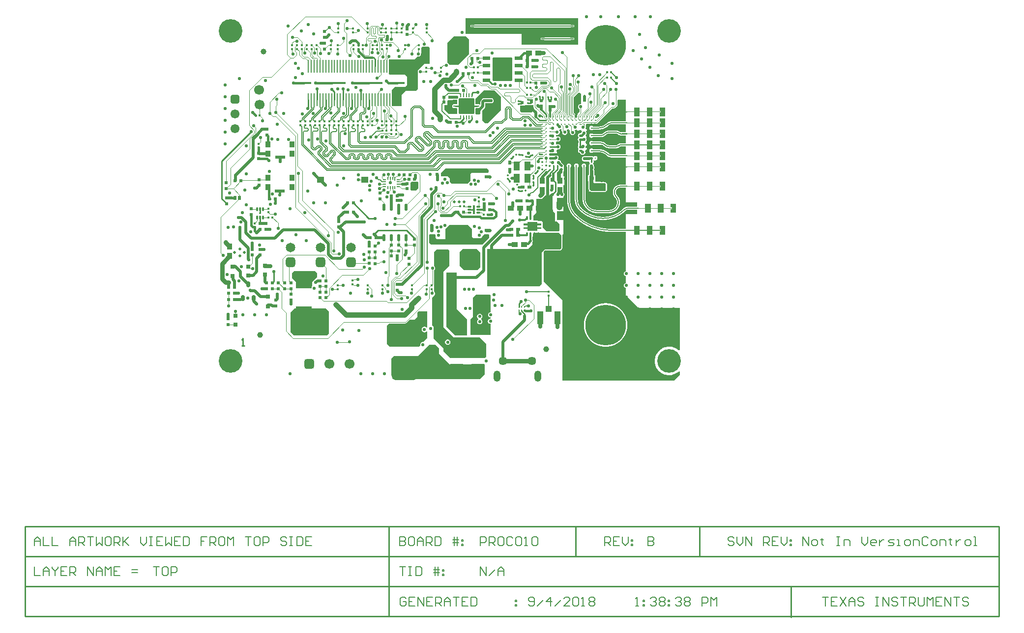
<source format=gtl>
G04 Layer_Physical_Order=1*
G04 Layer_Color=255*
%FSLAX25Y25*%
%MOIN*%
G70*
G01*
G75*
%ADD10C,0.00708*%
%ADD11R,0.03150X0.03150*%
G04:AMPARAMS|DCode=12|XSize=31.5mil|YSize=15.75mil|CornerRadius=1.97mil|HoleSize=0mil|Usage=FLASHONLY|Rotation=0.000|XOffset=0mil|YOffset=0mil|HoleType=Round|Shape=RoundedRectangle|*
%AMROUNDEDRECTD12*
21,1,0.03150,0.01181,0,0,0.0*
21,1,0.02756,0.01575,0,0,0.0*
1,1,0.00394,0.01378,-0.00591*
1,1,0.00394,-0.01378,-0.00591*
1,1,0.00394,-0.01378,0.00591*
1,1,0.00394,0.01378,0.00591*
%
%ADD12ROUNDEDRECTD12*%
G04:AMPARAMS|DCode=13|XSize=133.86mil|YSize=157.48mil|CornerRadius=2.01mil|HoleSize=0mil|Usage=FLASHONLY|Rotation=0.000|XOffset=0mil|YOffset=0mil|HoleType=Round|Shape=RoundedRectangle|*
%AMROUNDEDRECTD13*
21,1,0.13386,0.15346,0,0,0.0*
21,1,0.12984,0.15748,0,0,0.0*
1,1,0.00402,0.06492,-0.07673*
1,1,0.00402,-0.06492,-0.07673*
1,1,0.00402,-0.06492,0.07673*
1,1,0.00402,0.06492,0.07673*
%
%ADD13ROUNDEDRECTD13*%
G04:AMPARAMS|DCode=14|XSize=66.93mil|YSize=21.65mil|CornerRadius=1.95mil|HoleSize=0mil|Usage=FLASHONLY|Rotation=0.000|XOffset=0mil|YOffset=0mil|HoleType=Round|Shape=RoundedRectangle|*
%AMROUNDEDRECTD14*
21,1,0.06693,0.01776,0,0,0.0*
21,1,0.06303,0.02165,0,0,0.0*
1,1,0.00390,0.03152,-0.00888*
1,1,0.00390,-0.03152,-0.00888*
1,1,0.00390,-0.03152,0.00888*
1,1,0.00390,0.03152,0.00888*
%
%ADD14ROUNDEDRECTD14*%
G04:AMPARAMS|DCode=15|XSize=35.43mil|YSize=39.37mil|CornerRadius=1.95mil|HoleSize=0mil|Usage=FLASHONLY|Rotation=180.000|XOffset=0mil|YOffset=0mil|HoleType=Round|Shape=RoundedRectangle|*
%AMROUNDEDRECTD15*
21,1,0.03543,0.03547,0,0,180.0*
21,1,0.03154,0.03937,0,0,180.0*
1,1,0.00390,-0.01577,0.01774*
1,1,0.00390,0.01577,0.01774*
1,1,0.00390,0.01577,-0.01774*
1,1,0.00390,-0.01577,-0.01774*
%
%ADD15ROUNDEDRECTD15*%
%ADD16R,0.05000X0.03937*%
G04:AMPARAMS|DCode=17|XSize=23.62mil|YSize=39.37mil|CornerRadius=5.91mil|HoleSize=0mil|Usage=FLASHONLY|Rotation=180.000|XOffset=0mil|YOffset=0mil|HoleType=Round|Shape=RoundedRectangle|*
%AMROUNDEDRECTD17*
21,1,0.02362,0.02756,0,0,180.0*
21,1,0.01181,0.03937,0,0,180.0*
1,1,0.01181,-0.00591,0.01378*
1,1,0.01181,0.00591,0.01378*
1,1,0.01181,0.00591,-0.01378*
1,1,0.01181,-0.00591,-0.01378*
%
%ADD17ROUNDEDRECTD17*%
G04:AMPARAMS|DCode=18|XSize=18.7mil|YSize=29.53mil|CornerRadius=3.93mil|HoleSize=0mil|Usage=FLASHONLY|Rotation=0.000|XOffset=0mil|YOffset=0mil|HoleType=Round|Shape=RoundedRectangle|*
%AMROUNDEDRECTD18*
21,1,0.01870,0.02167,0,0,0.0*
21,1,0.01085,0.02953,0,0,0.0*
1,1,0.00785,0.00542,-0.01084*
1,1,0.00785,-0.00542,-0.01084*
1,1,0.00785,-0.00542,0.01084*
1,1,0.00785,0.00542,0.01084*
%
%ADD18ROUNDEDRECTD18*%
%ADD19R,0.08500X0.10799*%
%ADD20R,0.10000X0.01693*%
%ADD21R,0.18504X0.01693*%
%ADD22R,0.01098X0.08937*%
G04:AMPARAMS|DCode=23|XSize=9.45mil|YSize=23.62mil|CornerRadius=1.98mil|HoleSize=0mil|Usage=FLASHONLY|Rotation=90.000|XOffset=0mil|YOffset=0mil|HoleType=Round|Shape=RoundedRectangle|*
%AMROUNDEDRECTD23*
21,1,0.00945,0.01965,0,0,90.0*
21,1,0.00548,0.02362,0,0,90.0*
1,1,0.00397,0.00983,0.00274*
1,1,0.00397,0.00983,-0.00274*
1,1,0.00397,-0.00983,-0.00274*
1,1,0.00397,-0.00983,0.00274*
%
%ADD23ROUNDEDRECTD23*%
G04:AMPARAMS|DCode=24|XSize=9.45mil|YSize=23.62mil|CornerRadius=1.98mil|HoleSize=0mil|Usage=FLASHONLY|Rotation=0.000|XOffset=0mil|YOffset=0mil|HoleType=Round|Shape=RoundedRectangle|*
%AMROUNDEDRECTD24*
21,1,0.00945,0.01965,0,0,0.0*
21,1,0.00548,0.02362,0,0,0.0*
1,1,0.00397,0.00274,-0.00983*
1,1,0.00397,-0.00274,-0.00983*
1,1,0.00397,-0.00274,0.00983*
1,1,0.00397,0.00274,0.00983*
%
%ADD24ROUNDEDRECTD24*%
G04:AMPARAMS|DCode=25|XSize=106.3mil|YSize=106.3mil|CornerRadius=2.13mil|HoleSize=0mil|Usage=FLASHONLY|Rotation=0.000|XOffset=0mil|YOffset=0mil|HoleType=Round|Shape=RoundedRectangle|*
%AMROUNDEDRECTD25*
21,1,0.10630,0.10205,0,0,0.0*
21,1,0.10205,0.10630,0,0,0.0*
1,1,0.00425,0.05102,-0.05102*
1,1,0.00425,-0.05102,-0.05102*
1,1,0.00425,-0.05102,0.05102*
1,1,0.00425,0.05102,0.05102*
%
%ADD25ROUNDEDRECTD25*%
%ADD26R,0.00787X0.02756*%
%ADD27R,0.00787X0.02362*%
%ADD28R,0.02362X0.00787*%
G04:AMPARAMS|DCode=29|XSize=41.34mil|YSize=57.09mil|CornerRadius=2.07mil|HoleSize=0mil|Usage=FLASHONLY|Rotation=180.000|XOffset=0mil|YOffset=0mil|HoleType=Round|Shape=RoundedRectangle|*
%AMROUNDEDRECTD29*
21,1,0.04134,0.05295,0,0,180.0*
21,1,0.03720,0.05709,0,0,180.0*
1,1,0.00413,-0.01860,0.02648*
1,1,0.00413,0.01860,0.02648*
1,1,0.00413,0.01860,-0.02648*
1,1,0.00413,-0.01860,-0.02648*
%
%ADD29ROUNDEDRECTD29*%
G04:AMPARAMS|DCode=30|XSize=41.34mil|YSize=86.61mil|CornerRadius=2.07mil|HoleSize=0mil|Usage=FLASHONLY|Rotation=0.000|XOffset=0mil|YOffset=0mil|HoleType=Round|Shape=RoundedRectangle|*
%AMROUNDEDRECTD30*
21,1,0.04134,0.08248,0,0,0.0*
21,1,0.03720,0.08661,0,0,0.0*
1,1,0.00413,0.01860,-0.04124*
1,1,0.00413,-0.01860,-0.04124*
1,1,0.00413,-0.01860,0.04124*
1,1,0.00413,0.01860,0.04124*
%
%ADD30ROUNDEDRECTD30*%
G04:AMPARAMS|DCode=31|XSize=39.37mil|YSize=41.34mil|CornerRadius=1.97mil|HoleSize=0mil|Usage=FLASHONLY|Rotation=0.000|XOffset=0mil|YOffset=0mil|HoleType=Round|Shape=RoundedRectangle|*
%AMROUNDEDRECTD31*
21,1,0.03937,0.03740,0,0,0.0*
21,1,0.03543,0.04134,0,0,0.0*
1,1,0.00394,0.01772,-0.01870*
1,1,0.00394,-0.01772,-0.01870*
1,1,0.00394,-0.01772,0.01870*
1,1,0.00394,0.01772,0.01870*
%
%ADD31ROUNDEDRECTD31*%
%ADD32C,0.03937*%
G04:AMPARAMS|DCode=33|XSize=7.87mil|YSize=11.81mil|CornerRadius=1.97mil|HoleSize=0mil|Usage=FLASHONLY|Rotation=0.000|XOffset=0mil|YOffset=0mil|HoleType=Round|Shape=RoundedRectangle|*
%AMROUNDEDRECTD33*
21,1,0.00787,0.00787,0,0,0.0*
21,1,0.00394,0.01181,0,0,0.0*
1,1,0.00394,0.00197,-0.00394*
1,1,0.00394,-0.00197,-0.00394*
1,1,0.00394,-0.00197,0.00394*
1,1,0.00394,0.00197,0.00394*
%
%ADD33ROUNDEDRECTD33*%
G04:AMPARAMS|DCode=34|XSize=7.87mil|YSize=13.78mil|CornerRadius=1.97mil|HoleSize=0mil|Usage=FLASHONLY|Rotation=0.000|XOffset=0mil|YOffset=0mil|HoleType=Round|Shape=RoundedRectangle|*
%AMROUNDEDRECTD34*
21,1,0.00787,0.00984,0,0,0.0*
21,1,0.00394,0.01378,0,0,0.0*
1,1,0.00394,0.00197,-0.00492*
1,1,0.00394,-0.00197,-0.00492*
1,1,0.00394,-0.00197,0.00492*
1,1,0.00394,0.00197,0.00492*
%
%ADD34ROUNDEDRECTD34*%
G04:AMPARAMS|DCode=35|XSize=11.81mil|YSize=26.38mil|CornerRadius=1.95mil|HoleSize=0mil|Usage=FLASHONLY|Rotation=0.000|XOffset=0mil|YOffset=0mil|HoleType=Round|Shape=RoundedRectangle|*
%AMROUNDEDRECTD35*
21,1,0.01181,0.02248,0,0,0.0*
21,1,0.00791,0.02638,0,0,0.0*
1,1,0.00390,0.00396,-0.01124*
1,1,0.00390,-0.00396,-0.01124*
1,1,0.00390,-0.00396,0.01124*
1,1,0.00390,0.00396,0.01124*
%
%ADD35ROUNDEDRECTD35*%
G04:AMPARAMS|DCode=36|XSize=59.05mil|YSize=68.9mil|CornerRadius=2.07mil|HoleSize=0mil|Usage=FLASHONLY|Rotation=270.000|XOffset=0mil|YOffset=0mil|HoleType=Round|Shape=RoundedRectangle|*
%AMROUNDEDRECTD36*
21,1,0.05905,0.06476,0,0,270.0*
21,1,0.05492,0.06890,0,0,270.0*
1,1,0.00413,-0.03238,-0.02746*
1,1,0.00413,-0.03238,0.02746*
1,1,0.00413,0.03238,0.02746*
1,1,0.00413,0.03238,-0.02746*
%
%ADD36ROUNDEDRECTD36*%
G04:AMPARAMS|DCode=37|XSize=11.81mil|YSize=23.62mil|CornerRadius=1.95mil|HoleSize=0mil|Usage=FLASHONLY|Rotation=0.000|XOffset=0mil|YOffset=0mil|HoleType=Round|Shape=RoundedRectangle|*
%AMROUNDEDRECTD37*
21,1,0.01181,0.01972,0,0,0.0*
21,1,0.00791,0.02362,0,0,0.0*
1,1,0.00390,0.00396,-0.00986*
1,1,0.00390,-0.00396,-0.00986*
1,1,0.00390,-0.00396,0.00986*
1,1,0.00390,0.00396,0.00986*
%
%ADD37ROUNDEDRECTD37*%
%ADD38O,0.02165X0.04921*%
%ADD39C,0.01260*%
G04:AMPARAMS|DCode=40|XSize=87.79mil|YSize=70.87mil|CornerRadius=2.13mil|HoleSize=0mil|Usage=FLASHONLY|Rotation=0.000|XOffset=0mil|YOffset=0mil|HoleType=Round|Shape=RoundedRectangle|*
%AMROUNDEDRECTD40*
21,1,0.08779,0.06661,0,0,0.0*
21,1,0.08354,0.07087,0,0,0.0*
1,1,0.00425,0.04177,-0.03331*
1,1,0.00425,-0.04177,-0.03331*
1,1,0.00425,-0.04177,0.03331*
1,1,0.00425,0.04177,0.03331*
%
%ADD40ROUNDEDRECTD40*%
%ADD41R,0.04724X0.10630*%
%ADD42R,0.06299X0.10630*%
%ADD43R,0.05118X0.07283*%
%ADD44R,0.03740X0.03937*%
%ADD45R,0.01968X0.02362*%
%ADD46R,0.01654X0.01811*%
%ADD47R,0.01811X0.01654*%
%ADD48R,0.02362X0.01968*%
%ADD49R,0.07874X0.04724*%
%ADD50R,0.03937X0.03740*%
%ADD51R,0.05000X0.06300*%
G04:AMPARAMS|DCode=52|XSize=11.81mil|YSize=26.38mil|CornerRadius=1.95mil|HoleSize=0mil|Usage=FLASHONLY|Rotation=90.000|XOffset=0mil|YOffset=0mil|HoleType=Round|Shape=RoundedRectangle|*
%AMROUNDEDRECTD52*
21,1,0.01181,0.02248,0,0,90.0*
21,1,0.00791,0.02638,0,0,90.0*
1,1,0.00390,0.01124,0.00396*
1,1,0.00390,0.01124,-0.00396*
1,1,0.00390,-0.01124,-0.00396*
1,1,0.00390,-0.01124,0.00396*
%
%ADD52ROUNDEDRECTD52*%
%ADD53R,0.10630X0.06299*%
%ADD54R,0.04331X0.06299*%
%ADD55R,0.03150X0.02362*%
%ADD56R,0.06300X0.05000*%
%ADD57R,0.02362X0.03150*%
%ADD58C,0.01900*%
%ADD59C,0.00400*%
%ADD60C,0.01500*%
%ADD61C,0.02000*%
%ADD62C,0.01968*%
%ADD63C,0.00500*%
%ADD64C,0.01100*%
%ADD65C,0.01000*%
%ADD66C,0.01960*%
%ADD67C,0.00780*%
%ADD68C,0.00520*%
%ADD69C,0.03500*%
%ADD70C,0.04000*%
%ADD71C,0.00600*%
%ADD72C,0.03000*%
%ADD73C,0.02500*%
%ADD74C,0.00900*%
%ADD75C,0.00700*%
%ADD76C,0.01200*%
%ADD77C,0.02200*%
%ADD78C,0.00787*%
%ADD79C,0.00945*%
%ADD80C,0.00800*%
G04:AMPARAMS|DCode=81|XSize=64.96mil|YSize=64.96mil|CornerRadius=16.24mil|HoleSize=0mil|Usage=FLASHONLY|Rotation=90.000|XOffset=0mil|YOffset=0mil|HoleType=Round|Shape=RoundedRectangle|*
%AMROUNDEDRECTD81*
21,1,0.06496,0.03248,0,0,90.0*
21,1,0.03248,0.06496,0,0,90.0*
1,1,0.03248,0.01624,0.01624*
1,1,0.03248,0.01624,-0.01624*
1,1,0.03248,-0.01624,-0.01624*
1,1,0.03248,-0.01624,0.01624*
%
%ADD81ROUNDEDRECTD81*%
%ADD82C,0.06496*%
G04:AMPARAMS|DCode=83|XSize=61.02mil|YSize=61.02mil|CornerRadius=15.26mil|HoleSize=0mil|Usage=FLASHONLY|Rotation=270.000|XOffset=0mil|YOffset=0mil|HoleType=Round|Shape=RoundedRectangle|*
%AMROUNDEDRECTD83*
21,1,0.06102,0.03051,0,0,270.0*
21,1,0.03051,0.06102,0,0,270.0*
1,1,0.03051,-0.01526,-0.01526*
1,1,0.03051,-0.01526,0.01526*
1,1,0.03051,0.01526,0.01526*
1,1,0.03051,0.01526,-0.01526*
%
%ADD83ROUNDEDRECTD83*%
%ADD84C,0.06102*%
%ADD85C,0.06693*%
G04:AMPARAMS|DCode=86|XSize=66.93mil|YSize=66.93mil|CornerRadius=16.73mil|HoleSize=0mil|Usage=FLASHONLY|Rotation=0.000|XOffset=0mil|YOffset=0mil|HoleType=Round|Shape=RoundedRectangle|*
%AMROUNDEDRECTD86*
21,1,0.06693,0.03347,0,0,0.0*
21,1,0.03347,0.06693,0,0,0.0*
1,1,0.03346,0.01673,-0.01673*
1,1,0.03346,-0.01673,-0.01673*
1,1,0.03346,-0.01673,0.01673*
1,1,0.03346,0.01673,0.01673*
%
%ADD86ROUNDEDRECTD86*%
%ADD87O,0.05905X0.17716*%
%ADD88O,0.17716X0.05905*%
G04:AMPARAMS|DCode=89|XSize=59.05mil|YSize=206.69mil|CornerRadius=14.76mil|HoleSize=0mil|Usage=FLASHONLY|Rotation=270.000|XOffset=0mil|YOffset=0mil|HoleType=Round|Shape=RoundedRectangle|*
%AMROUNDEDRECTD89*
21,1,0.05905,0.17716,0,0,270.0*
21,1,0.02953,0.20669,0,0,270.0*
1,1,0.02953,-0.08858,-0.01476*
1,1,0.02953,-0.08858,0.01476*
1,1,0.02953,0.08858,0.01476*
1,1,0.02953,0.08858,-0.01476*
%
%ADD89ROUNDEDRECTD89*%
%ADD90C,0.05709*%
%ADD91O,0.04724X0.07480*%
G04:AMPARAMS|DCode=92|XSize=64.96mil|YSize=64.96mil|CornerRadius=16.24mil|HoleSize=0mil|Usage=FLASHONLY|Rotation=0.000|XOffset=0mil|YOffset=0mil|HoleType=Round|Shape=RoundedRectangle|*
%AMROUNDEDRECTD92*
21,1,0.06496,0.03248,0,0,0.0*
21,1,0.03248,0.06496,0,0,0.0*
1,1,0.03248,0.01624,-0.01624*
1,1,0.03248,-0.01624,-0.01624*
1,1,0.03248,-0.01624,0.01624*
1,1,0.03248,0.01624,0.01624*
%
%ADD92ROUNDEDRECTD92*%
%ADD93C,0.16000*%
%ADD94C,0.27559*%
%ADD95C,0.01968*%
%ADD96C,0.02240*%
%ADD97C,0.01377*%
G36*
X302115Y100577D02*
X298493D01*
Y102939D01*
X299285D01*
Y103332D01*
X293651D01*
Y100577D01*
X289832D01*
Y103332D01*
X284989D01*
Y100577D01*
X281170D01*
Y103332D01*
X276722D01*
Y103175D01*
X272785D01*
Y103884D01*
X276722D01*
Y103726D01*
X281170D01*
Y106482D01*
X284989D01*
Y103726D01*
X289832D01*
Y106482D01*
X293651D01*
Y103726D01*
X299285D01*
Y104120D01*
X298493D01*
Y106482D01*
X302115D01*
Y100577D01*
D02*
G37*
G36*
X127275Y121141D02*
Y117335D01*
X125662Y115721D01*
X122669D01*
X122230Y116160D01*
X122230Y121076D01*
X122682Y121528D01*
X126888D01*
X127275Y121141D01*
D02*
G37*
G36*
X165838Y103967D02*
X165837D01*
Y99552D01*
X164454D01*
Y101998D01*
X162200D01*
Y102952D01*
X164454D01*
Y105700D01*
X165838D01*
Y103967D01*
D02*
G37*
G36*
X294635Y85616D02*
X291013D01*
Y87978D01*
X291804D01*
Y88372D01*
X286170D01*
Y85616D01*
X282351D01*
Y88372D01*
X277509D01*
Y85616D01*
X273690D01*
Y88372D01*
X269241D01*
Y88214D01*
X265304D01*
Y88923D01*
X269241D01*
Y88766D01*
X273690D01*
Y91521D01*
X277509D01*
Y88766D01*
X282351D01*
Y91521D01*
X286170D01*
Y88766D01*
X291804D01*
Y89159D01*
X291013D01*
Y91521D01*
X294635D01*
Y85616D01*
D02*
G37*
G36*
X208262Y93123D02*
X210723Y93123D01*
Y92020D01*
X208262Y92020D01*
Y90564D01*
X210723D01*
Y89461D01*
X208262D01*
Y88339D01*
X201373D01*
Y89461D01*
X198912D01*
Y90564D01*
X201373D01*
Y92020D01*
X198912Y92020D01*
Y93123D01*
X201373Y93123D01*
Y94245D01*
X208262D01*
Y93123D01*
D02*
G37*
G36*
X294635Y143647D02*
X291013D01*
Y146009D01*
X291804D01*
Y146402D01*
X286170D01*
Y143647D01*
X282351D01*
Y146402D01*
X277509D01*
Y143647D01*
X273690D01*
Y146402D01*
X269241D01*
Y146245D01*
X265304D01*
Y146954D01*
X269241D01*
Y146796D01*
X273690D01*
Y149552D01*
X277509D01*
Y146796D01*
X282351D01*
Y149552D01*
X286170D01*
Y146796D01*
X291804D01*
Y147190D01*
X291013D01*
Y149552D01*
X294635D01*
Y143647D01*
D02*
G37*
G36*
Y151127D02*
X291013D01*
Y153489D01*
X291804D01*
Y153883D01*
X286170D01*
Y151127D01*
X282351D01*
Y153883D01*
X277509D01*
Y151127D01*
X273690D01*
Y153883D01*
X269241D01*
Y153725D01*
X265304D01*
Y154434D01*
X269241D01*
Y154276D01*
X273690D01*
Y157032D01*
X277509D01*
Y154276D01*
X282351D01*
Y157032D01*
X286170D01*
Y154276D01*
X291804D01*
Y154670D01*
X291013D01*
Y157032D01*
X294635D01*
Y151127D01*
D02*
G37*
G36*
Y136166D02*
X291013D01*
Y138528D01*
X291804D01*
Y138922D01*
X286170D01*
Y136166D01*
X282351D01*
Y138922D01*
X277509D01*
Y136166D01*
X273690D01*
Y138922D01*
X269241D01*
Y138765D01*
X265304D01*
Y139473D01*
X269241D01*
Y139316D01*
X273690D01*
Y142072D01*
X277509D01*
Y139316D01*
X282351D01*
Y142072D01*
X286170D01*
Y139316D01*
X291804D01*
Y139710D01*
X291013D01*
Y142072D01*
X294635D01*
Y136166D01*
D02*
G37*
G36*
Y115537D02*
X291013D01*
Y117899D01*
X291804D01*
Y118293D01*
X286170D01*
Y115537D01*
X282351D01*
Y118293D01*
X277509D01*
Y115537D01*
X273690D01*
Y118293D01*
X269241D01*
Y118136D01*
X265304D01*
Y118844D01*
X269241D01*
Y118687D01*
X273690D01*
Y121443D01*
X277509D01*
Y118687D01*
X282351D01*
Y121443D01*
X286170D01*
Y118687D01*
X291804D01*
Y119081D01*
X291013D01*
Y121443D01*
X294635D01*
Y115537D01*
D02*
G37*
G36*
X174198Y130510D02*
X174946Y129761D01*
X174946Y128066D01*
X174580Y127700D01*
X163600D01*
X162700Y126800D01*
Y122300D01*
X160800Y120400D01*
X150000D01*
X148900Y121500D01*
Y123700D01*
X147400Y125200D01*
X142900D01*
X142900Y127582D01*
X145828Y130510D01*
X174198Y130510D01*
D02*
G37*
G36*
X218400Y111450D02*
Y103050D01*
X218800Y102650D01*
X218788Y101714D01*
X220223Y100278D01*
Y94449D01*
X221551D01*
X223000Y93000D01*
X223000Y88500D01*
X222500Y88000D01*
X214264Y88000D01*
X211708Y90556D01*
X211708Y94402D01*
X211060Y95050D01*
X208505D01*
X208345Y95116D01*
X208056Y95155D01*
X205696D01*
X205400Y95450D01*
Y98580D01*
X207270Y100450D01*
Y109850D01*
X211000D01*
X213450Y112300D01*
X217550D01*
X218400Y111450D01*
D02*
G37*
G36*
X66700Y33750D02*
Y18750D01*
X65300Y17350D01*
X43000D01*
X40900Y19450D01*
Y32850D01*
X43800Y35750D01*
X64700D01*
X66700Y33750D01*
D02*
G37*
G36*
X176500Y44500D02*
Y33094D01*
X176467Y33063D01*
X176115Y33029D01*
X175778Y32926D01*
X175467Y32760D01*
X175194Y32536D01*
X174970Y32263D01*
X174804Y31952D01*
X174701Y31615D01*
X174667Y31264D01*
X174701Y30913D01*
X174804Y30575D01*
X174970Y30264D01*
X175194Y29991D01*
X175467Y29767D01*
X175778Y29601D01*
X176115Y29498D01*
X176467Y29464D01*
X176500Y29434D01*
Y28888D01*
X176297Y28704D01*
X175946Y28670D01*
X175608Y28567D01*
X175297Y28401D01*
X175024Y28177D01*
X174800Y27904D01*
X174634Y27593D01*
X174532Y27255D01*
X174497Y26904D01*
X174532Y26553D01*
X174634Y26216D01*
X174800Y25905D01*
X175024Y25632D01*
X175297Y25408D01*
X175608Y25242D01*
X175946Y25139D01*
X176297Y25105D01*
X176500Y24921D01*
Y17700D01*
X162700D01*
Y28200D01*
X164566Y30066D01*
X164566Y42888D01*
X166678Y45000D01*
X176000Y45000D01*
X176500Y44500D01*
D02*
G37*
G36*
X153341Y35209D02*
X158000Y30550D01*
X160300Y28250D01*
Y17350D01*
X160250Y17300D01*
X152300D01*
X146500Y23100D01*
Y60033D01*
X153341D01*
X153341Y35209D01*
D02*
G37*
G36*
X141400Y8650D02*
Y4850D01*
X148600Y-2350D01*
X172400D01*
X172600Y-2550D01*
Y-8950D01*
X169200Y-12350D01*
X111600D01*
X109100Y-9850D01*
Y1450D01*
X110800Y3150D01*
X127000D01*
X134748Y10898D01*
X139152D01*
X141400Y8650D01*
D02*
G37*
G36*
X147679Y75700D02*
X148360Y75019D01*
X148360Y64360D01*
X144500Y60500D01*
Y33690D01*
Y22586D01*
X151288Y15798D01*
X155797D01*
X160872Y15798D01*
X160963Y15890D01*
X169130D01*
X173550Y11470D01*
Y2890D01*
X172690Y2030D01*
X148920D01*
X144460Y6490D01*
Y8430D01*
X137802Y15088D01*
Y23131D01*
X136830Y24103D01*
Y42910D01*
X138560Y44640D01*
Y45027D01*
X138633Y45221D01*
X138676Y45382D01*
X138705Y45548D01*
X138720Y45715D01*
X138720Y45882D01*
X138706Y46049D01*
X138677Y46214D01*
X138634Y46376D01*
X138396Y46615D01*
X138296Y46800D01*
X138170Y46954D01*
X138170Y61554D01*
X138278Y61643D01*
X138502Y61915D01*
X138668Y62226D01*
X138770Y62564D01*
X138805Y62915D01*
X138770Y63266D01*
X138668Y63604D01*
X138502Y63915D01*
X138278Y64188D01*
X138170Y64276D01*
X138170Y73970D01*
X139900Y75700D01*
X147679Y75700D01*
D02*
G37*
G36*
X222480Y87055D02*
X224273Y85262D01*
X224273Y76368D01*
X223405Y75500D01*
X212943Y75500D01*
X211140Y73697D01*
X211140Y52248D01*
X209552Y50660D01*
X174200Y50660D01*
X174200Y76050D01*
X201966Y76050D01*
X204841Y78924D01*
X204841Y80901D01*
X204857Y80932D01*
X204939Y81200D01*
X204966Y81478D01*
X204939Y81757D01*
X204857Y82025D01*
X204841Y82056D01*
Y84178D01*
X204890Y84242D01*
X205000Y84508D01*
X205038Y84794D01*
Y86273D01*
X205820Y87055D01*
X222480Y87055D01*
D02*
G37*
G36*
X163800Y89500D02*
Y84200D01*
X164900Y83100D01*
X169800D01*
X170900Y84200D01*
Y84600D01*
X172100Y85800D01*
X175000D01*
X175400Y85400D01*
Y83400D01*
X170900Y78900D01*
X136000D01*
X134800Y80100D01*
Y85700D01*
X135100Y86000D01*
X138600D01*
X139050Y85550D01*
Y83550D01*
X139900Y82700D01*
X145500D01*
X145800Y83000D01*
Y89600D01*
X146693Y90493D01*
X146693Y90493D01*
X146820Y90603D01*
X146937Y90723D01*
X147000Y90798D01*
X147007Y90807D01*
X148500Y92300D01*
X161000D01*
X163800Y89500D01*
D02*
G37*
G36*
X169450Y73550D02*
Y67650D01*
X169500Y67600D01*
X169500Y63625D01*
X167376Y61501D01*
X158299D01*
X155501Y64299D01*
Y73838D01*
X157663Y76000D01*
X167000D01*
X169450Y73550D01*
D02*
G37*
G36*
X133550Y23029D02*
X133544Y22960D01*
X133526Y22892D01*
X133496Y22829D01*
X133456Y22772D01*
X133407Y22723D01*
X133350Y22683D01*
X133287Y22653D01*
X133220Y22635D01*
X133150Y22629D01*
X133080Y22635D01*
X133013Y22653D01*
X132950Y22683D01*
X132893Y22723D01*
X132753Y22837D01*
X132615Y22932D01*
X132469Y23014D01*
X132316Y23084D01*
X132158Y23139D01*
X131996Y23181D01*
X131830Y23208D01*
X131663Y23221D01*
X131495Y23219D01*
X131328Y23203D01*
X131164Y23172D01*
X131002Y23127D01*
X130845Y23068D01*
X130694Y22995D01*
X130550Y22910D01*
X130413Y22812D01*
X130286Y22703D01*
X130169Y22583D01*
X130063Y22453D01*
X129968Y22315D01*
X129886Y22169D01*
X129816Y22016D01*
X129761Y21858D01*
X129719Y21696D01*
X129692Y21530D01*
X129679Y21363D01*
X129681Y21195D01*
X129697Y21028D01*
X129728Y20864D01*
X129773Y20702D01*
X129832Y20545D01*
X129905Y20394D01*
X129990Y20250D01*
X130088Y20113D01*
X130197Y19986D01*
X130317Y19869D01*
X130447Y19763D01*
X130585Y19668D01*
X130731Y19586D01*
X130884Y19516D01*
X131042Y19461D01*
X131204Y19419D01*
X131370Y19392D01*
X131537Y19379D01*
X131705Y19381D01*
X131871Y19397D01*
X132036Y19428D01*
X132198Y19473D01*
X132355Y19532D01*
X132506Y19605D01*
X132650Y19690D01*
X132787Y19788D01*
X132883Y19869D01*
X132939Y19911D01*
X133001Y19942D01*
X133068Y19963D01*
X133137Y19971D01*
X133207Y19967D01*
X133274Y19951D01*
X133339Y19924D01*
X133397Y19886D01*
X133448Y19838D01*
X133490Y19782D01*
X133521Y19720D01*
X133542Y19653D01*
X133550Y19584D01*
X133551Y15531D01*
X130836Y12817D01*
X130500Y12850D01*
X130149Y12815D01*
X129811Y12713D01*
X129500Y12546D01*
X129227Y12323D01*
X129004Y12050D01*
X128837Y11739D01*
X128735Y11401D01*
X128700Y11050D01*
X128733Y10714D01*
X127638Y9619D01*
X108036Y9619D01*
X106223Y11432D01*
X106223Y24073D01*
X107578Y25427D01*
X118664D01*
X118892Y25457D01*
X118998Y25501D01*
X119104Y25545D01*
X119285Y25685D01*
X121451Y27850D01*
X124900D01*
X126776Y29726D01*
Y33053D01*
X127473Y33750D01*
X133550D01*
Y23029D01*
D02*
G37*
G36*
X58800Y59750D02*
Y56950D01*
X55300Y53450D01*
Y50650D01*
X55200Y50550D01*
X44500D01*
X44400Y50650D01*
Y53550D01*
X41700Y56250D01*
Y59450D01*
X43200Y60950D01*
X57600D01*
X58800Y59750D01*
D02*
G37*
G36*
X294635Y158607D02*
X291013D01*
Y160969D01*
X291804D01*
Y161363D01*
X286170D01*
Y158607D01*
X282351D01*
Y161363D01*
X277509D01*
Y158607D01*
X273690D01*
Y161363D01*
X269241D01*
Y161206D01*
X265304D01*
Y161914D01*
X269241D01*
Y161757D01*
X273690D01*
Y164513D01*
X277509D01*
Y161757D01*
X282351D01*
Y164513D01*
X286170D01*
Y161757D01*
X291804D01*
Y162150D01*
X291013D01*
Y164513D01*
X294635D01*
Y158607D01*
D02*
G37*
G36*
X176233Y199388D02*
X171023Y199388D01*
X171023Y201748D01*
X176233D01*
Y199388D01*
D02*
G37*
G36*
X198023D02*
X192813Y199388D01*
X192813Y201748D01*
X198023D01*
Y199388D01*
D02*
G37*
G36*
X176233Y194388D02*
X171023Y194388D01*
X171023Y196748D01*
X176233D01*
Y194388D01*
D02*
G37*
G36*
X198023D02*
X192813Y194388D01*
X192813Y196748D01*
X198023D01*
Y194388D01*
D02*
G37*
G36*
X161700Y218400D02*
X161700Y208038D01*
X154511Y200850D01*
X148692Y200850D01*
X146996Y202546D01*
Y215968D01*
X151278Y220250D01*
X159850Y220250D01*
X161700Y218400D01*
D02*
G37*
G36*
X135200Y212650D02*
Y201850D01*
X135100Y201750D01*
X131600D01*
X127100Y197250D01*
Y184350D01*
X125900Y183150D01*
X118900D01*
X116000Y180250D01*
Y172850D01*
X109652D01*
X109432Y173070D01*
Y182697D01*
X109429D01*
Y182715D01*
X109400D01*
Y183750D01*
X111500Y185850D01*
X118600D01*
X119800Y187050D01*
Y192750D01*
X118300Y194250D01*
X108100D01*
X107464Y194886D01*
Y204450D01*
X124900D01*
X127070Y206620D01*
X127357Y206592D01*
X127708Y206626D01*
X128046Y206729D01*
X128357Y206895D01*
X128630Y207119D01*
X128853Y207391D01*
X129020Y207702D01*
X129122Y208040D01*
X129157Y208391D01*
X129128Y208678D01*
X129500Y209050D01*
Y212650D01*
X130200Y213350D01*
X130976D01*
X131059Y213325D01*
X131410Y213290D01*
X131761Y213325D01*
X131844Y213350D01*
X134500D01*
X135200Y212650D01*
D02*
G37*
G36*
X235800Y214650D02*
X197400D01*
Y221950D01*
X159600D01*
Y232450D01*
X235800D01*
Y214650D01*
D02*
G37*
G36*
X176233Y204388D02*
X171023Y204388D01*
X171023Y206748D01*
X176233D01*
Y204388D01*
D02*
G37*
G36*
X198023D02*
X192813Y204388D01*
X192813Y206748D01*
X198023D01*
Y204388D01*
D02*
G37*
G36*
Y189388D02*
X192813Y189388D01*
X192813Y191748D01*
X198023D01*
Y189388D01*
D02*
G37*
G36*
X237916Y181012D02*
Y174754D01*
X237500Y174300D01*
X237149Y174265D01*
X236811Y174163D01*
X236500Y173996D01*
X236227Y173773D01*
X236004Y173500D01*
X235837Y173189D01*
X235735Y172851D01*
X235700Y172500D01*
X235735Y172149D01*
X235837Y171811D01*
X236004Y171500D01*
X236227Y171227D01*
X236500Y171004D01*
X236621Y170939D01*
Y169072D01*
X235511Y167962D01*
Y167104D01*
X235261Y166853D01*
X235121Y166671D01*
X235033Y166459D01*
X235003Y166232D01*
Y165359D01*
X234574Y164937D01*
X234327Y164941D01*
X234170Y165107D01*
Y166944D01*
X234140Y167171D01*
X234052Y167383D01*
X233912Y167565D01*
X232733Y168744D01*
Y178919D01*
X235720Y181906D01*
X237022D01*
X237916Y181012D01*
D02*
G37*
G36*
X152871Y177294D02*
X153209Y177192D01*
X153560Y177157D01*
X153710Y177021D01*
Y174453D01*
X153437Y174214D01*
X151472D01*
X151185Y174176D01*
X150918Y174065D01*
X150689Y173890D01*
X150513Y173660D01*
X150402Y173393D01*
X150364Y173106D01*
Y172558D01*
X150402Y172271D01*
X150513Y172004D01*
X150689Y171775D01*
X150918Y171599D01*
X151185Y171488D01*
X151472Y171450D01*
X153437D01*
X153710Y171211D01*
Y167838D01*
X153490Y167617D01*
X147975Y167617D01*
X145036Y170557D01*
Y173727D01*
X146966D01*
Y176627D01*
X147329Y176990D01*
X150903D01*
Y177328D01*
X152808D01*
X152871Y177294D01*
D02*
G37*
G36*
X268121Y169394D02*
X269241D01*
Y169237D01*
X273690D01*
Y171993D01*
X277509D01*
Y169237D01*
X282351D01*
Y171993D01*
X286170D01*
Y169237D01*
X291804D01*
Y169630D01*
X291013D01*
Y171993D01*
X294635D01*
Y166087D01*
X291013D01*
Y168449D01*
X291804D01*
Y168843D01*
X286170D01*
Y166087D01*
X282351D01*
Y168843D01*
X277509D01*
Y166087D01*
X273690D01*
Y168843D01*
X269241D01*
Y168686D01*
X268121D01*
X268122Y162941D01*
X267769Y162587D01*
X265304D01*
X265303Y162587D01*
X258107D01*
X258107Y162587D01*
X258050Y162587D01*
X257995Y162585D01*
X257994Y162585D01*
X257938Y162583D01*
X257937Y162583D01*
X257881Y162581D01*
X257881Y162581D01*
X257824Y162577D01*
X257824Y162577D01*
X257768Y162573D01*
X257768Y162573D01*
X257712Y162568D01*
X257711Y162568D01*
X257655Y162562D01*
X257655Y162562D01*
X257599Y162555D01*
X257543Y162548D01*
X257487Y162539D01*
X257431Y162530D01*
X257375Y162520D01*
X257319Y162510D01*
X257264Y162498D01*
X257209Y162486D01*
X257154Y162473D01*
X257099Y162459D01*
X257044Y162445D01*
X256989Y162429D01*
X256935Y162413D01*
X256881Y162397D01*
X256827Y162379D01*
X256774Y162361D01*
X256720Y162341D01*
X256667Y162322D01*
X256614Y162301D01*
X256562Y162280D01*
X256510Y162258D01*
X256458Y162235D01*
X256407Y162212D01*
X256355Y162187D01*
X256305Y162162D01*
X256254Y162137D01*
X256204Y162110D01*
X256154Y162083D01*
X256105Y162056D01*
X256056Y162027D01*
X256007Y161998D01*
X255959Y161968D01*
X255911Y161938D01*
X255864Y161907D01*
X255817Y161875D01*
X255771Y161843D01*
X255725Y161809D01*
X255679Y161776D01*
X255634Y161741D01*
X255590Y161706D01*
X255546Y161671D01*
X255502Y161635D01*
X255459Y161598D01*
X255417Y161560D01*
X255375Y161522D01*
X255333Y161484D01*
X255293Y161444D01*
X255269Y161422D01*
X255253Y161405D01*
X255233Y161385D01*
X255224Y161375D01*
X255208Y161360D01*
X255152Y161304D01*
X255095Y161249D01*
X255038Y161194D01*
X254980Y161140D01*
X254921Y161086D01*
X254862Y161033D01*
X254802Y160981D01*
X254742Y160930D01*
X254682Y160878D01*
X254621Y160828D01*
X254559Y160778D01*
X254497Y160729D01*
X254434Y160680D01*
X254371Y160632D01*
X254307Y160585D01*
X254243Y160538D01*
X254179Y160492D01*
X254114Y160447D01*
X254048Y160402D01*
X253982Y160358D01*
X253916Y160315D01*
X253849Y160272D01*
X253782Y160230D01*
X253714Y160189D01*
X253646Y160148D01*
X253577Y160108D01*
X253509Y160069D01*
X253439Y160030D01*
X253370Y159992D01*
X253300Y159955D01*
X253229Y159918D01*
X253158Y159883D01*
X253087Y159848D01*
X253016Y159813D01*
X252944Y159780D01*
X252872Y159747D01*
X252800Y159715D01*
X252727Y159683D01*
X252654Y159652D01*
X252580Y159623D01*
X252506Y159593D01*
X252432Y159565D01*
X252358Y159537D01*
X252284Y159510D01*
X252209Y159484D01*
X252134Y159458D01*
X252058Y159433D01*
X251983Y159410D01*
X251907Y159386D01*
X251831Y159364D01*
X251755Y159342D01*
X251678Y159321D01*
X251602Y159301D01*
X251525Y159282D01*
X251448Y159263D01*
X251370Y159245D01*
X251293Y159228D01*
X251215Y159212D01*
X251137Y159197D01*
X251060Y159182D01*
X250981Y159168D01*
X250903Y159155D01*
X250825Y159143D01*
X250746Y159131D01*
X250668Y159120D01*
X250589Y159110D01*
X250511Y159101D01*
X250432Y159093D01*
X250353Y159085D01*
X250274Y159079D01*
X250195Y159073D01*
X250115Y159067D01*
X250036Y159063D01*
X249957Y159059D01*
X249878Y159057D01*
X249799Y159055D01*
X249719Y159053D01*
X249645Y159053D01*
X249640Y159053D01*
X245943D01*
X245939Y159058D01*
X245915Y159084D01*
X245891Y159108D01*
X245867Y159132D01*
X245842Y159156D01*
X245816Y159178D01*
X245790Y159201D01*
X245763Y159222D01*
X245736Y159244D01*
X245709Y159264D01*
X245681Y159284D01*
X245652Y159303D01*
X245623Y159322D01*
X245594Y159340D01*
X245564Y159357D01*
X245534Y159374D01*
X245504Y159389D01*
X245473Y159405D01*
X245442Y159419D01*
X245411Y159433D01*
X245379Y159446D01*
X245347Y159459D01*
X245315Y159470D01*
X245282Y159481D01*
X245249Y159492D01*
X245216Y159501D01*
X245183Y159510D01*
X245150Y159518D01*
X245116Y159525D01*
X245082Y159532D01*
X245049Y159537D01*
X245015Y159542D01*
X244981Y159547D01*
X244947Y159550D01*
X244912Y159553D01*
X244878Y159555D01*
X244844Y159556D01*
X244809Y159556D01*
X244775Y159556D01*
X244741Y159555D01*
X244706Y159553D01*
X244672Y159550D01*
X244638Y159547D01*
X244604Y159542D01*
X244570Y159537D01*
X244536Y159532D01*
X244502Y159525D01*
X244469Y159518D01*
X244436Y159510D01*
X244402Y159501D01*
X244369Y159492D01*
X244337Y159481D01*
X244304Y159470D01*
X244272Y159459D01*
X244240Y159446D01*
X244208Y159433D01*
X244177Y159419D01*
X244145Y159405D01*
X244115Y159389D01*
X244084Y159374D01*
X244054Y159357D01*
X244025Y159340D01*
X243995Y159322D01*
X243966Y159303D01*
X243938Y159284D01*
X243910Y159264D01*
X243882Y159244D01*
X243855Y159222D01*
X243829Y159201D01*
X243803Y159178D01*
X243777Y159156D01*
X243752Y159132D01*
X243727Y159108D01*
X243703Y159084D01*
X243680Y159058D01*
X243657Y159033D01*
X243635Y159007D01*
X243613Y158980D01*
X243592Y158953D01*
X243571Y158926D01*
X243552Y158898D01*
X243532Y158869D01*
X243514Y158840D01*
X243496Y158811D01*
X243479Y158781D01*
X243462Y158751D01*
X243446Y158721D01*
X243431Y158690D01*
X243416Y158659D01*
X243402Y158628D01*
X243389Y158596D01*
X243377Y158564D01*
X243365Y158532D01*
X243354Y158499D01*
X243344Y158466D01*
X243335Y158433D01*
X243326Y158400D01*
X243318Y158367D01*
X243310Y158333D01*
X243304Y158300D01*
X243298Y158266D01*
X243293Y158232D01*
X243289Y158198D01*
X243285Y158163D01*
X243283Y158129D01*
X243281Y158095D01*
X243280Y158061D01*
X243279Y158026D01*
X243280Y157992D01*
X243281Y157958D01*
X243283Y157923D01*
X243285Y157889D01*
X243289Y157855D01*
X243293Y157821D01*
X243298Y157787D01*
X243304Y157753D01*
X243310Y157719D01*
X243318Y157686D01*
X243326Y157652D01*
X243335Y157619D01*
X243344Y157586D01*
X243354Y157554D01*
X243365Y157521D01*
X243377Y157489D01*
X243389Y157457D01*
X243402Y157425D01*
X243416Y157394D01*
X243431Y157362D01*
X243446Y157332D01*
X243462Y157301D01*
X243479Y157271D01*
X243496Y157241D01*
X243514Y157212D01*
X243532Y157183D01*
X243552Y157155D01*
X243571Y157127D01*
X243592Y157099D01*
X243613Y157072D01*
X243635Y157046D01*
X243657Y157020D01*
X243680Y156994D01*
X243703Y156969D01*
X243727Y156944D01*
X243752Y156920D01*
X243777Y156897D01*
X243803Y156874D01*
X243829Y156852D01*
X243855Y156830D01*
X243882Y156809D01*
X243910Y156789D01*
X243938Y156769D01*
X243966Y156749D01*
X243995Y156731D01*
X244025Y156713D01*
X244054Y156696D01*
X244084Y156679D01*
X244115Y156663D01*
X244145Y156648D01*
X244177Y156633D01*
X244208Y156619D01*
X244240Y156606D01*
X244272Y156594D01*
X244304Y156582D01*
X244337Y156571D01*
X244369Y156561D01*
X244402Y156551D01*
X244436Y156543D01*
X244469Y156535D01*
X244502Y156527D01*
X244536Y156521D01*
X244570Y156515D01*
X244604Y156510D01*
X244638Y156506D01*
X244672Y156502D01*
X244706Y156500D01*
X244741Y156498D01*
X244775Y156497D01*
X244809Y156496D01*
X244844Y156497D01*
X244878Y156498D01*
X244912Y156500D01*
X244947Y156502D01*
X244981Y156506D01*
X245015Y156510D01*
X245049Y156515D01*
X245082Y156521D01*
X245116Y156527D01*
X245150Y156535D01*
X245183Y156543D01*
X245216Y156551D01*
X245249Y156561D01*
X245282Y156571D01*
X245315Y156582D01*
X245347Y156594D01*
X245379Y156606D01*
X245411Y156619D01*
X245442Y156633D01*
X245473Y156648D01*
X245504Y156663D01*
X245534Y156679D01*
X245564Y156696D01*
X245594Y156713D01*
X245623Y156731D01*
X245652Y156749D01*
X245681Y156769D01*
X245709Y156789D01*
X245736Y156809D01*
X245763Y156830D01*
X245790Y156852D01*
X245816Y156874D01*
X245842Y156897D01*
X245867Y156920D01*
X245891Y156944D01*
X245915Y156969D01*
X245939Y156994D01*
X245943Y156999D01*
X249640D01*
X249640Y156999D01*
X249729Y156999D01*
X249815Y157001D01*
X249817Y157001D01*
X249905Y157002D01*
X249906Y157002D01*
X249994Y157005D01*
X249994Y157005D01*
X250082Y157009D01*
X250083Y157009D01*
X250171Y157013D01*
X250260Y157018D01*
X250348Y157024D01*
X250437Y157031D01*
X250525Y157038D01*
X250613Y157047D01*
X250701Y157056D01*
X250789Y157066D01*
X250877Y157076D01*
X250965Y157088D01*
X251053Y157100D01*
X251141Y157113D01*
X251228Y157127D01*
X251316Y157141D01*
X251403Y157157D01*
X251490Y157173D01*
X251577Y157190D01*
X251664Y157207D01*
X251751Y157226D01*
X251837Y157245D01*
X251923Y157265D01*
X252010Y157286D01*
X252096Y157307D01*
X252181Y157330D01*
X252267Y157353D01*
X252352Y157377D01*
X252437Y157401D01*
X252522Y157426D01*
X252607Y157452D01*
X252691Y157479D01*
X252776Y157507D01*
X252860Y157535D01*
X252943Y157564D01*
X253027Y157594D01*
X253110Y157625D01*
X253193Y157656D01*
X253275Y157688D01*
X253358Y157721D01*
X253440Y157755D01*
X253521Y157789D01*
X253603Y157824D01*
X253684Y157860D01*
X253765Y157896D01*
X253845Y157933D01*
X253925Y157971D01*
X254005Y158010D01*
X254084Y158049D01*
X254164Y158089D01*
X254242Y158130D01*
X254321Y158171D01*
X254398Y158213D01*
X254476Y158256D01*
X254553Y158300D01*
X254630Y158344D01*
X254707Y158389D01*
X254783Y158434D01*
X254858Y158481D01*
X254933Y158528D01*
X255008Y158575D01*
X255082Y158623D01*
X255156Y158672D01*
X255230Y158722D01*
X255303Y158772D01*
X255375Y158823D01*
X255448Y158874D01*
X255519Y158927D01*
X255590Y158979D01*
X255661Y159033D01*
X255731Y159087D01*
X255801Y159142D01*
X255870Y159197D01*
X255939Y159253D01*
X256007Y159309D01*
X256075Y159366D01*
X256142Y159424D01*
X256209Y159482D01*
X256275Y159541D01*
X256341Y159601D01*
X256406Y159661D01*
X256470Y159722D01*
X256535Y159783D01*
X256598Y159845D01*
X256661Y159907D01*
X256703Y159950D01*
X256705Y159952D01*
X256709Y159955D01*
X256710Y159957D01*
X256725Y159972D01*
X256733Y159979D01*
X256761Y160006D01*
X256790Y160032D01*
X256819Y160058D01*
X256849Y160083D01*
X256879Y160107D01*
X256910Y160131D01*
X256941Y160154D01*
X256973Y160177D01*
X257005Y160199D01*
X257038Y160220D01*
X257071Y160241D01*
X257104Y160261D01*
X257138Y160280D01*
X257172Y160299D01*
X257207Y160317D01*
X257242Y160334D01*
X257277Y160351D01*
X257312Y160367D01*
X257348Y160382D01*
X257384Y160397D01*
X257421Y160410D01*
X257457Y160424D01*
X257494Y160436D01*
X257531Y160448D01*
X257569Y160459D01*
X257606Y160469D01*
X257644Y160478D01*
X257682Y160487D01*
X257720Y160495D01*
X257758Y160502D01*
X257797Y160509D01*
X257835Y160514D01*
X257874Y160519D01*
X257913Y160523D01*
X257951Y160527D01*
X257990Y160530D01*
X258029Y160531D01*
X258068Y160533D01*
X258103Y160533D01*
X258107Y160533D01*
X265303D01*
X265304Y160533D01*
X268120D01*
Y155107D01*
X265304D01*
X265303Y155107D01*
X264647D01*
X264644Y155107D01*
X264621Y155107D01*
X264596Y155108D01*
X264570Y155111D01*
X264544Y155113D01*
X264519Y155117D01*
X264494Y155121D01*
X264468Y155126D01*
X264452Y155130D01*
X264045Y155356D01*
X264007Y155394D01*
X263970Y155429D01*
X263969Y155430D01*
X263931Y155466D01*
X263930Y155466D01*
X263891Y155501D01*
X263891Y155501D01*
X263852Y155536D01*
X263851Y155536D01*
X263811Y155570D01*
X263811Y155570D01*
X263771Y155603D01*
X263771Y155603D01*
X263730Y155636D01*
X263730Y155636D01*
X263688Y155668D01*
X263688Y155668D01*
X263678Y155676D01*
X263646Y155700D01*
X263603Y155730D01*
X263560Y155761D01*
X263517Y155790D01*
X263473Y155819D01*
X263428Y155847D01*
X263383Y155875D01*
X263338Y155902D01*
X263293Y155928D01*
X263247Y155953D01*
X263200Y155978D01*
X263154Y156002D01*
X263106Y156026D01*
X263059Y156048D01*
X263011Y156070D01*
X262963Y156092D01*
X262914Y156112D01*
X262866Y156132D01*
X262817Y156151D01*
X262768Y156169D01*
X262718Y156187D01*
X262668Y156203D01*
X262618Y156219D01*
X262568Y156235D01*
X262517Y156249D01*
X262466Y156263D01*
X262415Y156276D01*
X262364Y156288D01*
X262313Y156299D01*
X262261Y156310D01*
X262210Y156320D01*
X262158Y156329D01*
X262106Y156337D01*
X262068Y156343D01*
X262054Y156345D01*
X262053Y156345D01*
X262002Y156352D01*
X262001Y156352D01*
X261949Y156358D01*
X261949Y156358D01*
X261897Y156363D01*
X261896Y156363D01*
X261845Y156367D01*
X261844Y156367D01*
X261792Y156371D01*
X261791Y156371D01*
X261740Y156374D01*
X261739Y156374D01*
X261687Y156376D01*
X261686Y156376D01*
X261635Y156377D01*
X261582Y156377D01*
X261582Y156377D01*
Y156377D01*
X257124D01*
X257124Y156377D01*
X257056Y156377D01*
X256989Y156376D01*
X256988Y156376D01*
X256920Y156374D01*
X256919Y156374D01*
X256852Y156371D01*
X256851Y156371D01*
X256783Y156367D01*
X256783Y156367D01*
X256715Y156363D01*
X256715Y156363D01*
X256647Y156358D01*
X256647Y156358D01*
X256632Y156357D01*
X256579Y156352D01*
X256511Y156345D01*
X256443Y156338D01*
X256375Y156330D01*
X256307Y156320D01*
X256240Y156311D01*
X256172Y156300D01*
X256105Y156289D01*
X256038Y156276D01*
X255971Y156263D01*
X255904Y156250D01*
X255837Y156235D01*
X255771Y156220D01*
X255704Y156204D01*
X255638Y156187D01*
X255572Y156170D01*
X255506Y156151D01*
X255441Y156132D01*
X255376Y156113D01*
X255310Y156092D01*
X255245Y156071D01*
X255181Y156049D01*
X255117Y156026D01*
X255052Y156002D01*
X254989Y155978D01*
X254925Y155953D01*
X254862Y155927D01*
X254799Y155901D01*
X254736Y155873D01*
X254674Y155845D01*
X254612Y155817D01*
X254551Y155788D01*
X254489Y155757D01*
X254428Y155727D01*
X254368Y155695D01*
X254308Y155663D01*
X254248Y155630D01*
X254188Y155596D01*
X254129Y155562D01*
X254070Y155527D01*
X254012Y155492D01*
X253954Y155455D01*
X253897Y155419D01*
X253840Y155381D01*
X253783Y155343D01*
X253727Y155304D01*
X253672Y155264D01*
X253616Y155224D01*
X253562Y155183D01*
X253507Y155142D01*
X253454Y155100D01*
X253400Y155057D01*
X253348Y155014D01*
X253305Y154978D01*
X253295Y154970D01*
X253295Y154970D01*
X253244Y154925D01*
X253243Y154925D01*
X253192Y154880D01*
X253192Y154880D01*
X253142Y154834D01*
X253141Y154834D01*
X253092Y154788D01*
X253091Y154787D01*
X253042Y154741D01*
X253024Y154724D01*
X252993Y154694D01*
X252965Y154667D01*
X252963Y154665D01*
X252943Y154645D01*
X252569Y154340D01*
X252539Y154320D01*
X252502Y154297D01*
X252465Y154274D01*
X252428Y154253D01*
X252390Y154232D01*
X252352Y154211D01*
X252313Y154192D01*
X252275Y154173D01*
X252235Y154154D01*
X252196Y154137D01*
X252156Y154120D01*
X252116Y154103D01*
X252076Y154088D01*
X252035Y154073D01*
X251994Y154059D01*
X251953Y154046D01*
X251911Y154033D01*
X251870Y154021D01*
X251828Y154010D01*
X251786Y154000D01*
X251744Y153990D01*
X251701Y153982D01*
X251659Y153973D01*
X251616Y153966D01*
X251573Y153960D01*
X251530Y153954D01*
X251487Y153949D01*
X251444Y153945D01*
X251401Y153941D01*
X251358Y153938D01*
X251315Y153937D01*
X251271Y153935D01*
X251232Y153935D01*
X251228Y153935D01*
X245943D01*
X245939Y153940D01*
X245915Y153965D01*
X245891Y153990D01*
X245867Y154014D01*
X245842Y154037D01*
X245816Y154060D01*
X245790Y154083D01*
X245763Y154104D01*
X245736Y154125D01*
X245709Y154146D01*
X245681Y154166D01*
X245652Y154185D01*
X245623Y154204D01*
X245594Y154222D01*
X245564Y154239D01*
X245534Y154255D01*
X245504Y154271D01*
X245473Y154287D01*
X245442Y154301D01*
X245411Y154315D01*
X245379Y154328D01*
X245347Y154341D01*
X245315Y154352D01*
X245282Y154363D01*
X245249Y154374D01*
X245216Y154383D01*
X245183Y154392D01*
X245150Y154400D01*
X245116Y154407D01*
X245082Y154414D01*
X245049Y154419D01*
X245015Y154424D01*
X244981Y154429D01*
X244947Y154432D01*
X244912Y154435D01*
X244878Y154437D01*
X244844Y154438D01*
X244809Y154438D01*
X244775Y154438D01*
X244741Y154437D01*
X244706Y154435D01*
X244672Y154432D01*
X244638Y154429D01*
X244604Y154424D01*
X244570Y154419D01*
X244536Y154414D01*
X244502Y154407D01*
X244469Y154400D01*
X244436Y154392D01*
X244402Y154383D01*
X244369Y154374D01*
X244337Y154363D01*
X244304Y154352D01*
X244272Y154341D01*
X244240Y154328D01*
X244208Y154315D01*
X244177Y154301D01*
X244145Y154287D01*
X244115Y154271D01*
X244084Y154255D01*
X244054Y154239D01*
X244025Y154222D01*
X243995Y154204D01*
X243966Y154185D01*
X243938Y154166D01*
X243910Y154146D01*
X243882Y154125D01*
X243855Y154104D01*
X243829Y154083D01*
X243803Y154060D01*
X243777Y154037D01*
X243752Y154014D01*
X243727Y153990D01*
X243703Y153965D01*
X243680Y153940D01*
X243657Y153915D01*
X243635Y153889D01*
X243613Y153862D01*
X243592Y153835D01*
X243571Y153807D01*
X243552Y153779D01*
X243532Y153751D01*
X243514Y153722D01*
X243496Y153693D01*
X243479Y153663D01*
X243462Y153633D01*
X243446Y153603D01*
X243431Y153572D01*
X243416Y153541D01*
X243402Y153509D01*
X243389Y153478D01*
X243377Y153446D01*
X243365Y153413D01*
X243354Y153381D01*
X243344Y153348D01*
X243335Y153315D01*
X243326Y153282D01*
X243318Y153249D01*
X243310Y153215D01*
X243304Y153181D01*
X243298Y153147D01*
X243293Y153113D01*
X243289Y153079D01*
X243285Y153045D01*
X243283Y153011D01*
X243281Y152977D01*
X243280Y152943D01*
X243279Y152908D01*
X243280Y152874D01*
X243281Y152840D01*
X243283Y152805D01*
X243285Y152771D01*
X243289Y152737D01*
X243293Y152703D01*
X243298Y152669D01*
X243304Y152635D01*
X243310Y152601D01*
X243318Y152568D01*
X243326Y152534D01*
X243335Y152501D01*
X243344Y152468D01*
X243354Y152435D01*
X243365Y152403D01*
X243377Y152371D01*
X243389Y152339D01*
X243402Y152307D01*
X243416Y152275D01*
X243431Y152244D01*
X243446Y152214D01*
X243462Y152183D01*
X243479Y152153D01*
X243496Y152123D01*
X243514Y152094D01*
X243532Y152065D01*
X243552Y152037D01*
X243571Y152009D01*
X243592Y151981D01*
X243613Y151954D01*
X243635Y151928D01*
X243657Y151901D01*
X243680Y151876D01*
X243703Y151851D01*
X243727Y151826D01*
X243752Y151802D01*
X243777Y151779D01*
X243803Y151756D01*
X243829Y151734D01*
X243855Y151712D01*
X243882Y151691D01*
X243910Y151670D01*
X243938Y151651D01*
X243966Y151631D01*
X243995Y151613D01*
X244025Y151595D01*
X244054Y151577D01*
X244084Y151561D01*
X244115Y151545D01*
X244145Y151530D01*
X244177Y151515D01*
X244208Y151501D01*
X244240Y151488D01*
X244272Y151476D01*
X244304Y151464D01*
X244337Y151453D01*
X244369Y151443D01*
X244402Y151433D01*
X244436Y151425D01*
X244469Y151417D01*
X244502Y151409D01*
X244536Y151403D01*
X244570Y151397D01*
X244604Y151392D01*
X244638Y151388D01*
X244672Y151384D01*
X244706Y151382D01*
X244741Y151380D01*
X244775Y151379D01*
X244809Y151378D01*
X244844Y151379D01*
X244878Y151380D01*
X244912Y151382D01*
X244947Y151384D01*
X244981Y151388D01*
X245015Y151392D01*
X245049Y151397D01*
X245082Y151403D01*
X245116Y151409D01*
X245150Y151417D01*
X245183Y151425D01*
X245216Y151433D01*
X245249Y151443D01*
X245282Y151453D01*
X245315Y151464D01*
X245347Y151476D01*
X245379Y151488D01*
X245411Y151501D01*
X245442Y151515D01*
X245473Y151530D01*
X245504Y151545D01*
X245534Y151561D01*
X245564Y151577D01*
X245594Y151595D01*
X245623Y151613D01*
X245652Y151631D01*
X245681Y151651D01*
X245709Y151670D01*
X245736Y151691D01*
X245763Y151712D01*
X245790Y151734D01*
X245816Y151756D01*
X245842Y151779D01*
X245867Y151802D01*
X245891Y151826D01*
X245915Y151851D01*
X245939Y151876D01*
X245943Y151881D01*
X251228D01*
X251228Y151881D01*
X251288Y151881D01*
X251346Y151883D01*
X251347Y151883D01*
X251406Y151884D01*
X251407Y151884D01*
X251466Y151887D01*
X251466Y151887D01*
X251525Y151891D01*
X251526Y151891D01*
X251585Y151895D01*
X251585Y151895D01*
X251644Y151900D01*
X251645Y151900D01*
X251704Y151906D01*
X251704Y151906D01*
X251717Y151908D01*
X251763Y151913D01*
X251822Y151920D01*
X251882Y151929D01*
X251940Y151938D01*
X251999Y151948D01*
X252058Y151959D01*
X252116Y151970D01*
X252175Y151982D01*
X252233Y151995D01*
X252291Y152009D01*
X252349Y152023D01*
X252407Y152039D01*
X252464Y152055D01*
X252521Y152072D01*
X252578Y152089D01*
X252635Y152108D01*
X252691Y152127D01*
X252748Y152146D01*
X252803Y152167D01*
X252859Y152188D01*
X252915Y152210D01*
X252970Y152233D01*
X253024Y152257D01*
X253079Y152281D01*
X253133Y152306D01*
X253187Y152332D01*
X253240Y152358D01*
X253293Y152385D01*
X253346Y152413D01*
X253398Y152442D01*
X253450Y152471D01*
X253502Y152501D01*
X253553Y152532D01*
X253604Y152563D01*
X253654Y152595D01*
X253704Y152628D01*
X253753Y152661D01*
X253802Y152695D01*
X253851Y152729D01*
X253899Y152765D01*
X253947Y152801D01*
X253994Y152837D01*
X254041Y152874D01*
X254087Y152912D01*
X254132Y152950D01*
X254177Y152989D01*
X254222Y153029D01*
X254266Y153069D01*
X254310Y153110D01*
X254353Y153151D01*
X254363Y153161D01*
X254376Y153173D01*
X254396Y153193D01*
X254400Y153196D01*
X254436Y153232D01*
X254476Y153270D01*
X254516Y153308D01*
X254557Y153345D01*
X254598Y153381D01*
X254640Y153417D01*
X254682Y153452D01*
X254725Y153486D01*
X254769Y153520D01*
X254813Y153554D01*
X254857Y153586D01*
X254902Y153618D01*
X254947Y153650D01*
X254993Y153681D01*
X255039Y153711D01*
X255085Y153740D01*
X255132Y153769D01*
X255180Y153797D01*
X255227Y153824D01*
X255276Y153851D01*
X255324Y153877D01*
X255373Y153903D01*
X255422Y153927D01*
X255472Y153951D01*
X255522Y153974D01*
X255572Y153997D01*
X255623Y154019D01*
X255674Y154040D01*
X255725Y154060D01*
X255776Y154080D01*
X255828Y154099D01*
X255880Y154117D01*
X255932Y154134D01*
X255985Y154151D01*
X256037Y154167D01*
X256090Y154182D01*
X256143Y154196D01*
X256197Y154210D01*
X256250Y154223D01*
X256304Y154235D01*
X256358Y154246D01*
X256412Y154257D01*
X256466Y154267D01*
X256521Y154276D01*
X256575Y154284D01*
X256630Y154291D01*
X256684Y154298D01*
X256739Y154304D01*
X256794Y154309D01*
X256849Y154313D01*
X256904Y154317D01*
X256959Y154320D01*
X257014Y154321D01*
X257069Y154323D01*
X257120Y154323D01*
X257124Y154323D01*
X261582D01*
X261586Y154323D01*
X261615Y154323D01*
X261648Y154322D01*
X261681Y154320D01*
X261714Y154317D01*
X261747Y154314D01*
X261779Y154309D01*
X261812Y154304D01*
X261844Y154299D01*
X261877Y154292D01*
X261909Y154285D01*
X261941Y154277D01*
X261973Y154269D01*
X262004Y154259D01*
X262036Y154249D01*
X262067Y154238D01*
X262098Y154227D01*
X262128Y154214D01*
X262159Y154201D01*
X262189Y154188D01*
X262206Y154180D01*
X262592Y153905D01*
X262627Y153870D01*
X262660Y153839D01*
X262661Y153838D01*
X262696Y153806D01*
X262696Y153805D01*
X262731Y153774D01*
X262732Y153774D01*
X262767Y153743D01*
X262768Y153743D01*
X262804Y153712D01*
X262804Y153712D01*
X262841Y153683D01*
X262841Y153682D01*
X262878Y153653D01*
X262878Y153653D01*
X262916Y153625D01*
X262916Y153625D01*
X262955Y153597D01*
X262955Y153597D01*
X262962Y153592D01*
X262994Y153569D01*
X263033Y153542D01*
X263073Y153516D01*
X263113Y153491D01*
X263154Y153466D01*
X263194Y153442D01*
X263236Y153419D01*
X263278Y153396D01*
X263320Y153374D01*
X263362Y153352D01*
X263405Y153332D01*
X263448Y153312D01*
X263492Y153293D01*
X263535Y153274D01*
X263579Y153256D01*
X263624Y153239D01*
X263668Y153223D01*
X263713Y153207D01*
X263758Y153192D01*
X263804Y153178D01*
X263849Y153165D01*
X263895Y153152D01*
X263941Y153140D01*
X263987Y153129D01*
X264034Y153118D01*
X264080Y153109D01*
X264127Y153100D01*
X264164Y153093D01*
X264174Y153092D01*
X264174Y153092D01*
X264221Y153084D01*
X264221Y153084D01*
X264268Y153078D01*
X264268Y153078D01*
X264315Y153072D01*
X264316Y153072D01*
X264362Y153067D01*
X264363Y153067D01*
X264410Y153063D01*
X264410Y153063D01*
X264457Y153059D01*
X264458Y153059D01*
X264504Y153056D01*
X264505Y153056D01*
X264552Y153054D01*
X264553Y153054D01*
X264599Y153053D01*
X264647Y153053D01*
X264647Y153053D01*
Y153053D01*
X265269D01*
X265281Y153052D01*
X265304Y153052D01*
X268120D01*
Y147627D01*
X265883D01*
X265858Y147632D01*
X265831Y147636D01*
X265803Y147639D01*
X265775Y147642D01*
X265748Y147644D01*
X265720Y147645D01*
X265692Y147645D01*
X264647D01*
X264647Y147645D01*
X264599Y147645D01*
X264553Y147644D01*
X264552Y147644D01*
X264505Y147642D01*
X264504Y147642D01*
X264457Y147639D01*
X264457Y147639D01*
X264410Y147635D01*
X264410Y147635D01*
X264363Y147631D01*
X264362Y147631D01*
X264315Y147626D01*
X264315Y147626D01*
X264268Y147620D01*
X264268Y147620D01*
X264221Y147614D01*
X264221Y147614D01*
X264174Y147606D01*
X264174Y147606D01*
X264164Y147605D01*
X264127Y147598D01*
X264080Y147589D01*
X264034Y147580D01*
X263987Y147569D01*
X263941Y147558D01*
X263895Y147546D01*
X263849Y147533D01*
X263804Y147520D01*
X263758Y147506D01*
X263713Y147491D01*
X263668Y147475D01*
X263624Y147459D01*
X263579Y147442D01*
X263535Y147424D01*
X263492Y147405D01*
X263448Y147386D01*
X263405Y147366D01*
X263362Y147345D01*
X263320Y147324D01*
X263278Y147302D01*
X263236Y147279D01*
X263194Y147256D01*
X263154Y147232D01*
X263113Y147207D01*
X263073Y147182D01*
X263033Y147155D01*
X262994Y147129D01*
X262962Y147107D01*
X262955Y147101D01*
X262955Y147101D01*
X262916Y147073D01*
X262916Y147073D01*
X262878Y147045D01*
X262878Y147045D01*
X262841Y147016D01*
X262841Y147015D01*
X262804Y146986D01*
X262804Y146985D01*
X262768Y146955D01*
X262767Y146955D01*
X262732Y146924D01*
X262731Y146924D01*
X262696Y146893D01*
X262696Y146892D01*
X262661Y146860D01*
X262660Y146859D01*
X262627Y146828D01*
X262592Y146793D01*
X262206Y146518D01*
X262189Y146510D01*
X262159Y146497D01*
X262128Y146484D01*
X262098Y146471D01*
X262067Y146460D01*
X262036Y146449D01*
X262004Y146439D01*
X261973Y146430D01*
X261941Y146421D01*
X261909Y146413D01*
X261877Y146406D01*
X261844Y146399D01*
X261812Y146394D01*
X261779Y146389D01*
X261747Y146385D01*
X261714Y146381D01*
X261681Y146378D01*
X261648Y146377D01*
X261615Y146375D01*
X261586Y146375D01*
X261582Y146375D01*
X257124D01*
X257120Y146375D01*
X257069Y146375D01*
X257014Y146377D01*
X256959Y146379D01*
X256904Y146381D01*
X256849Y146385D01*
X256794Y146389D01*
X256739Y146394D01*
X256684Y146400D01*
X256630Y146407D01*
X256575Y146414D01*
X256521Y146423D01*
X256466Y146432D01*
X256412Y146441D01*
X256358Y146452D01*
X256304Y146463D01*
X256250Y146475D01*
X256197Y146488D01*
X256143Y146502D01*
X256090Y146516D01*
X256037Y146531D01*
X255985Y146547D01*
X255932Y146564D01*
X255880Y146581D01*
X255828Y146599D01*
X255776Y146618D01*
X255725Y146638D01*
X255674Y146658D01*
X255623Y146679D01*
X255572Y146701D01*
X255522Y146724D01*
X255472Y146747D01*
X255422Y146771D01*
X255373Y146795D01*
X255324Y146821D01*
X255276Y146847D01*
X255227Y146873D01*
X255180Y146901D01*
X255132Y146929D01*
X255085Y146958D01*
X255039Y146987D01*
X254993Y147017D01*
X254947Y147048D01*
X254902Y147080D01*
X254857Y147112D01*
X254813Y147144D01*
X254769Y147178D01*
X254725Y147212D01*
X254682Y147246D01*
X254640Y147281D01*
X254598Y147317D01*
X254557Y147353D01*
X254516Y147390D01*
X254476Y147428D01*
X254436Y147466D01*
X254400Y147502D01*
X254396Y147505D01*
X254376Y147525D01*
X254363Y147537D01*
X254353Y147547D01*
X254310Y147588D01*
X254266Y147629D01*
X254222Y147669D01*
X254177Y147709D01*
X254132Y147748D01*
X254087Y147786D01*
X254041Y147824D01*
X253994Y147861D01*
X253947Y147898D01*
X253899Y147933D01*
X253851Y147969D01*
X253802Y148003D01*
X253753Y148037D01*
X253704Y148071D01*
X253654Y148103D01*
X253604Y148135D01*
X253553Y148166D01*
X253502Y148197D01*
X253450Y148227D01*
X253398Y148256D01*
X253346Y148285D01*
X253293Y148312D01*
X253240Y148340D01*
X253187Y148366D01*
X253133Y148392D01*
X253079Y148417D01*
X253024Y148441D01*
X252970Y148465D01*
X252915Y148487D01*
X252859Y148510D01*
X252803Y148531D01*
X252748Y148551D01*
X252691Y148571D01*
X252635Y148591D01*
X252578Y148609D01*
X252521Y148626D01*
X252464Y148643D01*
X252407Y148659D01*
X252349Y148675D01*
X252291Y148689D01*
X252233Y148703D01*
X252175Y148716D01*
X252116Y148728D01*
X252058Y148740D01*
X251999Y148750D01*
X251940Y148760D01*
X251882Y148769D01*
X251822Y148777D01*
X251763Y148785D01*
X251717Y148790D01*
X251704Y148792D01*
X251704Y148792D01*
X251645Y148798D01*
X251644Y148798D01*
X251585Y148803D01*
X251585Y148803D01*
X251526Y148807D01*
X251525Y148807D01*
X251466Y148811D01*
X251466Y148811D01*
X251407Y148813D01*
X251406Y148814D01*
X251347Y148816D01*
X251346Y148816D01*
X251288Y148817D01*
X251228Y148817D01*
X251228Y148817D01*
Y148817D01*
X245943D01*
X245939Y148822D01*
X245915Y148847D01*
X245891Y148872D01*
X245867Y148896D01*
X245842Y148919D01*
X245816Y148942D01*
X245790Y148965D01*
X245763Y148986D01*
X245736Y149007D01*
X245709Y149028D01*
X245681Y149048D01*
X245652Y149067D01*
X245623Y149085D01*
X245594Y149103D01*
X245564Y149121D01*
X245534Y149137D01*
X245504Y149153D01*
X245473Y149169D01*
X245442Y149183D01*
X245411Y149197D01*
X245379Y149210D01*
X245347Y149223D01*
X245315Y149234D01*
X245282Y149245D01*
X245249Y149255D01*
X245216Y149265D01*
X245183Y149274D01*
X245150Y149282D01*
X245116Y149289D01*
X245082Y149295D01*
X245049Y149301D01*
X245015Y149306D01*
X244981Y149310D01*
X244947Y149314D01*
X244912Y149317D01*
X244878Y149319D01*
X244844Y149320D01*
X244809Y149320D01*
X244775Y149320D01*
X244741Y149319D01*
X244706Y149317D01*
X244672Y149314D01*
X244638Y149310D01*
X244604Y149306D01*
X244570Y149301D01*
X244536Y149295D01*
X244502Y149289D01*
X244469Y149282D01*
X244436Y149274D01*
X244402Y149265D01*
X244369Y149255D01*
X244337Y149245D01*
X244304Y149234D01*
X244272Y149223D01*
X244240Y149210D01*
X244208Y149197D01*
X244177Y149183D01*
X244145Y149169D01*
X244115Y149153D01*
X244084Y149137D01*
X244054Y149121D01*
X244025Y149103D01*
X243995Y149085D01*
X243966Y149067D01*
X243938Y149048D01*
X243910Y149028D01*
X243882Y149007D01*
X243855Y148986D01*
X243829Y148965D01*
X243803Y148942D01*
X243777Y148919D01*
X243752Y148896D01*
X243727Y148872D01*
X243703Y148847D01*
X243680Y148822D01*
X243657Y148797D01*
X243635Y148771D01*
X243613Y148744D01*
X243592Y148717D01*
X243571Y148689D01*
X243552Y148661D01*
X243532Y148633D01*
X243514Y148604D01*
X243496Y148575D01*
X243479Y148545D01*
X243462Y148515D01*
X243446Y148485D01*
X243431Y148454D01*
X243416Y148423D01*
X243402Y148391D01*
X243389Y148360D01*
X243377Y148328D01*
X243365Y148295D01*
X243354Y148263D01*
X243344Y148230D01*
X243335Y148197D01*
X243326Y148164D01*
X243318Y148131D01*
X243310Y148097D01*
X243304Y148063D01*
X243298Y148029D01*
X243293Y147995D01*
X243289Y147961D01*
X243285Y147927D01*
X243283Y147893D01*
X243281Y147859D01*
X243280Y147824D01*
X243279Y147790D01*
X243280Y147756D01*
X243281Y147721D01*
X243283Y147687D01*
X243285Y147653D01*
X243289Y147619D01*
X243293Y147585D01*
X243298Y147551D01*
X243304Y147517D01*
X243310Y147483D01*
X243318Y147450D01*
X243326Y147416D01*
X243335Y147383D01*
X243344Y147350D01*
X243354Y147317D01*
X243365Y147285D01*
X243377Y147252D01*
X243389Y147220D01*
X243402Y147189D01*
X243416Y147157D01*
X243431Y147126D01*
X243446Y147095D01*
X243462Y147065D01*
X243479Y147035D01*
X243496Y147005D01*
X243514Y146976D01*
X243532Y146947D01*
X243552Y146919D01*
X243571Y146891D01*
X243592Y146863D01*
X243613Y146836D01*
X243635Y146809D01*
X243657Y146783D01*
X243680Y146758D01*
X243703Y146733D01*
X243727Y146708D01*
X243752Y146684D01*
X243777Y146661D01*
X243803Y146638D01*
X243829Y146616D01*
X243855Y146594D01*
X243882Y146573D01*
X243910Y146552D01*
X243938Y146532D01*
X243966Y146513D01*
X243995Y146494D01*
X244025Y146477D01*
X244054Y146459D01*
X244084Y146443D01*
X244115Y146427D01*
X244145Y146412D01*
X244177Y146397D01*
X244208Y146383D01*
X244240Y146370D01*
X244272Y146358D01*
X244304Y146346D01*
X244337Y146335D01*
X244369Y146325D01*
X244402Y146315D01*
X244436Y146306D01*
X244469Y146298D01*
X244502Y146291D01*
X244536Y146285D01*
X244570Y146279D01*
X244604Y146274D01*
X244638Y146270D01*
X244672Y146266D01*
X244706Y146264D01*
X244741Y146262D01*
X244775Y146260D01*
X244809Y146260D01*
X244844Y146260D01*
X244878Y146262D01*
X244912Y146264D01*
X244947Y146266D01*
X244981Y146270D01*
X245015Y146274D01*
X245049Y146279D01*
X245082Y146285D01*
X245116Y146291D01*
X245150Y146298D01*
X245183Y146306D01*
X245216Y146315D01*
X245249Y146325D01*
X245282Y146335D01*
X245315Y146346D01*
X245347Y146358D01*
X245379Y146370D01*
X245411Y146383D01*
X245442Y146397D01*
X245473Y146412D01*
X245504Y146427D01*
X245534Y146443D01*
X245564Y146459D01*
X245594Y146477D01*
X245623Y146494D01*
X245652Y146513D01*
X245681Y146532D01*
X245709Y146552D01*
X245736Y146573D01*
X245763Y146594D01*
X245790Y146616D01*
X245816Y146638D01*
X245842Y146661D01*
X245867Y146684D01*
X245891Y146708D01*
X245915Y146733D01*
X245939Y146758D01*
X245943Y146763D01*
X251228D01*
X251232Y146763D01*
X251271Y146763D01*
X251315Y146761D01*
X251358Y146759D01*
X251401Y146757D01*
X251444Y146753D01*
X251487Y146749D01*
X251530Y146744D01*
X251573Y146738D01*
X251616Y146732D01*
X251659Y146724D01*
X251701Y146716D01*
X251744Y146708D01*
X251786Y146698D01*
X251828Y146688D01*
X251870Y146677D01*
X251911Y146665D01*
X251953Y146652D01*
X251994Y146639D01*
X252035Y146625D01*
X252076Y146610D01*
X252116Y146595D01*
X252156Y146578D01*
X252196Y146562D01*
X252235Y146544D01*
X252275Y146526D01*
X252313Y146507D01*
X252352Y146487D01*
X252390Y146466D01*
X252428Y146445D01*
X252465Y146423D01*
X252502Y146401D01*
X252539Y146378D01*
X252569Y146358D01*
X252943Y146053D01*
X252963Y146033D01*
X252965Y146031D01*
X252993Y146004D01*
X253024Y145974D01*
X253042Y145957D01*
X253091Y145911D01*
X253092Y145910D01*
X253141Y145864D01*
X253142Y145864D01*
X253192Y145818D01*
X253192Y145818D01*
X253243Y145773D01*
X253244Y145773D01*
X253295Y145729D01*
X253295Y145728D01*
X253305Y145720D01*
X253348Y145684D01*
X253400Y145641D01*
X253454Y145598D01*
X253507Y145556D01*
X253562Y145515D01*
X253616Y145474D01*
X253672Y145434D01*
X253727Y145394D01*
X253783Y145355D01*
X253840Y145317D01*
X253897Y145280D01*
X253954Y145243D01*
X254012Y145206D01*
X254070Y145171D01*
X254129Y145136D01*
X254188Y145101D01*
X254248Y145068D01*
X254308Y145035D01*
X254368Y145003D01*
X254428Y144971D01*
X254489Y144941D01*
X254551Y144911D01*
X254612Y144881D01*
X254674Y144852D01*
X254736Y144825D01*
X254799Y144797D01*
X254862Y144771D01*
X254925Y144745D01*
X254989Y144720D01*
X255052Y144696D01*
X255117Y144672D01*
X255181Y144649D01*
X255245Y144627D01*
X255310Y144606D01*
X255376Y144585D01*
X255441Y144566D01*
X255506Y144547D01*
X255572Y144528D01*
X255638Y144511D01*
X255704Y144494D01*
X255771Y144478D01*
X255837Y144463D01*
X255904Y144448D01*
X255971Y144434D01*
X256038Y144422D01*
X256105Y144409D01*
X256172Y144398D01*
X256240Y144387D01*
X256307Y144378D01*
X256375Y144369D01*
X256443Y144360D01*
X256511Y144353D01*
X256579Y144346D01*
X256632Y144341D01*
X256647Y144340D01*
X256647Y144340D01*
X256715Y144335D01*
X256715Y144335D01*
X256783Y144331D01*
X256783Y144331D01*
X256851Y144327D01*
X256852Y144327D01*
X256919Y144324D01*
X256920Y144324D01*
X256988Y144323D01*
X256989Y144323D01*
X257056Y144321D01*
X257124Y144321D01*
X257124Y144321D01*
Y144321D01*
X261582D01*
X261582Y144321D01*
X261635Y144321D01*
X261686Y144323D01*
X261687Y144323D01*
X261739Y144325D01*
X261740Y144325D01*
X261792Y144327D01*
X261792Y144327D01*
X261844Y144331D01*
X261845Y144331D01*
X261897Y144335D01*
X261897Y144335D01*
X261949Y144340D01*
X261949Y144340D01*
X262001Y144346D01*
X262002Y144346D01*
X262054Y144353D01*
X262054Y144353D01*
X262068Y144355D01*
X262106Y144360D01*
X262158Y144369D01*
X262210Y144378D01*
X262261Y144388D01*
X262313Y144398D01*
X262364Y144410D01*
X262415Y144422D01*
X262466Y144435D01*
X262517Y144449D01*
X262568Y144463D01*
X262618Y144479D01*
X262668Y144495D01*
X262718Y144511D01*
X262768Y144529D01*
X262817Y144547D01*
X262866Y144566D01*
X262914Y144586D01*
X262963Y144606D01*
X263011Y144628D01*
X263059Y144650D01*
X263106Y144672D01*
X263154Y144696D01*
X263200Y144720D01*
X263247Y144745D01*
X263293Y144770D01*
X263338Y144796D01*
X263383Y144823D01*
X263428Y144851D01*
X263473Y144879D01*
X263517Y144908D01*
X263560Y144937D01*
X263603Y144967D01*
X263646Y144998D01*
X263678Y145022D01*
X263688Y145030D01*
X263688Y145030D01*
X263730Y145062D01*
X263730Y145062D01*
X263771Y145095D01*
X263771Y145095D01*
X263811Y145128D01*
X263811Y145128D01*
X263851Y145162D01*
X263852Y145162D01*
X263891Y145197D01*
X263891Y145197D01*
X263930Y145232D01*
X263931Y145232D01*
X263969Y145267D01*
X263970Y145269D01*
X264007Y145304D01*
X264045Y145342D01*
X264452Y145568D01*
X264468Y145572D01*
X264494Y145577D01*
X264519Y145581D01*
X264544Y145585D01*
X264570Y145588D01*
X264596Y145589D01*
X264621Y145591D01*
X264644Y145591D01*
X264647Y145591D01*
X265145D01*
X265167Y145586D01*
X265190Y145582D01*
X265212Y145578D01*
X265235Y145575D01*
X265258Y145573D01*
X265281Y145572D01*
X265304Y145572D01*
X268120D01*
Y140146D01*
X265783D01*
X265768Y140147D01*
X265740Y140147D01*
X258150D01*
X258146Y140147D01*
X258110Y140147D01*
X258070Y140149D01*
X258030Y140150D01*
X257990Y140153D01*
X257950Y140157D01*
X257910Y140161D01*
X257870Y140166D01*
X257830Y140172D01*
X257791Y140179D01*
X257751Y140186D01*
X257712Y140194D01*
X257673Y140203D01*
X257634Y140213D01*
X257595Y140224D01*
X257557Y140235D01*
X257518Y140247D01*
X257480Y140260D01*
X257442Y140273D01*
X257405Y140288D01*
X257368Y140303D01*
X257331Y140318D01*
X257294Y140335D01*
X257258Y140352D01*
X257222Y140370D01*
X257187Y140388D01*
X257151Y140408D01*
X257116Y140428D01*
X257082Y140448D01*
X257048Y140470D01*
X257014Y140491D01*
X256981Y140514D01*
X256949Y140537D01*
X256916Y140561D01*
X256885Y140586D01*
X256853Y140611D01*
X256822Y140637D01*
X256792Y140663D01*
X256763Y140690D01*
X256733Y140718D01*
X256727Y140724D01*
X256725Y140726D01*
X256710Y140741D01*
X256709Y140743D01*
X256705Y140746D01*
X256703Y140748D01*
X256661Y140791D01*
X256598Y140853D01*
X256535Y140915D01*
X256470Y140976D01*
X256406Y141037D01*
X256341Y141097D01*
X256275Y141157D01*
X256209Y141216D01*
X256142Y141274D01*
X256075Y141332D01*
X256007Y141389D01*
X255939Y141445D01*
X255870Y141501D01*
X255801Y141557D01*
X255731Y141611D01*
X255661Y141665D01*
X255590Y141719D01*
X255519Y141771D01*
X255448Y141824D01*
X255375Y141875D01*
X255303Y141926D01*
X255230Y141976D01*
X255156Y142026D01*
X255082Y142075D01*
X255008Y142123D01*
X254933Y142171D01*
X254858Y142217D01*
X254783Y142264D01*
X254707Y142309D01*
X254630Y142354D01*
X254553Y142398D01*
X254476Y142442D01*
X254398Y142485D01*
X254321Y142527D01*
X254242Y142568D01*
X254164Y142609D01*
X254084Y142649D01*
X254005Y142688D01*
X253925Y142727D01*
X253845Y142765D01*
X253765Y142802D01*
X253684Y142838D01*
X253603Y142874D01*
X253521Y142909D01*
X253440Y142943D01*
X253358Y142977D01*
X253275Y143010D01*
X253193Y143042D01*
X253110Y143073D01*
X253027Y143104D01*
X252943Y143133D01*
X252860Y143163D01*
X252776Y143191D01*
X252691Y143219D01*
X252607Y143245D01*
X252522Y143272D01*
X252437Y143297D01*
X252352Y143322D01*
X252267Y143345D01*
X252181Y143368D01*
X252096Y143391D01*
X252010Y143412D01*
X251923Y143433D01*
X251837Y143453D01*
X251751Y143472D01*
X251664Y143491D01*
X251577Y143508D01*
X251490Y143525D01*
X251403Y143541D01*
X251316Y143557D01*
X251228Y143571D01*
X251141Y143585D01*
X251053Y143598D01*
X250965Y143610D01*
X250877Y143622D01*
X250789Y143632D01*
X250701Y143642D01*
X250613Y143651D01*
X250525Y143660D01*
X250437Y143667D01*
X250348Y143674D01*
X250260Y143680D01*
X250171Y143685D01*
X250083Y143689D01*
X250082Y143689D01*
X249994Y143693D01*
X249994Y143693D01*
X249906Y143696D01*
X249905Y143696D01*
X249817Y143698D01*
X249815Y143698D01*
X249729Y143699D01*
X249640Y143699D01*
Y143699D01*
X245943D01*
X245939Y143704D01*
X245915Y143729D01*
X245891Y143754D01*
X245867Y143778D01*
X245842Y143801D01*
X245816Y143824D01*
X245790Y143846D01*
X245763Y143868D01*
X245736Y143889D01*
X245709Y143910D01*
X245681Y143930D01*
X245652Y143949D01*
X245623Y143967D01*
X245594Y143985D01*
X245564Y144003D01*
X245534Y144019D01*
X245504Y144035D01*
X245473Y144050D01*
X245442Y144065D01*
X245411Y144079D01*
X245379Y144092D01*
X245347Y144104D01*
X245315Y144116D01*
X245282Y144127D01*
X245249Y144137D01*
X245216Y144147D01*
X245183Y144156D01*
X245150Y144164D01*
X245116Y144171D01*
X245082Y144177D01*
X245049Y144183D01*
X245015Y144188D01*
X244981Y144192D01*
X244947Y144196D01*
X244912Y144199D01*
X244878Y144200D01*
X244844Y144202D01*
X244809Y144202D01*
X244775Y144202D01*
X244741Y144200D01*
X244706Y144199D01*
X244672Y144196D01*
X244638Y144192D01*
X244604Y144188D01*
X244570Y144183D01*
X244536Y144177D01*
X244502Y144171D01*
X244469Y144164D01*
X244436Y144156D01*
X244402Y144147D01*
X244369Y144137D01*
X244337Y144127D01*
X244304Y144116D01*
X244272Y144104D01*
X244240Y144092D01*
X244208Y144079D01*
X244177Y144065D01*
X244145Y144050D01*
X244115Y144035D01*
X244084Y144019D01*
X244054Y144003D01*
X244025Y143985D01*
X243995Y143967D01*
X243966Y143949D01*
X243938Y143930D01*
X243910Y143910D01*
X243882Y143889D01*
X243855Y143868D01*
X243829Y143846D01*
X243803Y143824D01*
X243777Y143801D01*
X243752Y143778D01*
X243727Y143754D01*
X243703Y143729D01*
X243680Y143704D01*
X243657Y143679D01*
X243635Y143652D01*
X243613Y143626D01*
X243592Y143599D01*
X243571Y143571D01*
X243552Y143543D01*
X243532Y143515D01*
X243514Y143486D01*
X243496Y143457D01*
X243479Y143427D01*
X243462Y143397D01*
X243446Y143367D01*
X243431Y143336D01*
X243416Y143305D01*
X243402Y143273D01*
X243389Y143242D01*
X243377Y143210D01*
X243365Y143177D01*
X243354Y143145D01*
X243344Y143112D01*
X243335Y143079D01*
X243326Y143046D01*
X243318Y143012D01*
X243310Y142979D01*
X243304Y142945D01*
X243298Y142911D01*
X243293Y142877D01*
X243289Y142843D01*
X243285Y142809D01*
X243283Y142775D01*
X243281Y142741D01*
X243280Y142706D01*
X243279Y142672D01*
X243280Y142638D01*
X243281Y142603D01*
X243283Y142569D01*
X243285Y142535D01*
X243289Y142501D01*
X243293Y142466D01*
X243298Y142433D01*
X243304Y142399D01*
X243310Y142365D01*
X243318Y142331D01*
X243326Y142298D01*
X243335Y142265D01*
X243344Y142232D01*
X243354Y142199D01*
X243365Y142167D01*
X243377Y142134D01*
X243389Y142102D01*
X243402Y142071D01*
X243416Y142039D01*
X243431Y142008D01*
X243446Y141977D01*
X243462Y141947D01*
X243479Y141917D01*
X243496Y141887D01*
X243514Y141858D01*
X243532Y141829D01*
X243552Y141801D01*
X243571Y141773D01*
X243592Y141745D01*
X243613Y141718D01*
X243635Y141691D01*
X243657Y141665D01*
X243680Y141640D01*
X243703Y141615D01*
X243727Y141590D01*
X243752Y141566D01*
X243777Y141543D01*
X243803Y141520D01*
X243829Y141497D01*
X243855Y141476D01*
X243882Y141455D01*
X243910Y141434D01*
X243938Y141414D01*
X243966Y141395D01*
X243995Y141376D01*
X244025Y141358D01*
X244054Y141341D01*
X244084Y141325D01*
X244115Y141309D01*
X244145Y141293D01*
X244177Y141279D01*
X244208Y141265D01*
X244240Y141252D01*
X244272Y141240D01*
X244304Y141228D01*
X244337Y141217D01*
X244369Y141207D01*
X244402Y141197D01*
X244436Y141188D01*
X244469Y141180D01*
X244502Y141173D01*
X244536Y141166D01*
X244570Y141161D01*
X244604Y141156D01*
X244638Y141151D01*
X244672Y141148D01*
X244706Y141145D01*
X244741Y141143D01*
X244775Y141142D01*
X244809Y141142D01*
X244844Y141142D01*
X244878Y141143D01*
X244912Y141145D01*
X244947Y141148D01*
X244981Y141151D01*
X245015Y141156D01*
X245049Y141161D01*
X245082Y141166D01*
X245116Y141173D01*
X245150Y141180D01*
X245183Y141188D01*
X245216Y141197D01*
X245249Y141207D01*
X245282Y141217D01*
X245315Y141228D01*
X245347Y141240D01*
X245379Y141252D01*
X245411Y141265D01*
X245442Y141279D01*
X245473Y141293D01*
X245504Y141309D01*
X245534Y141325D01*
X245564Y141341D01*
X245594Y141358D01*
X245623Y141376D01*
X245652Y141395D01*
X245681Y141414D01*
X245709Y141434D01*
X245736Y141455D01*
X245763Y141476D01*
X245790Y141497D01*
X245816Y141520D01*
X245842Y141543D01*
X245867Y141566D01*
X245891Y141590D01*
X245915Y141615D01*
X245939Y141640D01*
X245943Y141645D01*
X249640D01*
X249645Y141645D01*
X249719Y141645D01*
X249799Y141643D01*
X249878Y141641D01*
X249957Y141639D01*
X250036Y141635D01*
X250115Y141631D01*
X250195Y141625D01*
X250274Y141620D01*
X250353Y141613D01*
X250432Y141605D01*
X250511Y141597D01*
X250589Y141588D01*
X250668Y141578D01*
X250746Y141567D01*
X250825Y141555D01*
X250903Y141543D01*
X250981Y141530D01*
X251060Y141516D01*
X251137Y141501D01*
X251215Y141486D01*
X251293Y141470D01*
X251370Y141453D01*
X251448Y141435D01*
X251525Y141416D01*
X251602Y141397D01*
X251678Y141377D01*
X251755Y141356D01*
X251831Y141334D01*
X251907Y141312D01*
X251983Y141288D01*
X252058Y141264D01*
X252134Y141240D01*
X252209Y141214D01*
X252284Y141188D01*
X252358Y141161D01*
X252432Y141133D01*
X252506Y141105D01*
X252580Y141076D01*
X252654Y141046D01*
X252727Y141015D01*
X252800Y140983D01*
X252872Y140951D01*
X252944Y140918D01*
X253016Y140885D01*
X253087Y140850D01*
X253158Y140815D01*
X253229Y140779D01*
X253300Y140743D01*
X253370Y140706D01*
X253439Y140668D01*
X253509Y140629D01*
X253577Y140590D01*
X253646Y140550D01*
X253714Y140509D01*
X253782Y140468D01*
X253849Y140426D01*
X253916Y140383D01*
X253982Y140340D01*
X254048Y140296D01*
X254114Y140251D01*
X254179Y140206D01*
X254243Y140160D01*
X254307Y140113D01*
X254371Y140066D01*
X254434Y140018D01*
X254497Y139969D01*
X254559Y139920D01*
X254621Y139870D01*
X254682Y139820D01*
X254742Y139769D01*
X254802Y139717D01*
X254862Y139664D01*
X254921Y139612D01*
X254980Y139558D01*
X255038Y139504D01*
X255095Y139450D01*
X255152Y139394D01*
X255208Y139339D01*
X255224Y139323D01*
X255233Y139313D01*
X255253Y139293D01*
X255292Y139253D01*
X255333Y139215D01*
X255374Y139176D01*
X255416Y139138D01*
X255459Y139101D01*
X255501Y139064D01*
X255545Y139028D01*
X255589Y138992D01*
X255633Y138957D01*
X255678Y138923D01*
X255723Y138889D01*
X255769Y138856D01*
X255815Y138823D01*
X255861Y138791D01*
X255909Y138760D01*
X255956Y138730D01*
X256004Y138700D01*
X256052Y138671D01*
X256101Y138642D01*
X256150Y138614D01*
X256200Y138587D01*
X256249Y138560D01*
X256300Y138534D01*
X256350Y138509D01*
X256401Y138485D01*
X256452Y138461D01*
X256504Y138438D01*
X256556Y138416D01*
X256608Y138394D01*
X256660Y138373D01*
X256713Y138353D01*
X256766Y138334D01*
X256819Y138315D01*
X256873Y138297D01*
X256927Y138280D01*
X256981Y138263D01*
X257035Y138248D01*
X257089Y138233D01*
X257144Y138218D01*
X257199Y138205D01*
X257254Y138192D01*
X257309Y138180D01*
X257364Y138169D01*
X257420Y138159D01*
X257475Y138149D01*
X257531Y138140D01*
X257587Y138132D01*
X257643Y138124D01*
X257699Y138118D01*
X257755Y138112D01*
X257812Y138107D01*
X257868Y138103D01*
X257924Y138099D01*
X257981Y138096D01*
X258037Y138094D01*
X258094Y138093D01*
X258150Y138093D01*
X258151Y138093D01*
X265269D01*
X265281Y138092D01*
X265304Y138092D01*
X268120D01*
Y131993D01*
X269241D01*
Y131836D01*
X273690D01*
Y134592D01*
X277509D01*
Y131836D01*
X282351D01*
Y134592D01*
X286170D01*
Y131836D01*
X291804D01*
Y132229D01*
X291013D01*
Y134592D01*
X294635D01*
Y128686D01*
X291013D01*
Y131048D01*
X291804D01*
Y131442D01*
X286170D01*
Y128686D01*
X282351D01*
Y131442D01*
X277509D01*
Y128686D01*
X273690D01*
Y131442D01*
X269241D01*
Y131285D01*
X268120D01*
Y119517D01*
X265304D01*
X265303Y119517D01*
X264261D01*
X264199Y119517D01*
X264137Y119516D01*
X264074Y119513D01*
X264012Y119511D01*
X263949Y119507D01*
X263887Y119503D01*
X263824Y119498D01*
X263762Y119492D01*
X263700Y119485D01*
X263638Y119477D01*
X263576Y119469D01*
X263514Y119460D01*
X263452Y119450D01*
X263390Y119440D01*
X263329Y119428D01*
X263267Y119416D01*
X263206Y119403D01*
X263145Y119389D01*
X263084Y119375D01*
X263023Y119359D01*
X262963Y119343D01*
X262903Y119326D01*
X262843Y119309D01*
X262783Y119290D01*
X262723Y119271D01*
X262664Y119252D01*
X262605Y119231D01*
X262546Y119210D01*
X262487Y119187D01*
X262429Y119165D01*
X262371Y119141D01*
X262314Y119117D01*
X262256Y119092D01*
X262199Y119066D01*
X262142Y119039D01*
X262086Y119012D01*
X262030Y118984D01*
X261974Y118956D01*
X261919Y118926D01*
X261864Y118896D01*
X261809Y118866D01*
X261755Y118834D01*
X261702Y118802D01*
X261648Y118769D01*
X261595Y118736D01*
X261543Y118702D01*
X261491Y118667D01*
X261439Y118631D01*
X261388Y118595D01*
X261337Y118559D01*
X261287Y118521D01*
X261238Y118483D01*
X261188Y118445D01*
X261139Y118405D01*
X261091Y118366D01*
X261044Y118325D01*
X260996Y118284D01*
X260950Y118242D01*
X260903Y118200D01*
X260858Y118157D01*
X260813Y118114D01*
X260794Y118095D01*
X260787Y118089D01*
X260767Y118069D01*
X260751Y118053D01*
X260722Y118024D01*
X260678Y117978D01*
X260635Y117932D01*
X260592Y117885D01*
X260550Y117838D01*
X260508Y117790D01*
X260467Y117742D01*
X260427Y117693D01*
X260387Y117644D01*
X260348Y117595D01*
X260310Y117544D01*
X260272Y117494D01*
X260234Y117443D01*
X260198Y117391D01*
X260162Y117339D01*
X260126Y117286D01*
X260092Y117234D01*
X260058Y117180D01*
X260024Y117126D01*
X259992Y117072D01*
X259960Y117018D01*
X259928Y116963D01*
X259898Y116907D01*
X259868Y116851D01*
X259839Y116795D01*
X259810Y116739D01*
X259783Y116682D01*
X259755Y116625D01*
X259729Y116567D01*
X259703Y116509D01*
X259678Y116451D01*
X259654Y116393D01*
X259631Y116334D01*
X259608Y116275D01*
X259586Y116216D01*
X259565Y116156D01*
X259544Y116096D01*
X259524Y116036D01*
X259505Y115976D01*
X259487Y115915D01*
X259470Y115855D01*
X259453Y115794D01*
X259437Y115732D01*
X259422Y115671D01*
X259407Y115609D01*
X259393Y115548D01*
X259381Y115486D01*
X259368Y115424D01*
X259357Y115361D01*
X259346Y115299D01*
X259337Y115236D01*
X259328Y115174D01*
X259319Y115111D01*
X259312Y115048D01*
X259305Y114985D01*
X259299Y114922D01*
X259299Y114922D01*
X259294Y114859D01*
X259294Y114859D01*
X259290Y114796D01*
X259290Y114796D01*
X259286Y114733D01*
X259286Y114732D01*
X259283Y114670D01*
X259283Y114669D01*
X259281Y114606D01*
X259281Y114605D01*
X259280Y114543D01*
X259280Y114480D01*
Y114478D01*
X259280Y114412D01*
X259281Y114348D01*
X259281Y114346D01*
X259283Y114281D01*
X259283Y114280D01*
X259286Y114215D01*
X259286Y114214D01*
X259290Y114149D01*
X259290Y114148D01*
X259294Y114083D01*
X259294Y114083D01*
X259299Y114017D01*
X259299Y114017D01*
X259302Y113987D01*
X259305Y113951D01*
X259312Y113886D01*
X259320Y113820D01*
X259328Y113755D01*
X259337Y113689D01*
X259347Y113624D01*
X259358Y113559D01*
X259369Y113494D01*
X259382Y113429D01*
X259395Y113365D01*
X259408Y113300D01*
X259423Y113236D01*
X259438Y113172D01*
X259455Y113108D01*
X259472Y113044D01*
X259489Y112981D01*
X259508Y112918D01*
X259527Y112855D01*
X259547Y112792D01*
X259568Y112729D01*
X259589Y112667D01*
X259612Y112605D01*
X259634Y112543D01*
X259658Y112481D01*
X259683Y112420D01*
X259708Y112359D01*
X259734Y112299D01*
X259761Y112238D01*
X259788Y112178D01*
X259816Y112119D01*
X259845Y112059D01*
X259875Y112001D01*
X259905Y111942D01*
X259936Y111884D01*
X259968Y111826D01*
X260000Y111768D01*
X260033Y111712D01*
X260067Y111655D01*
X260101Y111599D01*
X260137Y111543D01*
X260172Y111487D01*
X260209Y111433D01*
X260246Y111378D01*
X260284Y111324D01*
X260322Y111270D01*
X260361Y111217D01*
X260401Y111165D01*
X260441Y111112D01*
X260482Y111061D01*
X260524Y111010D01*
X260566Y110959D01*
X260609Y110909D01*
X260652Y110859D01*
X260696Y110810D01*
X260741Y110762D01*
X260786Y110714D01*
X260832Y110666D01*
X260876Y110622D01*
X260878Y110620D01*
X260897Y110601D01*
X260918Y110579D01*
X260958Y110538D01*
X260997Y110496D01*
X261036Y110453D01*
X261074Y110410D01*
X261112Y110367D01*
X261148Y110323D01*
X261185Y110278D01*
X261220Y110233D01*
X261255Y110188D01*
X261290Y110142D01*
X261324Y110096D01*
X261357Y110049D01*
X261389Y110001D01*
X261421Y109954D01*
X261453Y109906D01*
X261483Y109857D01*
X261513Y109808D01*
X261542Y109758D01*
X261571Y109709D01*
X261599Y109659D01*
X261626Y109608D01*
X261653Y109557D01*
X261679Y109506D01*
X261704Y109454D01*
X261728Y109402D01*
X261752Y109350D01*
X261775Y109298D01*
X261797Y109245D01*
X261819Y109191D01*
X261840Y109138D01*
X261860Y109084D01*
X261879Y109030D01*
X261898Y108976D01*
X261916Y108921D01*
X261933Y108867D01*
X261950Y108811D01*
X261965Y108756D01*
X261980Y108701D01*
X261995Y108645D01*
X262008Y108589D01*
X262021Y108534D01*
X262033Y108477D01*
X262044Y108421D01*
X262054Y108365D01*
X262064Y108308D01*
X262073Y108251D01*
X262081Y108194D01*
X262088Y108138D01*
X262095Y108080D01*
X262101Y108023D01*
X262106Y107966D01*
X262110Y107909D01*
X262114Y107852D01*
X262117Y107794D01*
X262118Y107737D01*
X262120Y107679D01*
X262120Y107626D01*
X262120Y107622D01*
X262120Y107617D01*
X262120Y107559D01*
X262118Y107495D01*
X262116Y107431D01*
X262114Y107368D01*
X262110Y107305D01*
X262106Y107241D01*
X262101Y107178D01*
X262095Y107115D01*
X262088Y107051D01*
X262081Y106988D01*
X262072Y106925D01*
X262063Y106862D01*
X262053Y106800D01*
X262043Y106737D01*
X262031Y106675D01*
X262019Y106612D01*
X262006Y106550D01*
X261992Y106488D01*
X261978Y106426D01*
X261962Y106365D01*
X261946Y106303D01*
X261929Y106242D01*
X261912Y106181D01*
X261894Y106120D01*
X261875Y106059D01*
X261855Y105999D01*
X261834Y105939D01*
X261813Y105879D01*
X261791Y105819D01*
X261768Y105760D01*
X261744Y105701D01*
X261720Y105642D01*
X261695Y105584D01*
X261669Y105526D01*
X261643Y105468D01*
X261615Y105411D01*
X261587Y105354D01*
X261559Y105297D01*
X261529Y105241D01*
X261499Y105185D01*
X261469Y105129D01*
X261437Y105074D01*
X261405Y105019D01*
X261372Y104965D01*
X261339Y104911D01*
X261305Y104857D01*
X261270Y104804D01*
X261234Y104751D01*
X261198Y104699D01*
X261162Y104647D01*
X261124Y104596D01*
X261086Y104545D01*
X261048Y104495D01*
X261008Y104445D01*
X260968Y104395D01*
X260928Y104346D01*
X260887Y104298D01*
X260845Y104250D01*
X260803Y104203D01*
X260760Y104156D01*
X260716Y104110D01*
X260672Y104064D01*
X260641Y104032D01*
X260627Y104018D01*
X260264Y103686D01*
X260232Y103659D01*
X260180Y103617D01*
X260128Y103576D01*
X260075Y103535D01*
X260022Y103494D01*
X259969Y103455D01*
X259914Y103416D01*
X259860Y103377D01*
X259805Y103340D01*
X259750Y103303D01*
X259694Y103266D01*
X259637Y103231D01*
X259581Y103196D01*
X259524Y103161D01*
X259466Y103128D01*
X259408Y103094D01*
X259350Y103062D01*
X259291Y103031D01*
X259232Y103000D01*
X259173Y102970D01*
X259113Y102940D01*
X259053Y102911D01*
X258992Y102883D01*
X258931Y102856D01*
X258870Y102829D01*
X258809Y102803D01*
X258747Y102778D01*
X258685Y102754D01*
X258623Y102730D01*
X258560Y102707D01*
X258497Y102685D01*
X258434Y102664D01*
X258371Y102643D01*
X258307Y102623D01*
X258243Y102604D01*
X258179Y102585D01*
X258115Y102568D01*
X258050Y102551D01*
X257986Y102535D01*
X257921Y102520D01*
X257856Y102505D01*
X257791Y102491D01*
X257725Y102478D01*
X257660Y102466D01*
X257594Y102455D01*
X257528Y102444D01*
X257462Y102434D01*
X257396Y102425D01*
X257330Y102417D01*
X257264Y102409D01*
X257197Y102402D01*
X257131Y102396D01*
X257065Y102391D01*
X256998Y102387D01*
X256932Y102383D01*
X256865Y102381D01*
X256798Y102379D01*
X256732Y102377D01*
X256670Y102377D01*
X256665Y102377D01*
X248546D01*
X248541Y102377D01*
X248467Y102377D01*
X248388Y102379D01*
X248310Y102381D01*
X248231Y102383D01*
X248152Y102387D01*
X248073Y102391D01*
X247995Y102396D01*
X247916Y102402D01*
X247838Y102409D01*
X247759Y102417D01*
X247681Y102425D01*
X247602Y102434D01*
X247524Y102444D01*
X247446Y102455D01*
X247368Y102466D01*
X247290Y102478D01*
X247213Y102491D01*
X247135Y102505D01*
X247058Y102520D01*
X246980Y102535D01*
X246903Y102551D01*
X246826Y102568D01*
X246749Y102586D01*
X246673Y102604D01*
X246596Y102624D01*
X246520Y102644D01*
X246444Y102664D01*
X246368Y102686D01*
X246292Y102708D01*
X246217Y102731D01*
X246142Y102755D01*
X246067Y102780D01*
X245992Y102805D01*
X245918Y102831D01*
X245844Y102858D01*
X245770Y102886D01*
X245697Y102914D01*
X245623Y102943D01*
X245550Y102973D01*
X245478Y103003D01*
X245405Y103035D01*
X245333Y103067D01*
X245262Y103099D01*
X245190Y103133D01*
X245119Y103167D01*
X245048Y103202D01*
X244978Y103237D01*
X244908Y103274D01*
X244839Y103311D01*
X244769Y103348D01*
X244701Y103387D01*
X244632Y103426D01*
X244564Y103465D01*
X244496Y103506D01*
X244429Y103547D01*
X244362Y103589D01*
X244296Y103631D01*
X244230Y103674D01*
X244164Y103718D01*
X244099Y103763D01*
X244035Y103808D01*
X243970Y103853D01*
X243907Y103900D01*
X243843Y103947D01*
X243781Y103995D01*
X243718Y104043D01*
X243656Y104092D01*
X243595Y104141D01*
X243534Y104192D01*
X243474Y104242D01*
X243414Y104294D01*
X243355Y104346D01*
X243296Y104398D01*
X243238Y104451D01*
X243180Y104505D01*
X243123Y104559D01*
X243067Y104614D01*
X243011Y104670D01*
X242955Y104726D01*
X242900Y104782D01*
X242846Y104840D01*
X242792Y104897D01*
X242739Y104955D01*
X242687Y105014D01*
X242635Y105073D01*
X242583Y105133D01*
X242532Y105193D01*
X242482Y105254D01*
X242433Y105315D01*
X242384Y105377D01*
X242336Y105440D01*
X242288Y105502D01*
X242241Y105566D01*
X242195Y105629D01*
X242149Y105694D01*
X242104Y105758D01*
X242059Y105823D01*
X242015Y105889D01*
X241972Y105955D01*
X241930Y106021D01*
X241888Y106088D01*
X241847Y106155D01*
X241807Y106223D01*
X241767Y106291D01*
X241728Y106360D01*
X241689Y106428D01*
X241652Y106498D01*
X241615Y106567D01*
X241578Y106637D01*
X241543Y106708D01*
X241508Y106778D01*
X241474Y106849D01*
X241440Y106921D01*
X241408Y106992D01*
X241376Y107064D01*
X241344Y107137D01*
X241314Y107209D01*
X241284Y107282D01*
X241255Y107356D01*
X241227Y107429D01*
X241199Y107503D01*
X241172Y107577D01*
X241146Y107651D01*
X241121Y107726D01*
X241096Y107801D01*
X241072Y107876D01*
X241049Y107951D01*
X241027Y108027D01*
X241005Y108103D01*
X240985Y108179D01*
X240965Y108255D01*
X240946Y108332D01*
X240927Y108408D01*
X240909Y108485D01*
X240892Y108562D01*
X240876Y108639D01*
X240861Y108716D01*
X240846Y108794D01*
X240832Y108872D01*
X240819Y108949D01*
X240807Y109027D01*
X240796Y109105D01*
X240785Y109183D01*
X240775Y109261D01*
X240766Y109340D01*
X240758Y109418D01*
X240750Y109497D01*
X240743Y109575D01*
X240737Y109654D01*
X240732Y109732D01*
X240728Y109811D01*
X240724Y109890D01*
X240722Y109969D01*
X240720Y110047D01*
X240718Y110126D01*
X240718Y110200D01*
X240718Y110205D01*
Y131301D01*
X240723Y131306D01*
X240749Y131330D01*
X240773Y131354D01*
X240797Y131378D01*
X240821Y131403D01*
X240843Y131429D01*
X240866Y131455D01*
X240887Y131482D01*
X240909Y131509D01*
X240929Y131536D01*
X240949Y131564D01*
X240968Y131593D01*
X240987Y131622D01*
X241005Y131651D01*
X241022Y131681D01*
X241038Y131711D01*
X241055Y131741D01*
X241070Y131772D01*
X241084Y131803D01*
X241098Y131834D01*
X241111Y131866D01*
X241124Y131898D01*
X241135Y131930D01*
X241146Y131963D01*
X241157Y131996D01*
X241166Y132029D01*
X241175Y132062D01*
X241183Y132095D01*
X241190Y132129D01*
X241197Y132162D01*
X241202Y132196D01*
X241207Y132230D01*
X241212Y132264D01*
X241215Y132299D01*
X241218Y132333D01*
X241220Y132367D01*
X241221Y132401D01*
X241221Y132436D01*
X241221Y132470D01*
X241220Y132504D01*
X241218Y132539D01*
X241215Y132573D01*
X241212Y132607D01*
X241207Y132641D01*
X241202Y132675D01*
X241197Y132709D01*
X241190Y132743D01*
X241183Y132776D01*
X241175Y132809D01*
X241166Y132843D01*
X241157Y132876D01*
X241146Y132908D01*
X241135Y132941D01*
X241124Y132973D01*
X241111Y133005D01*
X241098Y133037D01*
X241084Y133068D01*
X241070Y133099D01*
X241055Y133130D01*
X241038Y133161D01*
X241022Y133191D01*
X241005Y133220D01*
X240987Y133250D01*
X240968Y133279D01*
X240949Y133307D01*
X240929Y133335D01*
X240909Y133362D01*
X240887Y133390D01*
X240866Y133416D01*
X240843Y133442D01*
X240821Y133468D01*
X240797Y133493D01*
X240773Y133518D01*
X240749Y133542D01*
X240723Y133565D01*
X240698Y133588D01*
X240672Y133610D01*
X240645Y133632D01*
X240618Y133653D01*
X240591Y133674D01*
X240563Y133693D01*
X240534Y133713D01*
X240505Y133731D01*
X240476Y133749D01*
X240446Y133766D01*
X240416Y133783D01*
X240386Y133799D01*
X240355Y133814D01*
X240324Y133829D01*
X240293Y133843D01*
X240261Y133856D01*
X240229Y133868D01*
X240196Y133880D01*
X240164Y133891D01*
X240131Y133901D01*
X240098Y133911D01*
X240065Y133919D01*
X240032Y133927D01*
X239998Y133935D01*
X239964Y133941D01*
X239931Y133947D01*
X239897Y133952D01*
X239862Y133956D01*
X239828Y133959D01*
X239794Y133962D01*
X239760Y133964D01*
X239726Y133965D01*
X239691Y133966D01*
X239657Y133965D01*
X239623Y133964D01*
X239588Y133962D01*
X239554Y133959D01*
X239520Y133956D01*
X239486Y133952D01*
X239452Y133947D01*
X239418Y133941D01*
X239384Y133935D01*
X239351Y133927D01*
X239317Y133919D01*
X239284Y133911D01*
X239251Y133901D01*
X239218Y133891D01*
X239186Y133880D01*
X239154Y133868D01*
X239122Y133856D01*
X239090Y133843D01*
X239058Y133829D01*
X239027Y133814D01*
X238997Y133799D01*
X238966Y133783D01*
X238936Y133766D01*
X238907Y133749D01*
X238877Y133731D01*
X238848Y133713D01*
X238820Y133693D01*
X238792Y133674D01*
X238764Y133653D01*
X238737Y133632D01*
X238711Y133610D01*
X238685Y133588D01*
X238659Y133565D01*
X238634Y133542D01*
X238609Y133518D01*
X238585Y133493D01*
X238562Y133468D01*
X238539Y133442D01*
X238517Y133416D01*
X238495Y133390D01*
X238474Y133362D01*
X238453Y133335D01*
X238434Y133307D01*
X238414Y133279D01*
X238396Y133250D01*
X238378Y133220D01*
X238361Y133191D01*
X238344Y133161D01*
X238328Y133130D01*
X238313Y133099D01*
X238298Y133068D01*
X238284Y133037D01*
X238271Y133005D01*
X238259Y132973D01*
X238247Y132941D01*
X238236Y132908D01*
X238226Y132876D01*
X238216Y132843D01*
X238208Y132809D01*
X238200Y132776D01*
X238192Y132743D01*
X238186Y132709D01*
X238180Y132675D01*
X238175Y132641D01*
X238171Y132607D01*
X238167Y132573D01*
X238165Y132539D01*
X238163Y132504D01*
X238162Y132470D01*
X238161Y132436D01*
X238162Y132401D01*
X238163Y132367D01*
X238165Y132333D01*
X238167Y132299D01*
X238171Y132264D01*
X238175Y132230D01*
X238180Y132196D01*
X238186Y132162D01*
X238192Y132129D01*
X238200Y132095D01*
X238208Y132062D01*
X238216Y132029D01*
X238226Y131996D01*
X238236Y131963D01*
X238247Y131930D01*
X238259Y131898D01*
X238271Y131866D01*
X238284Y131834D01*
X238298Y131803D01*
X238313Y131772D01*
X238328Y131741D01*
X238344Y131711D01*
X238361Y131681D01*
X238378Y131651D01*
X238396Y131622D01*
X238414Y131593D01*
X238434Y131564D01*
X238453Y131536D01*
X238474Y131509D01*
X238495Y131482D01*
X238517Y131455D01*
X238539Y131429D01*
X238562Y131403D01*
X238585Y131378D01*
X238609Y131354D01*
X238634Y131330D01*
X238659Y131306D01*
X238664Y131302D01*
Y110205D01*
X238664Y110205D01*
X238664Y110117D01*
X238665Y110031D01*
X238666Y110029D01*
X238667Y109941D01*
X238667Y109940D01*
X238670Y109853D01*
X238670Y109852D01*
X238674Y109765D01*
X238674Y109764D01*
X238678Y109676D01*
X238683Y109588D01*
X238689Y109500D01*
X238696Y109412D01*
X238703Y109324D01*
X238712Y109236D01*
X238720Y109149D01*
X238730Y109061D01*
X238741Y108973D01*
X238752Y108886D01*
X238765Y108799D01*
X238777Y108711D01*
X238791Y108624D01*
X238806Y108537D01*
X238821Y108450D01*
X238837Y108364D01*
X238854Y108277D01*
X238871Y108191D01*
X238890Y108104D01*
X238909Y108018D01*
X238929Y107932D01*
X238949Y107847D01*
X238971Y107761D01*
X238993Y107676D01*
X239016Y107591D01*
X239040Y107506D01*
X239064Y107421D01*
X239089Y107336D01*
X239115Y107252D01*
X239142Y107168D01*
X239170Y107084D01*
X239198Y107001D01*
X239227Y106917D01*
X239257Y106834D01*
X239287Y106752D01*
X239318Y106669D01*
X239350Y106587D01*
X239383Y106505D01*
X239416Y106423D01*
X239450Y106342D01*
X239485Y106261D01*
X239521Y106180D01*
X239557Y106100D01*
X239594Y106020D01*
X239632Y105940D01*
X239670Y105861D01*
X239709Y105782D01*
X239749Y105703D01*
X239790Y105625D01*
X239831Y105547D01*
X239873Y105469D01*
X239915Y105392D01*
X239959Y105315D01*
X240003Y105238D01*
X240047Y105163D01*
X240093Y105087D01*
X240139Y105012D01*
X240185Y104937D01*
X240233Y104862D01*
X240281Y104788D01*
X240329Y104715D01*
X240379Y104642D01*
X240429Y104569D01*
X240479Y104497D01*
X240530Y104425D01*
X240582Y104354D01*
X240635Y104283D01*
X240688Y104212D01*
X240742Y104143D01*
X240796Y104073D01*
X240851Y104004D01*
X240907Y103936D01*
X240963Y103868D01*
X241020Y103800D01*
X241078Y103734D01*
X241136Y103667D01*
X241194Y103601D01*
X241253Y103536D01*
X241313Y103471D01*
X241374Y103407D01*
X241435Y103343D01*
X241496Y103280D01*
X241558Y103217D01*
X241621Y103155D01*
X241684Y103094D01*
X241748Y103033D01*
X241812Y102972D01*
X241877Y102912D01*
X241942Y102853D01*
X242008Y102795D01*
X242075Y102737D01*
X242142Y102679D01*
X242209Y102622D01*
X242277Y102566D01*
X242345Y102510D01*
X242414Y102455D01*
X242484Y102401D01*
X242553Y102347D01*
X242624Y102294D01*
X242695Y102241D01*
X242766Y102190D01*
X242838Y102138D01*
X242910Y102088D01*
X242983Y102038D01*
X243056Y101988D01*
X243129Y101940D01*
X243203Y101892D01*
X243278Y101844D01*
X243353Y101798D01*
X243428Y101752D01*
X243503Y101706D01*
X243580Y101662D01*
X243656Y101618D01*
X243733Y101574D01*
X243810Y101532D01*
X243888Y101490D01*
X243966Y101449D01*
X244044Y101408D01*
X244123Y101368D01*
X244202Y101329D01*
X244281Y101291D01*
X244361Y101253D01*
X244441Y101216D01*
X244521Y101180D01*
X244602Y101144D01*
X244683Y101109D01*
X244764Y101075D01*
X244846Y101042D01*
X244928Y101009D01*
X245010Y100977D01*
X245093Y100946D01*
X245175Y100916D01*
X245258Y100886D01*
X245342Y100857D01*
X245425Y100829D01*
X245509Y100801D01*
X245593Y100774D01*
X245677Y100748D01*
X245762Y100723D01*
X245847Y100699D01*
X245932Y100675D01*
X246017Y100652D01*
X246102Y100630D01*
X246188Y100608D01*
X246273Y100588D01*
X246359Y100568D01*
X246445Y100549D01*
X246532Y100530D01*
X246618Y100513D01*
X246705Y100496D01*
X246791Y100480D01*
X246878Y100465D01*
X246965Y100450D01*
X247052Y100436D01*
X247140Y100424D01*
X247227Y100411D01*
X247314Y100400D01*
X247402Y100389D01*
X247490Y100380D01*
X247577Y100371D01*
X247665Y100362D01*
X247753Y100355D01*
X247841Y100348D01*
X247929Y100342D01*
X248017Y100337D01*
X248105Y100333D01*
X248106Y100333D01*
X248193Y100329D01*
X248194Y100329D01*
X248281Y100326D01*
X248283Y100326D01*
X248370Y100324D01*
X248372Y100324D01*
X248458Y100323D01*
X248546Y100323D01*
Y100323D01*
X256665D01*
X256665Y100323D01*
X256743Y100323D01*
X256819Y100324D01*
X256821Y100324D01*
X256898Y100327D01*
X256899Y100327D01*
X256977Y100329D01*
X256977Y100329D01*
X257055Y100333D01*
X257055Y100333D01*
X257133Y100337D01*
X257133Y100337D01*
X257158Y100339D01*
X257211Y100342D01*
X257289Y100348D01*
X257367Y100355D01*
X257445Y100363D01*
X257522Y100371D01*
X257600Y100380D01*
X257677Y100390D01*
X257755Y100401D01*
X257832Y100412D01*
X257909Y100425D01*
X257986Y100438D01*
X258063Y100452D01*
X258139Y100466D01*
X258216Y100482D01*
X258292Y100498D01*
X258369Y100515D01*
X258445Y100533D01*
X258521Y100551D01*
X258596Y100570D01*
X258672Y100591D01*
X258747Y100611D01*
X258822Y100633D01*
X258897Y100655D01*
X258971Y100679D01*
X259046Y100703D01*
X259120Y100727D01*
X259194Y100752D01*
X259267Y100779D01*
X259341Y100806D01*
X259414Y100833D01*
X259486Y100862D01*
X259559Y100891D01*
X259631Y100921D01*
X259703Y100951D01*
X259774Y100983D01*
X259845Y101015D01*
X259916Y101048D01*
X259987Y101081D01*
X260057Y101115D01*
X260127Y101150D01*
X260196Y101186D01*
X260265Y101222D01*
X260334Y101259D01*
X260402Y101297D01*
X260471Y101336D01*
X260538Y101375D01*
X260605Y101415D01*
X260672Y101455D01*
X260738Y101496D01*
X260804Y101538D01*
X260870Y101581D01*
X260935Y101624D01*
X260999Y101668D01*
X261064Y101713D01*
X261127Y101758D01*
X261190Y101804D01*
X261253Y101850D01*
X261315Y101897D01*
X261377Y101945D01*
X261438Y101993D01*
X261499Y102042D01*
X261560Y102092D01*
X261619Y102142D01*
X261679Y102193D01*
X261737Y102244D01*
X261796Y102296D01*
X261853Y102349D01*
X261911Y102402D01*
X261967Y102456D01*
X262023Y102510D01*
X262060Y102547D01*
X262060Y102547D01*
X262080Y102567D01*
X262081Y102567D01*
X262133Y102619D01*
X262185Y102673D01*
X262236Y102727D01*
X262287Y102782D01*
X262338Y102838D01*
X262387Y102894D01*
X262437Y102950D01*
X262485Y103007D01*
X262533Y103064D01*
X262581Y103122D01*
X262628Y103181D01*
X262674Y103240D01*
X262719Y103299D01*
X262764Y103359D01*
X262809Y103419D01*
X262852Y103480D01*
X262895Y103541D01*
X262938Y103603D01*
X262980Y103665D01*
X263021Y103728D01*
X263061Y103791D01*
X263101Y103854D01*
X263140Y103918D01*
X263178Y103982D01*
X263216Y104047D01*
X263253Y104112D01*
X263290Y104177D01*
X263325Y104243D01*
X263360Y104309D01*
X263395Y104376D01*
X263428Y104443D01*
X263461Y104510D01*
X263494Y104578D01*
X263525Y104646D01*
X263556Y104714D01*
X263586Y104782D01*
X263615Y104851D01*
X263644Y104920D01*
X263672Y104990D01*
X263699Y105060D01*
X263726Y105130D01*
X263751Y105200D01*
X263776Y105271D01*
X263801Y105341D01*
X263824Y105412D01*
X263847Y105484D01*
X263869Y105555D01*
X263890Y105627D01*
X263911Y105699D01*
X263931Y105771D01*
X263949Y105844D01*
X263968Y105917D01*
X263985Y105989D01*
X264002Y106062D01*
X264018Y106135D01*
X264033Y106209D01*
X264047Y106282D01*
X264061Y106356D01*
X264074Y106430D01*
X264086Y106503D01*
X264097Y106578D01*
X264108Y106652D01*
X264118Y106726D01*
X264127Y106800D01*
X264135Y106875D01*
X264142Y106949D01*
X264149Y107024D01*
X264155Y107098D01*
X264160Y107173D01*
X264164Y107248D01*
X264168Y107323D01*
X264171Y107397D01*
X264173Y107472D01*
X264174Y107547D01*
X264174Y107622D01*
X264174Y107693D01*
X264173Y107763D01*
X264171Y107834D01*
X264168Y107904D01*
X264164Y107975D01*
X264160Y108045D01*
X264155Y108116D01*
X264149Y108186D01*
X264142Y108256D01*
X264135Y108327D01*
X264126Y108397D01*
X264117Y108467D01*
X264107Y108537D01*
X264097Y108607D01*
X264085Y108676D01*
X264073Y108746D01*
X264060Y108815D01*
X264046Y108885D01*
X264032Y108954D01*
X264016Y109023D01*
X264000Y109091D01*
X263983Y109160D01*
X263966Y109228D01*
X263947Y109297D01*
X263928Y109364D01*
X263908Y109432D01*
X263888Y109500D01*
X263866Y109567D01*
X263844Y109634D01*
X263821Y109701D01*
X263797Y109767D01*
X263773Y109834D01*
X263748Y109900D01*
X263722Y109965D01*
X263695Y110031D01*
X263668Y110096D01*
X263639Y110161D01*
X263611Y110225D01*
X263581Y110289D01*
X263551Y110353D01*
X263520Y110416D01*
X263488Y110479D01*
X263456Y110542D01*
X263423Y110605D01*
X263389Y110667D01*
X263354Y110728D01*
X263319Y110789D01*
X263283Y110850D01*
X263247Y110911D01*
X263209Y110971D01*
X263172Y111030D01*
X263133Y111089D01*
X263094Y111148D01*
X263054Y111206D01*
X263013Y111264D01*
X262972Y111322D01*
X262930Y111379D01*
X262888Y111435D01*
X262845Y111491D01*
X262801Y111546D01*
X262757Y111601D01*
X262712Y111656D01*
X262666Y111710D01*
X262620Y111763D01*
X262573Y111816D01*
X262526Y111868D01*
X262478Y111920D01*
X262429Y111972D01*
X262380Y112022D01*
X262351Y112052D01*
X262351Y112052D01*
X262331Y112072D01*
X262311Y112092D01*
X262309Y112094D01*
X262295Y112108D01*
X262259Y112145D01*
X262224Y112183D01*
X262190Y112221D01*
X262156Y112260D01*
X262123Y112299D01*
X262090Y112339D01*
X262058Y112379D01*
X262027Y112420D01*
X261996Y112461D01*
X261966Y112503D01*
X261936Y112545D01*
X261908Y112587D01*
X261879Y112630D01*
X261852Y112674D01*
X261825Y112717D01*
X261799Y112762D01*
X261773Y112806D01*
X261748Y112851D01*
X261724Y112897D01*
X261700Y112942D01*
X261677Y112988D01*
X261655Y113035D01*
X261634Y113081D01*
X261613Y113128D01*
X261593Y113176D01*
X261574Y113223D01*
X261555Y113271D01*
X261537Y113320D01*
X261520Y113368D01*
X261504Y113417D01*
X261488Y113466D01*
X261473Y113515D01*
X261459Y113564D01*
X261446Y113614D01*
X261433Y113664D01*
X261421Y113714D01*
X261410Y113764D01*
X261399Y113814D01*
X261390Y113865D01*
X261381Y113915D01*
X261373Y113966D01*
X261365Y114017D01*
X261359Y114068D01*
X261353Y114119D01*
X261348Y114170D01*
X261344Y114221D01*
X261340Y114272D01*
X261337Y114324D01*
X261336Y114375D01*
X261334Y114427D01*
X261334Y114474D01*
X261334Y114478D01*
Y114480D01*
X261334Y114484D01*
X261334Y114528D01*
X261336Y114577D01*
X261337Y114625D01*
X261340Y114674D01*
X261344Y114722D01*
X261348Y114770D01*
X261353Y114818D01*
X261359Y114866D01*
X261365Y114914D01*
X261373Y114962D01*
X261381Y115010D01*
X261390Y115058D01*
X261399Y115105D01*
X261410Y115152D01*
X261421Y115199D01*
X261433Y115246D01*
X261445Y115293D01*
X261459Y115340D01*
X261473Y115386D01*
X261488Y115432D01*
X261504Y115478D01*
X261520Y115523D01*
X261537Y115569D01*
X261555Y115614D01*
X261573Y115658D01*
X261593Y115703D01*
X261613Y115747D01*
X261633Y115791D01*
X261654Y115834D01*
X261677Y115877D01*
X261699Y115920D01*
X261723Y115963D01*
X261747Y116005D01*
X261772Y116046D01*
X261797Y116087D01*
X261823Y116128D01*
X261850Y116168D01*
X261877Y116208D01*
X261905Y116248D01*
X261934Y116287D01*
X261963Y116325D01*
X261993Y116364D01*
X262024Y116401D01*
X262055Y116438D01*
X262086Y116475D01*
X262119Y116511D01*
X262152Y116547D01*
X262185Y116582D01*
X262200Y116597D01*
X262200Y116597D01*
X262220Y116617D01*
X262229Y116625D01*
X262254Y116650D01*
X262288Y116683D01*
X262323Y116715D01*
X262358Y116747D01*
X262394Y116777D01*
X262431Y116808D01*
X262467Y116837D01*
X262505Y116866D01*
X262542Y116895D01*
X262580Y116923D01*
X262619Y116950D01*
X262658Y116976D01*
X262698Y117002D01*
X262737Y117028D01*
X262778Y117052D01*
X262819Y117076D01*
X262860Y117099D01*
X262901Y117122D01*
X262943Y117144D01*
X262985Y117165D01*
X263028Y117186D01*
X263071Y117206D01*
X263114Y117225D01*
X263157Y117243D01*
X263201Y117261D01*
X263245Y117278D01*
X263289Y117294D01*
X263334Y117310D01*
X263379Y117325D01*
X263424Y117339D01*
X263469Y117352D01*
X263515Y117365D01*
X263561Y117376D01*
X263606Y117388D01*
X263652Y117398D01*
X263699Y117408D01*
X263745Y117416D01*
X263792Y117424D01*
X263838Y117432D01*
X263885Y117438D01*
X263932Y117444D01*
X263979Y117449D01*
X264026Y117453D01*
X264073Y117457D01*
X264120Y117459D01*
X264167Y117461D01*
X264215Y117463D01*
X264257Y117463D01*
X264261Y117463D01*
X265303D01*
X265304Y117463D01*
X268120D01*
Y107650D01*
X275601D01*
Y104557D01*
X272785D01*
X272784Y104557D01*
X269206D01*
X269152Y104557D01*
X269097Y104555D01*
X269042Y104554D01*
X268987Y104551D01*
X268931Y104547D01*
X268876Y104543D01*
X268822Y104538D01*
X268767Y104532D01*
X268712Y104525D01*
X268657Y104518D01*
X268603Y104509D01*
X268548Y104500D01*
X268494Y104491D01*
X268440Y104480D01*
X268386Y104469D01*
X268332Y104457D01*
X268278Y104444D01*
X268225Y104430D01*
X268172Y104416D01*
X268119Y104401D01*
X268066Y104385D01*
X268013Y104368D01*
X267961Y104351D01*
X267909Y104332D01*
X267857Y104314D01*
X267805Y104294D01*
X267754Y104273D01*
X267703Y104252D01*
X267653Y104231D01*
X267602Y104208D01*
X267552Y104185D01*
X267502Y104161D01*
X267453Y104136D01*
X267404Y104111D01*
X267356Y104085D01*
X267307Y104058D01*
X267260Y104030D01*
X267212Y104002D01*
X267165Y103973D01*
X267118Y103944D01*
X267072Y103914D01*
X267026Y103883D01*
X266981Y103851D01*
X266936Y103819D01*
X266892Y103787D01*
X266848Y103753D01*
X266805Y103719D01*
X266762Y103685D01*
X266719Y103649D01*
X266677Y103613D01*
X266636Y103577D01*
X266595Y103540D01*
X266554Y103503D01*
X266515Y103464D01*
X266510Y103459D01*
X266494Y103445D01*
X266474Y103425D01*
X266455Y103406D01*
X266388Y103339D01*
X266298Y103252D01*
X266209Y103165D01*
X266118Y103078D01*
X266028Y102993D01*
X265936Y102908D01*
X265844Y102823D01*
X265752Y102739D01*
X265659Y102656D01*
X265566Y102573D01*
X265472Y102491D01*
X265377Y102409D01*
X265282Y102328D01*
X265187Y102248D01*
X265090Y102168D01*
X264994Y102089D01*
X264897Y102010D01*
X264799Y101933D01*
X264701Y101855D01*
X264603Y101779D01*
X264504Y101703D01*
X264404Y101627D01*
X264304Y101552D01*
X264204Y101478D01*
X264103Y101405D01*
X264001Y101332D01*
X263899Y101260D01*
X263797Y101189D01*
X263694Y101118D01*
X263591Y101048D01*
X263487Y100978D01*
X263383Y100909D01*
X263278Y100841D01*
X263173Y100773D01*
X263068Y100707D01*
X262962Y100640D01*
X262856Y100575D01*
X262749Y100510D01*
X262642Y100446D01*
X262534Y100382D01*
X262426Y100320D01*
X262318Y100258D01*
X262210Y100196D01*
X262100Y100135D01*
X261991Y100075D01*
X261881Y100016D01*
X261771Y99958D01*
X261660Y99900D01*
X261549Y99843D01*
X261438Y99786D01*
X261326Y99730D01*
X261214Y99675D01*
X261102Y99621D01*
X260989Y99567D01*
X260876Y99514D01*
X260762Y99462D01*
X260648Y99411D01*
X260534Y99360D01*
X260420Y99310D01*
X260305Y99261D01*
X260190Y99212D01*
X260075Y99165D01*
X259959Y99117D01*
X259843Y99071D01*
X259727Y99026D01*
X259611Y98981D01*
X259494Y98937D01*
X259377Y98893D01*
X259259Y98851D01*
X259142Y98809D01*
X259024Y98768D01*
X258906Y98728D01*
X258787Y98688D01*
X258668Y98649D01*
X258549Y98611D01*
X258430Y98574D01*
X258311Y98537D01*
X258191Y98502D01*
X258071Y98467D01*
X257951Y98432D01*
X257831Y98399D01*
X257711Y98366D01*
X257590Y98334D01*
X257469Y98303D01*
X257348Y98273D01*
X257227Y98243D01*
X257105Y98214D01*
X256984Y98186D01*
X256862Y98159D01*
X256740Y98132D01*
X256617Y98107D01*
X256495Y98082D01*
X256373Y98058D01*
X256250Y98034D01*
X256127Y98012D01*
X256004Y97990D01*
X255881Y97969D01*
X255758Y97949D01*
X255635Y97929D01*
X255511Y97910D01*
X255388Y97893D01*
X255264Y97875D01*
X255140Y97859D01*
X255016Y97844D01*
X254892Y97829D01*
X254768Y97815D01*
X254644Y97802D01*
X254520Y97790D01*
X254396Y97778D01*
X254271Y97767D01*
X254147Y97757D01*
X254022Y97748D01*
X253898Y97740D01*
X253773Y97732D01*
X253648Y97725D01*
X253524Y97720D01*
X253399Y97714D01*
X253274Y97710D01*
X253149Y97706D01*
X253025Y97704D01*
X252900Y97702D01*
X252775Y97700D01*
X252655Y97700D01*
X252650Y97700D01*
X252645Y97700D01*
X252521Y97700D01*
X252393Y97702D01*
X252264Y97704D01*
X252135Y97706D01*
X252007Y97710D01*
X251878Y97714D01*
X251750Y97720D01*
X251621Y97725D01*
X251493Y97732D01*
X251364Y97740D01*
X251236Y97748D01*
X251107Y97757D01*
X250979Y97767D01*
X250851Y97778D01*
X250723Y97789D01*
X250595Y97802D01*
X250467Y97815D01*
X250339Y97829D01*
X250211Y97843D01*
X250083Y97859D01*
X249956Y97875D01*
X249828Y97892D01*
X249701Y97910D01*
X249573Y97929D01*
X249446Y97948D01*
X249319Y97968D01*
X249192Y97989D01*
X249065Y98011D01*
X248939Y98034D01*
X248812Y98057D01*
X248686Y98081D01*
X248559Y98106D01*
X248433Y98132D01*
X248307Y98158D01*
X248182Y98185D01*
X248056Y98213D01*
X247931Y98242D01*
X247806Y98272D01*
X247680Y98302D01*
X247556Y98333D01*
X247431Y98365D01*
X247306Y98398D01*
X247182Y98431D01*
X247058Y98466D01*
X246934Y98501D01*
X246811Y98536D01*
X246687Y98573D01*
X246564Y98610D01*
X246441Y98648D01*
X246319Y98687D01*
X246196Y98726D01*
X246074Y98767D01*
X245952Y98808D01*
X245830Y98849D01*
X245709Y98892D01*
X245588Y98935D01*
X245467Y98979D01*
X245346Y99024D01*
X245226Y99070D01*
X245106Y99116D01*
X244986Y99163D01*
X244866Y99211D01*
X244747Y99259D01*
X244629Y99309D01*
X244510Y99358D01*
X244392Y99409D01*
X244274Y99461D01*
X244156Y99513D01*
X244039Y99566D01*
X243922Y99619D01*
X243805Y99674D01*
X243689Y99729D01*
X243573Y99784D01*
X243457Y99841D01*
X243342Y99898D01*
X243227Y99956D01*
X243113Y100015D01*
X242999Y100074D01*
X242885Y100134D01*
X242771Y100195D01*
X242658Y100256D01*
X242546Y100318D01*
X242433Y100381D01*
X242321Y100445D01*
X242210Y100509D01*
X242099Y100574D01*
X241988Y100639D01*
X241878Y100706D01*
X241768Y100773D01*
X241658Y100840D01*
X241549Y100909D01*
X241441Y100978D01*
X241333Y101047D01*
X241225Y101118D01*
X241118Y101189D01*
X241011Y101260D01*
X240904Y101333D01*
X240798Y101406D01*
X240693Y101479D01*
X240588Y101553D01*
X240483Y101628D01*
X240379Y101704D01*
X240275Y101780D01*
X240172Y101857D01*
X240069Y101934D01*
X239967Y102013D01*
X239865Y102091D01*
X239764Y102171D01*
X239663Y102251D01*
X239563Y102331D01*
X239463Y102413D01*
X239364Y102494D01*
X239265Y102577D01*
X239167Y102660D01*
X239069Y102744D01*
X238972Y102828D01*
X238875Y102913D01*
X238779Y102998D01*
X238684Y103084D01*
X238588Y103171D01*
X238494Y103258D01*
X238400Y103346D01*
X238306Y103435D01*
X238294Y103447D01*
X237937Y103795D01*
X237918Y103814D01*
X237917Y103814D01*
X237879Y103853D01*
X237824Y103910D01*
X237769Y103967D01*
X237715Y104025D01*
X237662Y104084D01*
X237609Y104143D01*
X237556Y104202D01*
X237505Y104262D01*
X237454Y104323D01*
X237403Y104384D01*
X237353Y104446D01*
X237304Y104508D01*
X237255Y104570D01*
X237207Y104633D01*
X237160Y104697D01*
X237113Y104761D01*
X237067Y104825D01*
X237021Y104890D01*
X236977Y104955D01*
X236932Y105021D01*
X236889Y105087D01*
X236846Y105154D01*
X236804Y105221D01*
X236762Y105288D01*
X236721Y105356D01*
X236681Y105425D01*
X236642Y105493D01*
X236603Y105562D01*
X236565Y105632D01*
X236527Y105702D01*
X236491Y105772D01*
X236454Y105842D01*
X236419Y105913D01*
X236385Y105985D01*
X236351Y106056D01*
X236317Y106128D01*
X236285Y106201D01*
X236253Y106273D01*
X236222Y106346D01*
X236192Y106419D01*
X236162Y106493D01*
X236133Y106567D01*
X236105Y106641D01*
X236078Y106715D01*
X236051Y106790D01*
X236025Y106865D01*
X236000Y106940D01*
X235976Y107015D01*
X235952Y107091D01*
X235929Y107167D01*
X235907Y107243D01*
X235885Y107319D01*
X235865Y107396D01*
X235845Y107472D01*
X235826Y107549D01*
X235807Y107626D01*
X235790Y107703D01*
X235773Y107781D01*
X235757Y107859D01*
X235742Y107936D01*
X235727Y108014D01*
X235714Y108092D01*
X235701Y108170D01*
X235688Y108249D01*
X235677Y108327D01*
X235666Y108406D01*
X235657Y108484D01*
X235648Y108563D01*
X235639Y108642D01*
X235632Y108721D01*
X235625Y108800D01*
X235619Y108879D01*
X235614Y108958D01*
X235610Y109037D01*
X235606Y109116D01*
X235603Y109195D01*
X235602Y109274D01*
X235600Y109354D01*
X235600Y109428D01*
X235600Y109433D01*
Y131302D01*
X235605Y131306D01*
X235630Y131330D01*
X235655Y131354D01*
X235679Y131378D01*
X235702Y131403D01*
X235725Y131429D01*
X235748Y131455D01*
X235769Y131482D01*
X235790Y131509D01*
X235811Y131536D01*
X235831Y131564D01*
X235850Y131593D01*
X235869Y131622D01*
X235887Y131651D01*
X235904Y131681D01*
X235920Y131711D01*
X235936Y131741D01*
X235952Y131772D01*
X235966Y131803D01*
X235980Y131834D01*
X235993Y131866D01*
X236006Y131898D01*
X236017Y131930D01*
X236028Y131963D01*
X236038Y131996D01*
X236048Y132029D01*
X236057Y132062D01*
X236065Y132095D01*
X236072Y132129D01*
X236079Y132162D01*
X236084Y132196D01*
X236089Y132230D01*
X236093Y132264D01*
X236097Y132299D01*
X236100Y132333D01*
X236102Y132367D01*
X236103Y132401D01*
X236103Y132436D01*
X236103Y132470D01*
X236102Y132504D01*
X236100Y132539D01*
X236097Y132573D01*
X236093Y132607D01*
X236089Y132641D01*
X236084Y132675D01*
X236079Y132709D01*
X236072Y132743D01*
X236065Y132776D01*
X236057Y132809D01*
X236048Y132843D01*
X236038Y132876D01*
X236028Y132908D01*
X236017Y132941D01*
X236006Y132973D01*
X235993Y133005D01*
X235980Y133037D01*
X235966Y133068D01*
X235952Y133099D01*
X235936Y133130D01*
X235920Y133161D01*
X235904Y133191D01*
X235887Y133220D01*
X235869Y133250D01*
X235850Y133279D01*
X235831Y133307D01*
X235811Y133335D01*
X235790Y133362D01*
X235769Y133390D01*
X235748Y133416D01*
X235725Y133442D01*
X235702Y133468D01*
X235679Y133493D01*
X235655Y133518D01*
X235630Y133542D01*
X235605Y133565D01*
X235580Y133588D01*
X235554Y133610D01*
X235527Y133632D01*
X235500Y133653D01*
X235472Y133674D01*
X235444Y133693D01*
X235416Y133713D01*
X235387Y133731D01*
X235358Y133749D01*
X235328Y133766D01*
X235298Y133783D01*
X235268Y133799D01*
X235237Y133814D01*
X235206Y133829D01*
X235174Y133843D01*
X235143Y133856D01*
X235111Y133868D01*
X235078Y133880D01*
X235046Y133891D01*
X235013Y133901D01*
X234980Y133911D01*
X234947Y133919D01*
X234914Y133927D01*
X234880Y133935D01*
X234846Y133941D01*
X234812Y133947D01*
X234778Y133952D01*
X234744Y133956D01*
X234710Y133959D01*
X234676Y133962D01*
X234642Y133964D01*
X234607Y133965D01*
X234573Y133966D01*
X234539Y133965D01*
X234505Y133964D01*
X234470Y133962D01*
X234436Y133959D01*
X234402Y133956D01*
X234368Y133952D01*
X234334Y133947D01*
X234300Y133941D01*
X234266Y133935D01*
X234233Y133927D01*
X234199Y133919D01*
X234166Y133911D01*
X234133Y133901D01*
X234100Y133891D01*
X234068Y133880D01*
X234035Y133868D01*
X234003Y133856D01*
X233972Y133843D01*
X233940Y133829D01*
X233909Y133814D01*
X233878Y133799D01*
X233848Y133783D01*
X233818Y133766D01*
X233788Y133749D01*
X233759Y133731D01*
X233730Y133713D01*
X233702Y133693D01*
X233674Y133674D01*
X233646Y133653D01*
X233619Y133632D01*
X233593Y133610D01*
X233566Y133588D01*
X233541Y133565D01*
X233516Y133542D01*
X233491Y133518D01*
X233467Y133493D01*
X233444Y133468D01*
X233421Y133442D01*
X233399Y133416D01*
X233377Y133390D01*
X233356Y133362D01*
X233335Y133335D01*
X233315Y133307D01*
X233296Y133279D01*
X233278Y133250D01*
X233260Y133220D01*
X233242Y133191D01*
X233226Y133161D01*
X233210Y133130D01*
X233195Y133099D01*
X233180Y133068D01*
X233166Y133037D01*
X233153Y133005D01*
X233141Y132973D01*
X233129Y132941D01*
X233118Y132908D01*
X233108Y132876D01*
X233098Y132843D01*
X233089Y132809D01*
X233081Y132776D01*
X233074Y132743D01*
X233068Y132709D01*
X233062Y132675D01*
X233057Y132641D01*
X233053Y132607D01*
X233049Y132573D01*
X233047Y132539D01*
X233045Y132504D01*
X233044Y132470D01*
X233043Y132436D01*
X233044Y132401D01*
X233045Y132367D01*
X233047Y132333D01*
X233049Y132299D01*
X233053Y132264D01*
X233057Y132230D01*
X233062Y132196D01*
X233068Y132162D01*
X233074Y132129D01*
X233081Y132095D01*
X233089Y132062D01*
X233098Y132029D01*
X233108Y131996D01*
X233118Y131963D01*
X233129Y131930D01*
X233141Y131898D01*
X233153Y131866D01*
X233166Y131834D01*
X233180Y131803D01*
X233195Y131772D01*
X233210Y131741D01*
X233226Y131711D01*
X233242Y131681D01*
X233260Y131651D01*
X233278Y131622D01*
X233296Y131593D01*
X233315Y131564D01*
X233335Y131536D01*
X233356Y131509D01*
X233377Y131482D01*
X233399Y131455D01*
X233421Y131429D01*
X233444Y131403D01*
X233467Y131378D01*
X233491Y131354D01*
X233516Y131330D01*
X233541Y131306D01*
X233546Y131302D01*
Y109433D01*
X233546Y109433D01*
X233546Y109344D01*
X233547Y109256D01*
X233547Y109254D01*
X233549Y109166D01*
X233549Y109165D01*
X233552Y109076D01*
X233552Y109075D01*
X233556Y108986D01*
X233556Y108986D01*
X233560Y108896D01*
X233565Y108807D01*
X233571Y108718D01*
X233578Y108629D01*
X233586Y108539D01*
X233594Y108450D01*
X233603Y108361D01*
X233613Y108273D01*
X233624Y108184D01*
X233636Y108095D01*
X233648Y108006D01*
X233661Y107918D01*
X233675Y107829D01*
X233690Y107741D01*
X233705Y107653D01*
X233721Y107565D01*
X233738Y107477D01*
X233756Y107389D01*
X233775Y107302D01*
X233794Y107215D01*
X233815Y107127D01*
X233836Y107041D01*
X233857Y106954D01*
X233880Y106867D01*
X233903Y106781D01*
X233927Y106695D01*
X233952Y106609D01*
X233978Y106523D01*
X234004Y106437D01*
X234031Y106352D01*
X234059Y106267D01*
X234088Y106182D01*
X234117Y106098D01*
X234147Y106014D01*
X234178Y105930D01*
X234210Y105846D01*
X234242Y105763D01*
X234275Y105679D01*
X234309Y105597D01*
X234344Y105514D01*
X234379Y105432D01*
X234415Y105350D01*
X234452Y105268D01*
X234489Y105187D01*
X234528Y105106D01*
X234567Y105026D01*
X234606Y104946D01*
X234647Y104866D01*
X234688Y104786D01*
X234730Y104707D01*
X234772Y104629D01*
X234815Y104550D01*
X234859Y104472D01*
X234904Y104395D01*
X234949Y104317D01*
X234995Y104241D01*
X235042Y104164D01*
X235089Y104088D01*
X235137Y104013D01*
X235186Y103938D01*
X235235Y103863D01*
X235285Y103789D01*
X235336Y103716D01*
X235387Y103642D01*
X235439Y103569D01*
X235492Y103497D01*
X235545Y103425D01*
X235599Y103354D01*
X235654Y103283D01*
X235709Y103212D01*
X235765Y103143D01*
X235822Y103073D01*
X235879Y103004D01*
X235936Y102936D01*
X235995Y102868D01*
X236053Y102801D01*
X236113Y102734D01*
X236173Y102667D01*
X236234Y102602D01*
X236295Y102536D01*
X236357Y102472D01*
X236419Y102408D01*
X236482Y102345D01*
X236482Y102345D01*
X236502Y102325D01*
X236502Y102325D01*
X236505Y102322D01*
X236505Y102322D01*
X236581Y102246D01*
X236678Y102152D01*
X236774Y102058D01*
X236872Y101964D01*
X236970Y101871D01*
X237068Y101779D01*
X237167Y101687D01*
X237267Y101596D01*
X237367Y101506D01*
X237468Y101416D01*
X237569Y101326D01*
X237671Y101237D01*
X237773Y101149D01*
X237876Y101062D01*
X237979Y100975D01*
X238083Y100889D01*
X238187Y100803D01*
X238292Y100718D01*
X238397Y100633D01*
X238503Y100549D01*
X238609Y100466D01*
X238716Y100384D01*
X238823Y100302D01*
X238931Y100220D01*
X239039Y100140D01*
X239148Y100059D01*
X239257Y99980D01*
X239367Y99901D01*
X239477Y99823D01*
X239587Y99746D01*
X239698Y99669D01*
X239810Y99593D01*
X239922Y99517D01*
X240034Y99442D01*
X240147Y99368D01*
X240260Y99295D01*
X240374Y99222D01*
X240488Y99150D01*
X240602Y99078D01*
X240717Y99007D01*
X240832Y98937D01*
X240948Y98868D01*
X241064Y98799D01*
X241181Y98731D01*
X241298Y98664D01*
X241415Y98597D01*
X241533Y98531D01*
X241651Y98466D01*
X241770Y98401D01*
X241889Y98337D01*
X242008Y98274D01*
X242128Y98212D01*
X242248Y98150D01*
X242368Y98089D01*
X242489Y98028D01*
X242610Y97969D01*
X242731Y97910D01*
X242853Y97852D01*
X242975Y97794D01*
X243098Y97737D01*
X243221Y97681D01*
X243344Y97626D01*
X243467Y97571D01*
X243591Y97518D01*
X243715Y97464D01*
X243840Y97412D01*
X243964Y97360D01*
X244089Y97309D01*
X244215Y97259D01*
X244340Y97210D01*
X244466Y97161D01*
X244592Y97113D01*
X244719Y97066D01*
X244846Y97019D01*
X244972Y96974D01*
X245100Y96929D01*
X245227Y96885D01*
X245355Y96841D01*
X245483Y96798D01*
X245612Y96756D01*
X245740Y96715D01*
X245869Y96675D01*
X245998Y96635D01*
X246127Y96596D01*
X246257Y96558D01*
X246386Y96521D01*
X246516Y96484D01*
X246646Y96448D01*
X246777Y96413D01*
X246907Y96379D01*
X247038Y96345D01*
X247169Y96313D01*
X247300Y96281D01*
X247432Y96250D01*
X247563Y96219D01*
X247695Y96189D01*
X247827Y96161D01*
X247959Y96132D01*
X248091Y96105D01*
X248223Y96079D01*
X248356Y96053D01*
X248488Y96028D01*
X248621Y96004D01*
X248754Y95980D01*
X248887Y95958D01*
X249021Y95936D01*
X249154Y95915D01*
X249287Y95895D01*
X249421Y95875D01*
X249555Y95856D01*
X249689Y95838D01*
X249822Y95821D01*
X249956Y95805D01*
X250091Y95790D01*
X250225Y95775D01*
X250359Y95761D01*
X250493Y95748D01*
X250628Y95736D01*
X250762Y95724D01*
X250897Y95713D01*
X251031Y95703D01*
X251166Y95694D01*
X251301Y95686D01*
X251436Y95678D01*
X251570Y95671D01*
X251705Y95665D01*
X251840Y95660D01*
X251975Y95656D01*
X252110Y95652D01*
X252245Y95649D01*
X252380Y95648D01*
X252515Y95646D01*
X252650Y95646D01*
X252781Y95646D01*
X252911Y95648D01*
X253042Y95649D01*
X253172Y95652D01*
X253303Y95656D01*
X253433Y95660D01*
X253563Y95665D01*
X253694Y95671D01*
X253824Y95678D01*
X253955Y95685D01*
X254085Y95694D01*
X254215Y95703D01*
X254345Y95713D01*
X254475Y95723D01*
X254605Y95735D01*
X254735Y95747D01*
X254865Y95760D01*
X254995Y95774D01*
X255125Y95788D01*
X255254Y95803D01*
X255384Y95820D01*
X255513Y95837D01*
X255643Y95854D01*
X255772Y95873D01*
X255901Y95892D01*
X256030Y95912D01*
X256159Y95933D01*
X256288Y95954D01*
X256416Y95977D01*
X256545Y96000D01*
X256673Y96024D01*
X256801Y96048D01*
X256929Y96074D01*
X257057Y96100D01*
X257185Y96127D01*
X257312Y96155D01*
X257440Y96184D01*
X257567Y96213D01*
X257694Y96243D01*
X257821Y96274D01*
X257948Y96305D01*
X258074Y96338D01*
X258200Y96371D01*
X258326Y96405D01*
X258452Y96439D01*
X258578Y96475D01*
X258703Y96511D01*
X258828Y96548D01*
X258953Y96586D01*
X259078Y96624D01*
X259203Y96663D01*
X259327Y96703D01*
X259451Y96744D01*
X259575Y96786D01*
X259698Y96828D01*
X259822Y96871D01*
X259945Y96914D01*
X260067Y96959D01*
X260190Y97004D01*
X260312Y97050D01*
X260434Y97097D01*
X260556Y97144D01*
X260677Y97192D01*
X260798Y97241D01*
X260919Y97291D01*
X261039Y97341D01*
X261159Y97392D01*
X261279Y97444D01*
X261399Y97496D01*
X261518Y97549D01*
X261637Y97603D01*
X261755Y97658D01*
X261874Y97713D01*
X261991Y97769D01*
X262109Y97826D01*
X262226Y97884D01*
X262343Y97942D01*
X262459Y98001D01*
X262576Y98061D01*
X262691Y98121D01*
X262807Y98182D01*
X262922Y98244D01*
X263036Y98306D01*
X263151Y98369D01*
X263265Y98433D01*
X263378Y98497D01*
X263491Y98563D01*
X263604Y98628D01*
X263716Y98695D01*
X263828Y98762D01*
X263940Y98830D01*
X264051Y98899D01*
X264161Y98968D01*
X264272Y99037D01*
X264382Y99108D01*
X264491Y99179D01*
X264600Y99251D01*
X264708Y99324D01*
X264817Y99397D01*
X264924Y99471D01*
X265031Y99545D01*
X265138Y99620D01*
X265245Y99696D01*
X265350Y99773D01*
X265456Y99849D01*
X265561Y99927D01*
X265665Y100005D01*
X265769Y100084D01*
X265873Y100164D01*
X265975Y100244D01*
X266078Y100325D01*
X266180Y100407D01*
X266282Y100488D01*
X266383Y100571D01*
X266483Y100654D01*
X266583Y100738D01*
X266683Y100823D01*
X266782Y100908D01*
X266880Y100994D01*
X266978Y101080D01*
X267076Y101167D01*
X267173Y101254D01*
X267269Y101342D01*
X267365Y101431D01*
X267460Y101520D01*
X267555Y101610D01*
X267649Y101700D01*
X267651Y101702D01*
X267743Y101791D01*
X267750Y101798D01*
X267836Y101882D01*
X267928Y101973D01*
X268307Y102263D01*
X268313Y102267D01*
X268346Y102285D01*
X268379Y102302D01*
X268412Y102319D01*
X268446Y102335D01*
X268480Y102351D01*
X268515Y102365D01*
X268549Y102379D01*
X268584Y102392D01*
X268620Y102405D01*
X268655Y102417D01*
X268691Y102428D01*
X268727Y102438D01*
X268763Y102448D01*
X268799Y102456D01*
X268836Y102464D01*
X268872Y102472D01*
X268909Y102478D01*
X268946Y102484D01*
X268983Y102489D01*
X269020Y102493D01*
X269058Y102497D01*
X269095Y102499D01*
X269132Y102501D01*
X269170Y102503D01*
X269203Y102503D01*
X269206Y102503D01*
X272750D01*
X272762Y102502D01*
X272785Y102502D01*
X275601D01*
Y99550D01*
X268120D01*
Y89596D01*
X265304D01*
X265281Y89596D01*
X265269Y89595D01*
X258222D01*
X258216Y89595D01*
X258058Y89595D01*
X257895Y89597D01*
X257731Y89599D01*
X257568Y89601D01*
X257404Y89605D01*
X257241Y89609D01*
X257077Y89614D01*
X256914Y89620D01*
X256750Y89627D01*
X256587Y89635D01*
X256424Y89643D01*
X256260Y89652D01*
X256097Y89662D01*
X255934Y89673D01*
X255771Y89684D01*
X255608Y89696D01*
X255445Y89710D01*
X255282Y89723D01*
X255119Y89738D01*
X254956Y89754D01*
X254793Y89770D01*
X254631Y89787D01*
X254468Y89805D01*
X254306Y89823D01*
X254143Y89842D01*
X253981Y89863D01*
X253819Y89884D01*
X253657Y89905D01*
X253495Y89928D01*
X253333Y89951D01*
X253171Y89975D01*
X253009Y90000D01*
X252848Y90026D01*
X252686Y90052D01*
X252525Y90079D01*
X252364Y90108D01*
X252203Y90136D01*
X252042Y90166D01*
X251881Y90196D01*
X251721Y90227D01*
X251560Y90259D01*
X251400Y90292D01*
X251240Y90325D01*
X251080Y90360D01*
X250920Y90395D01*
X250761Y90430D01*
X250601Y90467D01*
X250442Y90504D01*
X250283Y90542D01*
X250124Y90581D01*
X249966Y90621D01*
X249807Y90661D01*
X249649Y90702D01*
X249491Y90745D01*
X249333Y90787D01*
X249175Y90831D01*
X249018Y90875D01*
X248861Y90920D01*
X248704Y90966D01*
X248547Y91012D01*
X248390Y91059D01*
X248234Y91108D01*
X248078Y91156D01*
X247922Y91206D01*
X247766Y91256D01*
X247611Y91307D01*
X247456Y91359D01*
X247301Y91412D01*
X247146Y91465D01*
X246992Y91519D01*
X246838Y91574D01*
X246684Y91629D01*
X246530Y91686D01*
X246377Y91743D01*
X246224Y91801D01*
X246071Y91859D01*
X245919Y91918D01*
X245767Y91979D01*
X245615Y92039D01*
X245463Y92101D01*
X245312Y92163D01*
X245161Y92226D01*
X245011Y92290D01*
X244860Y92354D01*
X244710Y92419D01*
X244561Y92485D01*
X244411Y92552D01*
X244262Y92619D01*
X244113Y92687D01*
X243965Y92756D01*
X243817Y92825D01*
X243669Y92895D01*
X243522Y92966D01*
X243375Y93038D01*
X243228Y93110D01*
X243082Y93183D01*
X242936Y93257D01*
X242790Y93331D01*
X242645Y93407D01*
X242500Y93483D01*
X242355Y93559D01*
X242211Y93636D01*
X242068Y93714D01*
X241924Y93793D01*
X241781Y93872D01*
X241639Y93953D01*
X241496Y94033D01*
X241354Y94115D01*
X241213Y94197D01*
X241072Y94280D01*
X240931Y94363D01*
X240791Y94447D01*
X240651Y94532D01*
X240512Y94618D01*
X240373Y94704D01*
X240234Y94791D01*
X240096Y94878D01*
X239959Y94966D01*
X239821Y95055D01*
X239684Y95145D01*
X239548Y95235D01*
X239412Y95326D01*
X239276Y95417D01*
X239141Y95510D01*
X239007Y95602D01*
X238872Y95696D01*
X238739Y95790D01*
X238605Y95885D01*
X238473Y95980D01*
X238340Y96076D01*
X238208Y96173D01*
X238077Y96270D01*
X237946Y96368D01*
X237815Y96467D01*
X237685Y96566D01*
X237556Y96666D01*
X237427Y96767D01*
X237298Y96868D01*
X237170Y96969D01*
X237043Y97072D01*
X236916Y97175D01*
X236789Y97278D01*
X236663Y97383D01*
X236538Y97487D01*
X236413Y97593D01*
X236288Y97699D01*
X236164Y97806D01*
X236040Y97913D01*
X235917Y98021D01*
X235795Y98129D01*
X235673Y98238D01*
X235552Y98348D01*
X235431Y98458D01*
X235311Y98569D01*
X235191Y98680D01*
X235072Y98792D01*
X234953Y98905D01*
X234835Y99018D01*
X234722Y99126D01*
X234367Y99476D01*
X234363Y99481D01*
X234294Y99550D01*
X234223Y99623D01*
X234152Y99697D01*
X234081Y99772D01*
X234011Y99847D01*
X233941Y99922D01*
X233872Y99998D01*
X233804Y100075D01*
X233736Y100152D01*
X233669Y100230D01*
X233603Y100308D01*
X233537Y100387D01*
X233472Y100466D01*
X233407Y100546D01*
X233343Y100626D01*
X233279Y100707D01*
X233217Y100788D01*
X233154Y100870D01*
X233093Y100952D01*
X233032Y101035D01*
X232972Y101118D01*
X232912Y101201D01*
X232853Y101285D01*
X232795Y101370D01*
X232737Y101455D01*
X232680Y101540D01*
X232624Y101626D01*
X232568Y101712D01*
X232513Y101799D01*
X232458Y101886D01*
X232405Y101973D01*
X232352Y102061D01*
X232299Y102150D01*
X232248Y102239D01*
X232196Y102328D01*
X232146Y102417D01*
X232097Y102507D01*
X232048Y102597D01*
X231999Y102688D01*
X231952Y102779D01*
X231905Y102870D01*
X231859Y102962D01*
X231814Y103054D01*
X231769Y103147D01*
X231725Y103239D01*
X231682Y103332D01*
X231639Y103426D01*
X231597Y103520D01*
X231556Y103614D01*
X231516Y103708D01*
X231476Y103803D01*
X231437Y103898D01*
X231399Y103993D01*
X231362Y104089D01*
X231325Y104185D01*
X231289Y104281D01*
X231254Y104377D01*
X231219Y104474D01*
X231185Y104571D01*
X231152Y104668D01*
X231120Y104766D01*
X231088Y104864D01*
X231058Y104961D01*
X231028Y105060D01*
X230998Y105158D01*
X230970Y105257D01*
X230942Y105356D01*
X230915Y105455D01*
X230889Y105554D01*
X230864Y105653D01*
X230839Y105753D01*
X230815Y105853D01*
X230792Y105953D01*
X230770Y106053D01*
X230748Y106154D01*
X230727Y106254D01*
X230707Y106355D01*
X230688Y106456D01*
X230670Y106557D01*
X230652Y106658D01*
X230635Y106759D01*
X230619Y106860D01*
X230604Y106962D01*
X230589Y107064D01*
X230575Y107165D01*
X230562Y107267D01*
X230550Y107369D01*
X230538Y107471D01*
X230528Y107573D01*
X230518Y107676D01*
X230509Y107778D01*
X230501Y107880D01*
X230493Y107983D01*
X230486Y108085D01*
X230480Y108188D01*
X230475Y108290D01*
X230471Y108393D01*
X230467Y108495D01*
X230465Y108598D01*
X230463Y108701D01*
X230461Y108803D01*
X230461Y108901D01*
X230461Y108906D01*
Y131283D01*
X230462Y131283D01*
X230487Y131306D01*
X230512Y131330D01*
X230537Y131354D01*
X230561Y131378D01*
X230584Y131403D01*
X230607Y131429D01*
X230629Y131455D01*
X230651Y131482D01*
X230672Y131509D01*
X230693Y131536D01*
X230713Y131564D01*
X230732Y131593D01*
X230750Y131622D01*
X230768Y131651D01*
X230786Y131681D01*
X230802Y131711D01*
X230818Y131741D01*
X230834Y131772D01*
X230848Y131803D01*
X230862Y131834D01*
X230875Y131866D01*
X230888Y131898D01*
X230899Y131930D01*
X230910Y131963D01*
X230920Y131996D01*
X230930Y132029D01*
X230939Y132062D01*
X230947Y132095D01*
X230954Y132129D01*
X230960Y132162D01*
X230966Y132196D01*
X230971Y132230D01*
X230975Y132264D01*
X230979Y132299D01*
X230982Y132333D01*
X230983Y132367D01*
X230985Y132401D01*
X230985Y132436D01*
X230985Y132470D01*
X230983Y132504D01*
X230982Y132539D01*
X230979Y132573D01*
X230975Y132607D01*
X230971Y132641D01*
X230966Y132675D01*
X230960Y132709D01*
X230954Y132743D01*
X230947Y132776D01*
X230939Y132809D01*
X230930Y132843D01*
X230920Y132876D01*
X230910Y132908D01*
X230899Y132941D01*
X230888Y132973D01*
X230875Y133005D01*
X230862Y133037D01*
X230848Y133068D01*
X230834Y133099D01*
X230818Y133130D01*
X230802Y133161D01*
X230786Y133191D01*
X230768Y133220D01*
X230750Y133250D01*
X230732Y133279D01*
X230713Y133307D01*
X230693Y133335D01*
X230672Y133362D01*
X230651Y133390D01*
X230629Y133416D01*
X230607Y133442D01*
X230584Y133468D01*
X230561Y133493D01*
X230537Y133518D01*
X230512Y133542D01*
X230487Y133565D01*
X230462Y133588D01*
X230436Y133610D01*
X230409Y133632D01*
X230382Y133653D01*
X230354Y133674D01*
X230326Y133693D01*
X230298Y133713D01*
X230269Y133731D01*
X230240Y133749D01*
X230210Y133766D01*
X230180Y133783D01*
X230150Y133799D01*
X230119Y133814D01*
X230088Y133829D01*
X230056Y133843D01*
X230025Y133856D01*
X229993Y133868D01*
X229960Y133880D01*
X229928Y133891D01*
X229895Y133901D01*
X229862Y133911D01*
X229829Y133919D01*
X229796Y133927D01*
X229762Y133935D01*
X229728Y133941D01*
X229694Y133947D01*
X229660Y133952D01*
X229626Y133956D01*
X229592Y133959D01*
X229558Y133962D01*
X229524Y133964D01*
X229489Y133965D01*
X229455Y133966D01*
X229421Y133965D01*
X229386Y133964D01*
X229352Y133962D01*
X229318Y133959D01*
X229284Y133956D01*
X229250Y133952D01*
X229216Y133947D01*
X229182Y133941D01*
X229148Y133935D01*
X229115Y133927D01*
X229081Y133919D01*
X229048Y133911D01*
X229015Y133901D01*
X228982Y133891D01*
X228950Y133880D01*
X228917Y133868D01*
X228885Y133856D01*
X228854Y133843D01*
X228822Y133829D01*
X228791Y133814D01*
X228760Y133799D01*
X228730Y133783D01*
X228700Y133766D01*
X228670Y133749D01*
X228641Y133731D01*
X228612Y133713D01*
X228584Y133693D01*
X228556Y133674D01*
X228528Y133653D01*
X228501Y133632D01*
X228474Y133610D01*
X228448Y133588D01*
X228423Y133565D01*
X228398Y133542D01*
X228373Y133518D01*
X228349Y133493D01*
X228326Y133468D01*
X228303Y133442D01*
X228280Y133416D01*
X228259Y133390D01*
X228238Y133362D01*
X228217Y133335D01*
X228197Y133307D01*
X228178Y133279D01*
X228159Y133250D01*
X228142Y133220D01*
X228124Y133191D01*
X228108Y133161D01*
X228092Y133130D01*
X228077Y133099D01*
X228062Y133068D01*
X228048Y133037D01*
X228035Y133005D01*
X228023Y132973D01*
X228011Y132941D01*
X228000Y132908D01*
X227990Y132876D01*
X227980Y132843D01*
X227971Y132809D01*
X227963Y132776D01*
X227956Y132743D01*
X227950Y132709D01*
X227944Y132675D01*
X227939Y132641D01*
X227935Y132607D01*
X227931Y132573D01*
X227928Y132539D01*
X227926Y132504D01*
X227925Y132470D01*
X227925Y132436D01*
X227925Y132401D01*
X227926Y132367D01*
X227928Y132333D01*
X227931Y132299D01*
X227935Y132264D01*
X227939Y132230D01*
X227944Y132196D01*
X227950Y132162D01*
X227956Y132129D01*
X227963Y132095D01*
X227971Y132062D01*
X227980Y132029D01*
X227990Y131996D01*
X228000Y131963D01*
X228011Y131930D01*
X228023Y131898D01*
X228035Y131866D01*
X228048Y131834D01*
X228062Y131803D01*
X228077Y131772D01*
X228092Y131741D01*
X228108Y131711D01*
X228124Y131681D01*
X228142Y131651D01*
X228159Y131622D01*
X228178Y131593D01*
X228197Y131564D01*
X228217Y131536D01*
X228238Y131509D01*
X228259Y131482D01*
X228280Y131455D01*
X228303Y131429D01*
X228326Y131403D01*
X228349Y131378D01*
X228373Y131354D01*
X228398Y131330D01*
X228407Y131321D01*
Y108906D01*
X228407Y108906D01*
X228407Y108795D01*
X228409Y108687D01*
X228409Y108684D01*
X228411Y108575D01*
X228411Y108573D01*
X228413Y108463D01*
X228413Y108463D01*
X228415Y108409D01*
X228417Y108352D01*
X228421Y108241D01*
X228427Y108130D01*
X228432Y108019D01*
X228439Y107909D01*
X228447Y107798D01*
X228455Y107687D01*
X228464Y107577D01*
X228474Y107467D01*
X228485Y107356D01*
X228497Y107246D01*
X228509Y107136D01*
X228522Y107026D01*
X228536Y106916D01*
X228551Y106806D01*
X228566Y106696D01*
X228583Y106586D01*
X228600Y106477D01*
X228618Y106367D01*
X228636Y106258D01*
X228656Y106149D01*
X228676Y106040D01*
X228697Y105931D01*
X228719Y105822D01*
X228742Y105714D01*
X228765Y105605D01*
X228789Y105497D01*
X228814Y105389D01*
X228840Y105281D01*
X228866Y105174D01*
X228894Y105066D01*
X228922Y104959D01*
X228951Y104852D01*
X228980Y104745D01*
X229011Y104638D01*
X229042Y104532D01*
X229074Y104426D01*
X229106Y104320D01*
X229140Y104214D01*
X229174Y104108D01*
X229209Y104003D01*
X229244Y103898D01*
X229281Y103793D01*
X229318Y103689D01*
X229356Y103585D01*
X229395Y103481D01*
X229434Y103377D01*
X229474Y103274D01*
X229516Y103171D01*
X229557Y103068D01*
X229600Y102966D01*
X229643Y102864D01*
X229687Y102762D01*
X229731Y102660D01*
X229777Y102559D01*
X229823Y102458D01*
X229870Y102358D01*
X229917Y102258D01*
X229965Y102158D01*
X230014Y102058D01*
X230064Y101959D01*
X230115Y101860D01*
X230166Y101762D01*
X230218Y101664D01*
X230270Y101566D01*
X230323Y101469D01*
X230377Y101372D01*
X230432Y101276D01*
X230487Y101180D01*
X230543Y101084D01*
X230600Y100988D01*
X230657Y100894D01*
X230715Y100799D01*
X230774Y100705D01*
X230834Y100611D01*
X230894Y100518D01*
X230954Y100426D01*
X231016Y100333D01*
X231078Y100241D01*
X231141Y100150D01*
X231204Y100059D01*
X231268Y99968D01*
X231333Y99879D01*
X231398Y99789D01*
X231464Y99700D01*
X231531Y99611D01*
X231598Y99523D01*
X231666Y99435D01*
X231735Y99348D01*
X231804Y99262D01*
X231874Y99175D01*
X231944Y99090D01*
X232015Y99005D01*
X232087Y98920D01*
X232159Y98836D01*
X232232Y98752D01*
X232305Y98669D01*
X232380Y98587D01*
X232454Y98505D01*
X232529Y98423D01*
X232605Y98342D01*
X232682Y98262D01*
X232759Y98182D01*
X232836Y98103D01*
X232911Y98027D01*
X232914Y98025D01*
X232915Y98024D01*
X232919Y98020D01*
X233035Y97904D01*
X233154Y97786D01*
X233275Y97669D01*
X233396Y97552D01*
X233517Y97435D01*
X233639Y97319D01*
X233762Y97204D01*
X233885Y97089D01*
X234009Y96975D01*
X234133Y96861D01*
X234258Y96749D01*
X234383Y96636D01*
X234509Y96524D01*
X234635Y96413D01*
X234762Y96302D01*
X234889Y96192D01*
X235017Y96083D01*
X235146Y95974D01*
X235275Y95866D01*
X235404Y95758D01*
X235534Y95651D01*
X235664Y95545D01*
X235795Y95439D01*
X235927Y95334D01*
X236059Y95229D01*
X236191Y95126D01*
X236324Y95022D01*
X236457Y94920D01*
X236591Y94818D01*
X236725Y94716D01*
X236860Y94615D01*
X236996Y94515D01*
X237131Y94416D01*
X237267Y94317D01*
X237404Y94218D01*
X237541Y94121D01*
X237679Y94024D01*
X237817Y93928D01*
X237955Y93832D01*
X238094Y93737D01*
X238234Y93643D01*
X238374Y93549D01*
X238514Y93456D01*
X238655Y93364D01*
X238796Y93272D01*
X238937Y93181D01*
X239079Y93091D01*
X239222Y93001D01*
X239365Y92912D01*
X239508Y92824D01*
X239652Y92736D01*
X239796Y92649D01*
X239940Y92563D01*
X240085Y92477D01*
X240230Y92392D01*
X240376Y92308D01*
X240522Y92224D01*
X240669Y92141D01*
X240815Y92059D01*
X240963Y91978D01*
X241110Y91897D01*
X241258Y91817D01*
X241407Y91737D01*
X241556Y91658D01*
X241705Y91580D01*
X241854Y91503D01*
X242004Y91426D01*
X242154Y91351D01*
X242305Y91275D01*
X242456Y91201D01*
X242607Y91127D01*
X242759Y91054D01*
X242911Y90982D01*
X243063Y90910D01*
X243216Y90839D01*
X243369Y90769D01*
X243522Y90699D01*
X243675Y90631D01*
X243829Y90562D01*
X243984Y90495D01*
X244138Y90429D01*
X244293Y90363D01*
X244448Y90298D01*
X244604Y90233D01*
X244760Y90169D01*
X244916Y90106D01*
X245072Y90044D01*
X245229Y89983D01*
X245386Y89922D01*
X245543Y89862D01*
X245701Y89803D01*
X245859Y89744D01*
X246017Y89687D01*
X246175Y89629D01*
X246334Y89573D01*
X246492Y89518D01*
X246652Y89463D01*
X246811Y89409D01*
X246971Y89355D01*
X247130Y89303D01*
X247291Y89251D01*
X247451Y89200D01*
X247612Y89150D01*
X247773Y89100D01*
X247934Y89052D01*
X248095Y89004D01*
X248257Y88956D01*
X248418Y88910D01*
X248580Y88864D01*
X248743Y88819D01*
X248905Y88775D01*
X249067Y88731D01*
X249230Y88689D01*
X249393Y88647D01*
X249557Y88606D01*
X249720Y88565D01*
X249884Y88526D01*
X250047Y88487D01*
X250211Y88449D01*
X250375Y88412D01*
X250540Y88375D01*
X250704Y88339D01*
X250869Y88304D01*
X251034Y88270D01*
X251199Y88237D01*
X251364Y88204D01*
X251529Y88172D01*
X251694Y88141D01*
X251860Y88111D01*
X252026Y88081D01*
X252192Y88053D01*
X252358Y88025D01*
X252524Y87998D01*
X252690Y87971D01*
X252856Y87945D01*
X253023Y87921D01*
X253189Y87897D01*
X253356Y87873D01*
X253523Y87851D01*
X253690Y87829D01*
X253857Y87808D01*
X254024Y87788D01*
X254191Y87769D01*
X254358Y87750D01*
X254526Y87732D01*
X254693Y87715D01*
X254861Y87699D01*
X255028Y87684D01*
X255196Y87669D01*
X255364Y87655D01*
X255532Y87642D01*
X255699Y87630D01*
X255867Y87618D01*
X256035Y87608D01*
X256203Y87598D01*
X256371Y87589D01*
X256540Y87581D01*
X256708Y87573D01*
X256876Y87566D01*
X257044Y87560D01*
X257212Y87555D01*
X257381Y87551D01*
X257549Y87547D01*
X257717Y87545D01*
X257885Y87542D01*
X257890Y87542D01*
X258054Y87541D01*
X258222Y87541D01*
Y87541D01*
X265303D01*
X265304Y87541D01*
X268120D01*
Y86974D01*
Y60759D01*
X267941Y60706D01*
X267807Y60660D01*
X267678Y60602D01*
X267554Y60534D01*
X267437Y60455D01*
X267327Y60366D01*
X267225Y60268D01*
X267132Y60161D01*
X267049Y60047D01*
X266975Y59926D01*
X266913Y59799D01*
X266862Y59666D01*
X266823Y59530D01*
X266796Y59392D01*
X266781Y59251D01*
X266778Y59109D01*
X266788Y58968D01*
X266810Y58828D01*
X266844Y58691D01*
X266890Y58557D01*
X266948Y58428D01*
X267016Y58304D01*
X267095Y58187D01*
X267184Y58077D01*
X267282Y57975D01*
X267389Y57882D01*
X267503Y57798D01*
X267624Y57725D01*
X267752Y57663D01*
X267884Y57612D01*
X267941Y57594D01*
X268120Y57541D01*
Y52759D01*
X267941Y52706D01*
X267807Y52660D01*
X267678Y52602D01*
X267554Y52534D01*
X267437Y52455D01*
X267327Y52366D01*
X267225Y52268D01*
X267132Y52161D01*
X267049Y52047D01*
X266975Y51926D01*
X266913Y51798D01*
X266862Y51666D01*
X266823Y51530D01*
X266796Y51392D01*
X266781Y51251D01*
X266778Y51109D01*
X266788Y50968D01*
X266810Y50828D01*
X266844Y50691D01*
X266890Y50557D01*
X266948Y50428D01*
X267016Y50304D01*
X267095Y50187D01*
X267184Y50077D01*
X267282Y49975D01*
X267389Y49882D01*
X267503Y49799D01*
X267624Y49725D01*
X267752Y49663D01*
X267884Y49612D01*
X267941Y49594D01*
X268120Y49541D01*
Y44630D01*
X276800Y35950D01*
X304700D01*
Y7647D01*
X304692Y7560D01*
X304670Y7476D01*
X304633Y7397D01*
X304583Y7326D01*
X304521Y7264D01*
X304450Y7214D01*
X304371Y7177D01*
X304287Y7155D01*
X304200Y7147D01*
X304113Y7155D01*
X304029Y7177D01*
X303950Y7214D01*
X303879Y7264D01*
X303211Y7804D01*
X302509Y8276D01*
X301768Y8686D01*
X300995Y9029D01*
X300194Y9304D01*
X299373Y9507D01*
X298537Y9639D01*
X297693Y9697D01*
X296847Y9681D01*
X296005Y9592D01*
X295175Y9429D01*
X294362Y9195D01*
X293572Y8891D01*
X292812Y8519D01*
X292087Y8083D01*
X291403Y7584D01*
X290765Y7028D01*
X290178Y6419D01*
X289646Y5761D01*
X289174Y5059D01*
X288764Y4318D01*
X288421Y3545D01*
X288146Y2744D01*
X287943Y1923D01*
X287811Y1087D01*
X287753Y243D01*
X287769Y-603D01*
X287858Y-1445D01*
X288021Y-2275D01*
X288255Y-3088D01*
X288559Y-3878D01*
X288931Y-4638D01*
X289367Y-5363D01*
X289866Y-6047D01*
X290422Y-6685D01*
X291031Y-7272D01*
X291689Y-7804D01*
X292391Y-8276D01*
X293132Y-8686D01*
X293905Y-9029D01*
X294706Y-9304D01*
X295527Y-9507D01*
X296363Y-9639D01*
X297207Y-9697D01*
X298053Y-9681D01*
X298895Y-9592D01*
X299725Y-9429D01*
X300538Y-9195D01*
X301328Y-8891D01*
X302088Y-8519D01*
X302813Y-8083D01*
X303497Y-7584D01*
X303869Y-7272D01*
X303939Y-7220D01*
X304017Y-7182D01*
X304101Y-7157D01*
X304187Y-7147D01*
X304275Y-7153D01*
X304359Y-7173D01*
X304439Y-7208D01*
X304512Y-7256D01*
X304575Y-7316D01*
X304627Y-7386D01*
X304665Y-7464D01*
X304690Y-7548D01*
X304700Y-7634D01*
X304700Y-9450D01*
X300900Y-13250D01*
X225000D01*
X225000Y41364D01*
X212485Y53879D01*
X212485Y74093D01*
X213221Y74829D01*
X223405Y74829D01*
X223428Y74829D01*
X223450Y74830D01*
X223473Y74832D01*
X223496Y74835D01*
X223519Y74839D01*
X223541Y74843D01*
X223564Y74848D01*
X223586Y74854D01*
X223608Y74860D01*
X223629Y74868D01*
X223651Y74876D01*
X223672Y74884D01*
X223693Y74894D01*
X223713Y74904D01*
X223733Y74915D01*
X223753Y74927D01*
X223773Y74939D01*
X223792Y74952D01*
X223810Y74965D01*
X223828Y74979D01*
X223846Y74994D01*
X223863Y75010D01*
X223879Y75025D01*
X224748Y75894D01*
X224763Y75910D01*
X224779Y75927D01*
X224794Y75945D01*
X224808Y75963D01*
X224821Y75981D01*
X224834Y76000D01*
X224847Y76020D01*
X224858Y76040D01*
X224869Y76060D01*
X224879Y76080D01*
X224889Y76101D01*
X224897Y76122D01*
X224905Y76144D01*
X224913Y76165D01*
X224919Y76187D01*
X224925Y76210D01*
X224930Y76232D01*
X224934Y76254D01*
X224938Y76277D01*
X224941Y76300D01*
X224943Y76323D01*
X224944Y76346D01*
X224944Y76368D01*
X224944Y85214D01*
X225888Y86158D01*
X225888Y111718D01*
X225996Y111835D01*
X226082Y111947D01*
X226158Y112067D01*
X226224Y112192D01*
X226278Y112323D01*
X226321Y112458D01*
X226352Y112596D01*
X226371Y112736D01*
X226377Y112877D01*
X226371Y113019D01*
X226353Y113159D01*
X226323Y113297D01*
X226280Y113432D01*
X226226Y113563D01*
X226161Y113689D01*
X226085Y113808D01*
X225999Y113920D01*
X225904Y114025D01*
X225900Y119156D01*
X225961Y119217D01*
X226316Y119568D01*
X226316Y119568D01*
X226316Y119568D01*
Y125112D01*
X226215D01*
Y125208D01*
X225900D01*
Y128650D01*
X226000Y128750D01*
Y129182D01*
X226068Y129375D01*
X226105Y129528D01*
X226129Y129683D01*
X226139Y129840D01*
X226135Y129997D01*
X226118Y130153D01*
X226087Y130307D01*
X226043Y130458D01*
X226017Y130528D01*
X226000Y132850D01*
X225888Y132962D01*
Y133351D01*
X224250Y134989D01*
X224247Y135001D01*
X224237Y135036D01*
X224226Y135071D01*
X224214Y135107D01*
X224202Y135142D01*
X224189Y135176D01*
X224175Y135210D01*
X224160Y135245D01*
X224145Y135278D01*
X224129Y135312D01*
X224113Y135345D01*
X224095Y135378D01*
X224077Y135410D01*
X224059Y135442D01*
X224039Y135473D01*
X224020Y135505D01*
X223999Y135535D01*
X223978Y135566D01*
X223956Y135596D01*
X223933Y135625D01*
X223910Y135654D01*
X223887Y135683D01*
X223863Y135711D01*
X223838Y135738D01*
X223812Y135765D01*
X223786Y135792D01*
X223760Y135817D01*
X223733Y135843D01*
X223706Y135868D01*
X223678Y135892D01*
X223649Y135915D01*
X223620Y135938D01*
X223591Y135961D01*
X223561Y135983D01*
X223530Y136004D01*
X223500Y136024D01*
X223468Y136044D01*
X223437Y136064D01*
X223405Y136082D01*
X223373Y136100D01*
X223340Y136117D01*
X223307Y136134D01*
X223273Y136150D01*
X223239Y136165D01*
X223205Y136180D01*
X223171Y136194D01*
X223136Y136207D01*
X223102Y136219D01*
X223066Y136231D01*
X223031Y136242D01*
X222995Y136252D01*
X222960Y136261D01*
X222924Y136270D01*
X222888Y136278D01*
X222851Y136285D01*
X222815Y136292D01*
X222778Y136297D01*
X222742Y136302D01*
X222705Y136307D01*
X222668Y136310D01*
X222631Y136313D01*
X222594Y136315D01*
X222557Y136316D01*
X222534Y136316D01*
X222021Y136829D01*
X222032Y136842D01*
X222055Y136871D01*
X222078Y136900D01*
X222101Y136929D01*
X222123Y136959D01*
X222144Y136990D01*
X222164Y137020D01*
X222184Y137052D01*
X222204Y137083D01*
X222222Y137115D01*
X222240Y137147D01*
X222257Y137180D01*
X222274Y137213D01*
X222290Y137247D01*
X222305Y137280D01*
X222320Y137315D01*
X222334Y137349D01*
X222347Y137383D01*
X222359Y137418D01*
X222371Y137454D01*
X222382Y137489D01*
X222392Y137524D01*
X222401Y137560D01*
X222410Y137596D01*
X222418Y137632D01*
X222425Y137669D01*
X222432Y137705D01*
X222437Y137742D01*
X222442Y137778D01*
X222446Y137815D01*
X222450Y137852D01*
X222453Y137889D01*
X222455Y137926D01*
X222456Y137963D01*
X222456Y138000D01*
X222456Y138037D01*
X222455Y138074D01*
X222453Y138111D01*
X222450Y138148D01*
X222446Y138185D01*
X222442Y138222D01*
X222437Y138258D01*
X222432Y138295D01*
X222425Y138331D01*
X222418Y138368D01*
X222410Y138404D01*
X222401Y138440D01*
X222392Y138476D01*
X222382Y138511D01*
X222371Y138546D01*
X222359Y138582D01*
X222347Y138617D01*
X222334Y138651D01*
X222320Y138685D01*
X222305Y138719D01*
X222290Y138753D01*
X222274Y138787D01*
X222257Y138820D01*
X222240Y138853D01*
X222222Y138885D01*
X222204Y138917D01*
X222184Y138948D01*
X222164Y138980D01*
X222144Y139010D01*
X222123Y139041D01*
X222101Y139071D01*
X222078Y139100D01*
X222055Y139129D01*
X222032Y139158D01*
X222007Y139186D01*
X221983Y139213D01*
X221957Y139240D01*
X221932Y139267D01*
X221905Y139292D01*
X221878Y139318D01*
X221851Y139342D01*
X221823Y139367D01*
X221794Y139390D01*
X221765Y139413D01*
X221736Y139436D01*
X221706Y139458D01*
X221675Y139479D01*
X221645Y139499D01*
X221613Y139519D01*
X221582Y139539D01*
X221550Y139557D01*
X221517Y139575D01*
X221485Y139593D01*
X221452Y139609D01*
X221450Y139610D01*
Y143050D01*
X221492Y143165D01*
X221595Y143379D01*
X221724Y143480D01*
X221760Y143473D01*
X221797Y143468D01*
X221833Y143463D01*
X221870Y143458D01*
X221907Y143455D01*
X221944Y143452D01*
X221981Y143450D01*
X222018Y143449D01*
X222055Y143449D01*
X222092Y143449D01*
X222129Y143450D01*
X222166Y143452D01*
X222203Y143455D01*
X222240Y143458D01*
X222276Y143463D01*
X222313Y143468D01*
X222350Y143473D01*
X222386Y143480D01*
X222423Y143487D01*
X222459Y143495D01*
X222495Y143504D01*
X222531Y143513D01*
X222566Y143523D01*
X222601Y143534D01*
X222637Y143546D01*
X222672Y143558D01*
X222706Y143571D01*
X222740Y143585D01*
X222775Y143600D01*
X222808Y143615D01*
X222842Y143631D01*
X222875Y143648D01*
X222907Y143665D01*
X222940Y143683D01*
X222972Y143701D01*
X223003Y143721D01*
X223035Y143741D01*
X223065Y143761D01*
X223096Y143782D01*
X223126Y143804D01*
X223155Y143827D01*
X223184Y143850D01*
X223213Y143873D01*
X223241Y143897D01*
X223268Y143922D01*
X223295Y143948D01*
X223322Y143974D01*
X223347Y144000D01*
X223373Y144027D01*
X223397Y144054D01*
X223422Y144082D01*
X223445Y144111D01*
X223468Y144140D01*
X223491Y144169D01*
X223513Y144199D01*
X223534Y144230D01*
X223554Y144260D01*
X223574Y144292D01*
X223594Y144323D01*
X223612Y144355D01*
X223630Y144387D01*
X223647Y144420D01*
X223664Y144453D01*
X223680Y144487D01*
X223695Y144520D01*
X223710Y144555D01*
X223724Y144589D01*
X223737Y144623D01*
X223749Y144658D01*
X223761Y144694D01*
X223772Y144729D01*
X223782Y144764D01*
X223791Y144800D01*
X223800Y144836D01*
X223808Y144872D01*
X223815Y144909D01*
X223822Y144945D01*
X223827Y144982D01*
X223832Y145018D01*
X223836Y145055D01*
X223840Y145092D01*
X223843Y145129D01*
X223845Y145166D01*
X223846Y145203D01*
X223846Y145240D01*
X223846Y145277D01*
X223845Y145314D01*
X223843Y145351D01*
X223840Y145388D01*
X223836Y145425D01*
X223832Y145462D01*
X223827Y145498D01*
X223822Y145535D01*
X223815Y145571D01*
X223808Y145608D01*
X223800Y145644D01*
X223791Y145680D01*
X223782Y145715D01*
X223772Y145751D01*
X223761Y145786D01*
X223749Y145822D01*
X223737Y145856D01*
X223724Y145891D01*
X223710Y145925D01*
X223695Y145959D01*
X223680Y145993D01*
X223664Y146027D01*
X223647Y146060D01*
X223630Y146092D01*
X223612Y146125D01*
X223594Y146157D01*
X223574Y146188D01*
X223554Y146220D01*
X223534Y146250D01*
X223513Y146281D01*
X223491Y146311D01*
X223468Y146340D01*
X223445Y146369D01*
X223422Y146398D01*
X223397Y146426D01*
X223373Y146453D01*
X223347Y146480D01*
X223322Y146507D01*
X223295Y146532D01*
X223268Y146558D01*
X223241Y146582D01*
X223213Y146607D01*
X223184Y146630D01*
X223155Y146653D01*
X223126Y146676D01*
X223096Y146698D01*
X223065Y146719D01*
X223035Y146739D01*
X223003Y146759D01*
X222972Y146779D01*
X222940Y146797D01*
X222907Y146815D01*
X222875Y146833D01*
X222842Y146849D01*
X222808Y146865D01*
X222775Y146880D01*
X222740Y146895D01*
X222706Y146909D01*
X222672Y146922D01*
X222637Y146934D01*
X222601Y146946D01*
X222566Y146957D01*
X222531Y146967D01*
X222495Y146976D01*
X222459Y146985D01*
X222423Y146993D01*
X222386Y147000D01*
X222350Y147007D01*
X222313Y147012D01*
X222276Y147017D01*
X222240Y147021D01*
X222203Y147025D01*
X222166Y147028D01*
X222129Y147030D01*
X222092Y147031D01*
X222055Y147031D01*
X222018Y147031D01*
X221981Y147030D01*
X221944Y147028D01*
X221907Y147025D01*
X221870Y147021D01*
X221833Y147017D01*
X221797Y147012D01*
X221760Y147007D01*
X221724Y147000D01*
X221687Y146993D01*
X221651Y146985D01*
X221615Y146976D01*
X221580Y146967D01*
X221544Y146957D01*
X221509Y146946D01*
X221473Y146934D01*
X221439Y146922D01*
X221404Y146909D01*
X221370Y146895D01*
X221336Y146880D01*
X221302Y146865D01*
X221268Y146849D01*
X221252Y146841D01*
X220961Y146987D01*
X220813Y147070D01*
X220784Y147130D01*
X220760Y147214D01*
X220750Y147300D01*
X220750Y148476D01*
X220758Y148563D01*
X220780Y148647D01*
X220814Y148719D01*
X221233Y148956D01*
X221239Y148952D01*
X221272Y148936D01*
X221306Y148920D01*
X221340Y148905D01*
X221374Y148890D01*
X221408Y148876D01*
X221443Y148863D01*
X221477Y148851D01*
X221513Y148839D01*
X221548Y148828D01*
X221584Y148818D01*
X221619Y148809D01*
X221655Y148800D01*
X221691Y148792D01*
X221728Y148785D01*
X221764Y148778D01*
X221801Y148773D01*
X221837Y148768D01*
X221874Y148764D01*
X221911Y148760D01*
X221948Y148757D01*
X221985Y148755D01*
X222022Y148754D01*
X222059Y148754D01*
X222096Y148754D01*
X222133Y148755D01*
X222170Y148757D01*
X222207Y148760D01*
X222244Y148764D01*
X222281Y148768D01*
X222317Y148773D01*
X222354Y148778D01*
X222390Y148785D01*
X222427Y148792D01*
X222463Y148800D01*
X222499Y148809D01*
X222534Y148818D01*
X222570Y148828D01*
X222605Y148839D01*
X222641Y148851D01*
X222675Y148863D01*
X222710Y148876D01*
X222744Y148890D01*
X222779Y148905D01*
X222812Y148920D01*
X222846Y148936D01*
X222879Y148952D01*
X222912Y148970D01*
X222944Y148988D01*
X222976Y149006D01*
X223007Y149026D01*
X223039Y149046D01*
X223069Y149066D01*
X223100Y149087D01*
X223130Y149109D01*
X223159Y149132D01*
X223188Y149155D01*
X223217Y149178D01*
X223245Y149203D01*
X223272Y149227D01*
X223299Y149253D01*
X223325Y149278D01*
X223351Y149305D01*
X223377Y149332D01*
X223401Y149359D01*
X223426Y149387D01*
X223449Y149416D01*
X223472Y149445D01*
X223495Y149474D01*
X223517Y149504D01*
X223538Y149535D01*
X223558Y149565D01*
X223578Y149597D01*
X223598Y149628D01*
X223616Y149660D01*
X223634Y149692D01*
X223652Y149725D01*
X223668Y149758D01*
X223684Y149792D01*
X223699Y149826D01*
X223714Y149860D01*
X223728Y149894D01*
X223741Y149928D01*
X223753Y149963D01*
X223765Y149999D01*
X223776Y150034D01*
X223786Y150069D01*
X223795Y150105D01*
X223804Y150141D01*
X223812Y150177D01*
X223819Y150214D01*
X223826Y150250D01*
X223831Y150287D01*
X223836Y150323D01*
X223840Y150360D01*
X223844Y150397D01*
X223847Y150434D01*
X223849Y150471D01*
X223850Y150508D01*
X223850Y150545D01*
X223850Y150582D01*
X223849Y150619D01*
X223847Y150656D01*
X223844Y150693D01*
X223840Y150730D01*
X223836Y150767D01*
X223831Y150803D01*
X223826Y150840D01*
X223819Y150876D01*
X223812Y150913D01*
X223804Y150949D01*
X223795Y150985D01*
X223786Y151021D01*
X223776Y151056D01*
X223765Y151091D01*
X223753Y151127D01*
X223741Y151162D01*
X223728Y151196D01*
X223714Y151230D01*
X223699Y151265D01*
X223684Y151298D01*
X223668Y151332D01*
X223652Y151365D01*
X223634Y151398D01*
X223616Y151430D01*
X223598Y151462D01*
X223578Y151493D01*
X223558Y151525D01*
X223538Y151555D01*
X223517Y151586D01*
X223495Y151616D01*
X223472Y151645D01*
X223449Y151674D01*
X223426Y151703D01*
X223401Y151731D01*
X223377Y151758D01*
X223351Y151785D01*
X223325Y151812D01*
X223299Y151837D01*
X223272Y151863D01*
X223245Y151888D01*
X223217Y151912D01*
X223188Y151935D01*
X223159Y151958D01*
X223130Y151981D01*
X223100Y152003D01*
X223069Y152024D01*
X223039Y152044D01*
X223007Y152064D01*
X222976Y152084D01*
X222944Y152102D01*
X222912Y152120D01*
X222879Y152137D01*
X222846Y152154D01*
X222812Y152170D01*
X222779Y152185D01*
X222744Y152200D01*
X222710Y152214D01*
X222675Y152227D01*
X222641Y152239D01*
X222605Y152251D01*
X222570Y152262D01*
X222534Y152272D01*
X222499Y152281D01*
X222463Y152290D01*
X222427Y152298D01*
X222390Y152305D01*
X222354Y152312D01*
X222317Y152317D01*
X222281Y152322D01*
X222244Y152327D01*
X222207Y152330D01*
X222170Y152333D01*
X222133Y152335D01*
X222096Y152336D01*
X222059Y152336D01*
X222022Y152336D01*
X221985Y152335D01*
X221948Y152333D01*
X221911Y152330D01*
X221874Y152327D01*
X221837Y152322D01*
X221801Y152317D01*
X221764Y152312D01*
X221728Y152305D01*
X221691Y152298D01*
X221655Y152290D01*
X221619Y152281D01*
X221584Y152272D01*
X221548Y152262D01*
X221513Y152251D01*
X221477Y152239D01*
X221443Y152227D01*
X221408Y152214D01*
X221374Y152200D01*
X221340Y152185D01*
X221306Y152170D01*
X221272Y152154D01*
X221252Y152144D01*
X220990Y152275D01*
X220815Y152371D01*
X220815Y152372D01*
X220784Y152433D01*
X220760Y152517D01*
X220750Y152603D01*
X220750Y152991D01*
X220758Y153078D01*
X220773Y153134D01*
X221124Y153458D01*
X221159Y153449D01*
X221195Y153440D01*
X221231Y153432D01*
X221268Y153425D01*
X221304Y153418D01*
X221341Y153413D01*
X221377Y153408D01*
X221414Y153403D01*
X221451Y153400D01*
X221488Y153397D01*
X221525Y153395D01*
X221562Y153394D01*
X221599Y153394D01*
X221636Y153394D01*
X221673Y153395D01*
X221710Y153397D01*
X221747Y153400D01*
X221784Y153403D01*
X221821Y153408D01*
X221857Y153413D01*
X221894Y153418D01*
X221930Y153425D01*
X221967Y153432D01*
X222003Y153440D01*
X222039Y153449D01*
X222075Y153458D01*
X222110Y153468D01*
X222145Y153479D01*
X222181Y153491D01*
X222216Y153503D01*
X222250Y153516D01*
X222284Y153530D01*
X222319Y153545D01*
X222352Y153560D01*
X222386Y153576D01*
X222419Y153593D01*
X222451Y153610D01*
X222484Y153628D01*
X222516Y153646D01*
X222547Y153666D01*
X222579Y153685D01*
X222609Y153706D01*
X222640Y153727D01*
X222670Y153749D01*
X222699Y153772D01*
X222728Y153795D01*
X222757Y153818D01*
X222785Y153842D01*
X222812Y153867D01*
X222839Y153893D01*
X222866Y153919D01*
X222891Y153945D01*
X222917Y153972D01*
X222941Y153999D01*
X222966Y154027D01*
X222989Y154056D01*
X223012Y154085D01*
X223035Y154114D01*
X223057Y154144D01*
X223078Y154175D01*
X223098Y154205D01*
X223118Y154237D01*
X223138Y154268D01*
X223156Y154300D01*
X223174Y154332D01*
X223191Y154365D01*
X223208Y154398D01*
X223224Y154432D01*
X223239Y154465D01*
X223254Y154500D01*
X223268Y154534D01*
X223281Y154569D01*
X223293Y154603D01*
X223305Y154639D01*
X223316Y154674D01*
X223326Y154709D01*
X223335Y154745D01*
X223344Y154781D01*
X223352Y154817D01*
X223359Y154854D01*
X223366Y154890D01*
X223371Y154927D01*
X223376Y154963D01*
X223380Y155000D01*
X223384Y155037D01*
X223387Y155074D01*
X223389Y155111D01*
X223390Y155148D01*
X223390Y155185D01*
X223390Y155222D01*
X223389Y155259D01*
X223387Y155296D01*
X223384Y155333D01*
X223380Y155370D01*
X223376Y155406D01*
X223371Y155443D01*
X223366Y155480D01*
X223359Y155516D01*
X223352Y155553D01*
X223344Y155589D01*
X223335Y155625D01*
X223326Y155660D01*
X223316Y155696D01*
X223305Y155731D01*
X223293Y155767D01*
X223281Y155801D01*
X223268Y155836D01*
X223254Y155870D01*
X223239Y155904D01*
X223224Y155938D01*
X223208Y155972D01*
X223191Y156005D01*
X223174Y156037D01*
X223156Y156070D01*
X223138Y156102D01*
X223118Y156133D01*
X223098Y156165D01*
X223078Y156195D01*
X223057Y156226D01*
X223035Y156256D01*
X223012Y156285D01*
X222989Y156314D01*
X222966Y156343D01*
X222941Y156371D01*
X222917Y156398D01*
X222891Y156425D01*
X222866Y156451D01*
X222839Y156477D01*
X222812Y156503D01*
X222785Y156527D01*
X222783Y156529D01*
X222769Y156599D01*
X222768Y156661D01*
X222774Y156673D01*
X223032Y157069D01*
X223069Y157070D01*
X223106Y157072D01*
X223143Y157075D01*
X223180Y157079D01*
X223217Y157083D01*
X223253Y157088D01*
X223290Y157093D01*
X223326Y157100D01*
X223363Y157107D01*
X223399Y157115D01*
X223435Y157124D01*
X223470Y157133D01*
X223506Y157143D01*
X223541Y157154D01*
X223577Y157166D01*
X223611Y157178D01*
X223646Y157191D01*
X223680Y157205D01*
X223714Y157220D01*
X223748Y157235D01*
X223782Y157251D01*
X223815Y157267D01*
X223848Y157285D01*
X223880Y157303D01*
X223912Y157321D01*
X223943Y157341D01*
X223975Y157360D01*
X224005Y157381D01*
X224027Y157396D01*
X224278Y157314D01*
X224479Y157241D01*
X224493Y157235D01*
X224532Y157179D01*
X224569Y157100D01*
X224591Y157016D01*
X224598Y156932D01*
Y155824D01*
X224961Y155462D01*
X224959Y155451D01*
X224952Y155415D01*
X224947Y155378D01*
X224942Y155342D01*
X224938Y155305D01*
X224934Y155268D01*
X224931Y155231D01*
X224929Y155194D01*
X224928Y155157D01*
X224928Y155120D01*
X224928Y155083D01*
X224929Y155046D01*
X224931Y155009D01*
X224934Y154972D01*
X224938Y154935D01*
X224942Y154899D01*
X224947Y154862D01*
X224952Y154825D01*
X224959Y154789D01*
X224966Y154752D01*
X224974Y154716D01*
X224983Y154680D01*
X224992Y154645D01*
X225002Y154609D01*
X225013Y154574D01*
X225025Y154538D01*
X225037Y154504D01*
X225050Y154469D01*
X225064Y154435D01*
X225079Y154401D01*
X225094Y154367D01*
X225110Y154333D01*
X225127Y154300D01*
X225144Y154268D01*
X225162Y154235D01*
X225180Y154203D01*
X225200Y154172D01*
X225219Y154140D01*
X225240Y154110D01*
X225261Y154079D01*
X225283Y154049D01*
X225306Y154020D01*
X225329Y153991D01*
X225352Y153962D01*
X225377Y153934D01*
X225401Y153907D01*
X225427Y153880D01*
X225452Y153853D01*
X225479Y153828D01*
X225506Y153802D01*
X225533Y153778D01*
X225561Y153753D01*
X225590Y153730D01*
X225619Y153707D01*
X225648Y153684D01*
X225678Y153662D01*
X225709Y153641D01*
X225739Y153621D01*
X225771Y153601D01*
X225802Y153581D01*
X225834Y153563D01*
X225867Y153545D01*
X225899Y153527D01*
X225932Y153511D01*
X225966Y153495D01*
X225999Y153480D01*
X226034Y153465D01*
X226068Y153451D01*
X226102Y153438D01*
X226137Y153426D01*
X226173Y153414D01*
X226208Y153403D01*
X226243Y153393D01*
X226279Y153384D01*
X226315Y153375D01*
X226351Y153367D01*
X226388Y153360D01*
X226424Y153353D01*
X226461Y153348D01*
X226497Y153343D01*
X226534Y153339D01*
X226571Y153335D01*
X226608Y153332D01*
X226645Y153330D01*
X226682Y153329D01*
X226719Y153329D01*
X226756Y153329D01*
X226793Y153330D01*
X226830Y153332D01*
X226867Y153335D01*
X226904Y153339D01*
X226940Y153343D01*
X226977Y153348D01*
X227014Y153353D01*
X227050Y153360D01*
X227087Y153367D01*
X227123Y153375D01*
X227159Y153384D01*
X227194Y153393D01*
X227230Y153403D01*
X227265Y153414D01*
X227301Y153426D01*
X227336Y153438D01*
X227370Y153451D01*
X227404Y153465D01*
X227438Y153480D01*
X227472Y153495D01*
X227506Y153511D01*
X227539Y153527D01*
X227572Y153545D01*
X227604Y153563D01*
X227636Y153581D01*
X227667Y153601D01*
X227699Y153621D01*
X227729Y153641D01*
X227760Y153662D01*
X227790Y153684D01*
X227819Y153707D01*
X227848Y153730D01*
X227877Y153753D01*
X227905Y153778D01*
X227932Y153802D01*
X227959Y153828D01*
X227986Y153853D01*
X228011Y153880D01*
X228037Y153907D01*
X228062Y153934D01*
X228086Y153962D01*
X228109Y153991D01*
X228132Y154020D01*
X228155Y154049D01*
X228177Y154079D01*
X228198Y154110D01*
X228218Y154140D01*
X228238Y154172D01*
X228258Y154203D01*
X228276Y154235D01*
X228294Y154268D01*
X228311Y154300D01*
X228328Y154333D01*
X228344Y154367D01*
X228359Y154401D01*
X228374Y154435D01*
X228388Y154469D01*
X228401Y154504D01*
X228413Y154538D01*
X228425Y154574D01*
X228436Y154609D01*
X228446Y154645D01*
X228455Y154680D01*
X228464Y154716D01*
X228472Y154752D01*
X228479Y154789D01*
X228486Y154825D01*
X228491Y154862D01*
X228496Y154899D01*
X228501Y154935D01*
X228504Y154972D01*
X228507Y155009D01*
X228509Y155046D01*
X228510Y155083D01*
X228510Y155120D01*
X228510Y155157D01*
X228509Y155194D01*
X228507Y155231D01*
X228504Y155268D01*
X228501Y155305D01*
X228496Y155342D01*
X228491Y155378D01*
X228486Y155415D01*
X228479Y155451D01*
X228472Y155488D01*
X228464Y155524D01*
X228455Y155560D01*
X228446Y155596D01*
X228436Y155631D01*
X228425Y155666D01*
X228413Y155702D01*
X228401Y155736D01*
X228388Y155771D01*
X228374Y155805D01*
X228359Y155840D01*
X228344Y155873D01*
X228328Y155907D01*
X228311Y155940D01*
X228294Y155973D01*
X228276Y156005D01*
X228258Y156037D01*
X228238Y156068D01*
X228218Y156100D01*
X228198Y156130D01*
X228177Y156161D01*
X228155Y156191D01*
X228132Y156220D01*
X228109Y156249D01*
X228086Y156278D01*
X228062Y156306D01*
X228037Y156333D01*
X228011Y156360D01*
X227986Y156386D01*
X227959Y156412D01*
X227952Y156419D01*
X228000Y156809D01*
X228019Y156909D01*
X228066Y156957D01*
X228116Y156994D01*
X228119Y156994D01*
X228156Y156994D01*
X228193Y156995D01*
X228230Y156997D01*
X228267Y157000D01*
X228304Y157003D01*
X228341Y157008D01*
X228377Y157013D01*
X228414Y157018D01*
X228450Y157025D01*
X228487Y157032D01*
X228523Y157040D01*
X228559Y157049D01*
X228594Y157058D01*
X228630Y157068D01*
X228665Y157079D01*
X228701Y157091D01*
X228735Y157103D01*
X228770Y157116D01*
X228804Y157130D01*
X228838Y157145D01*
X228872Y157160D01*
X228906Y157176D01*
X228939Y157193D01*
X228972Y157210D01*
X229004Y157228D01*
X229032Y157244D01*
X229102Y157236D01*
X229186Y157211D01*
X229263Y157172D01*
X229333Y157120D01*
X229393Y157056D01*
X229441Y156983D01*
X229477Y156913D01*
X229526Y156841D01*
X229587Y156779D01*
X229658Y156728D01*
X229736Y156690D01*
X229886Y156642D01*
X229987Y156600D01*
X229998Y155630D01*
X230207Y155422D01*
X230205Y155411D01*
X230198Y155375D01*
X230193Y155338D01*
X230188Y155301D01*
X230184Y155265D01*
X230180Y155228D01*
X230177Y155191D01*
X230175Y155154D01*
X230174Y155117D01*
X230174Y155080D01*
X230174Y155043D01*
X230175Y155006D01*
X230177Y154969D01*
X230180Y154932D01*
X230184Y154895D01*
X230188Y154858D01*
X230193Y154822D01*
X230198Y154785D01*
X230205Y154749D01*
X230212Y154712D01*
X230220Y154676D01*
X230229Y154640D01*
X230238Y154604D01*
X230248Y154569D01*
X230259Y154534D01*
X230271Y154498D01*
X230283Y154464D01*
X230296Y154429D01*
X230310Y154395D01*
X230325Y154360D01*
X230340Y154327D01*
X230356Y154293D01*
X230373Y154260D01*
X230390Y154227D01*
X230408Y154195D01*
X230426Y154163D01*
X230446Y154132D01*
X230466Y154100D01*
X230486Y154070D01*
X230507Y154039D01*
X230529Y154009D01*
X230552Y153980D01*
X230575Y153951D01*
X230598Y153922D01*
X230623Y153894D01*
X230647Y153867D01*
X230673Y153840D01*
X230698Y153814D01*
X230725Y153788D01*
X230752Y153762D01*
X230779Y153737D01*
X230807Y153713D01*
X230836Y153690D01*
X230865Y153667D01*
X230894Y153644D01*
X230924Y153622D01*
X230955Y153601D01*
X230985Y153580D01*
X231017Y153561D01*
X231048Y153541D01*
X231080Y153523D01*
X231113Y153505D01*
X231145Y153488D01*
X231178Y153471D01*
X231212Y153455D01*
X231245Y153440D01*
X231280Y153425D01*
X231314Y153411D01*
X231348Y153398D01*
X231383Y153386D01*
X231419Y153374D01*
X231454Y153363D01*
X231489Y153353D01*
X231525Y153344D01*
X231561Y153335D01*
X231597Y153327D01*
X231634Y153320D01*
X231670Y153313D01*
X231707Y153308D01*
X231743Y153303D01*
X231780Y153298D01*
X231817Y153295D01*
X231854Y153292D01*
X231891Y153290D01*
X231928Y153289D01*
X231965Y153289D01*
X232002Y153289D01*
X232039Y153290D01*
X232076Y153292D01*
X232113Y153295D01*
X232150Y153298D01*
X232187Y153303D01*
X232223Y153308D01*
X232260Y153313D01*
X232296Y153320D01*
X232333Y153327D01*
X232369Y153335D01*
X232405Y153344D01*
X232440Y153353D01*
X232476Y153363D01*
X232511Y153374D01*
X232547Y153386D01*
X232581Y153398D01*
X232616Y153411D01*
X232650Y153425D01*
X232684Y153440D01*
X232718Y153455D01*
X232752Y153471D01*
X232785Y153488D01*
X232818Y153505D01*
X232850Y153523D01*
X232882Y153541D01*
X232913Y153561D01*
X232945Y153580D01*
X232975Y153601D01*
X233006Y153622D01*
X233036Y153644D01*
X233065Y153667D01*
X233094Y153690D01*
X233123Y153713D01*
X233151Y153737D01*
X233178Y153762D01*
X233205Y153788D01*
X233231Y153814D01*
X233257Y153840D01*
X233283Y153867D01*
X233308Y153894D01*
X233332Y153922D01*
X233355Y153951D01*
X233378Y153980D01*
X233401Y154009D01*
X233423Y154039D01*
X233444Y154070D01*
X233464Y154100D01*
X233484Y154132D01*
X233504Y154163D01*
X233522Y154195D01*
X233540Y154227D01*
X233558Y154260D01*
X233574Y154293D01*
X233590Y154327D01*
X233605Y154360D01*
X233620Y154395D01*
X233634Y154429D01*
X233647Y154464D01*
X233659Y154498D01*
X233671Y154534D01*
X233682Y154569D01*
X233692Y154604D01*
X233701Y154640D01*
X233710Y154676D01*
X233718Y154712D01*
X233725Y154749D01*
X233732Y154785D01*
X233737Y154822D01*
X233742Y154858D01*
X233747Y154895D01*
X233750Y154932D01*
X233753Y154969D01*
X233755Y155006D01*
X233756Y155043D01*
X233756Y155080D01*
X233756Y155117D01*
X233755Y155154D01*
X233753Y155191D01*
X233750Y155228D01*
X233747Y155265D01*
X233742Y155301D01*
X233737Y155338D01*
X233732Y155375D01*
X233725Y155411D01*
X233718Y155448D01*
X233710Y155484D01*
X233701Y155520D01*
X233692Y155555D01*
X233682Y155591D01*
X233671Y155626D01*
X233659Y155662D01*
X233647Y155696D01*
X233634Y155731D01*
X233620Y155765D01*
X233605Y155799D01*
X233590Y155833D01*
X233574Y155867D01*
X233558Y155900D01*
X233540Y155932D01*
X233522Y155965D01*
X233504Y155997D01*
X233484Y156028D01*
X233464Y156060D01*
X233444Y156090D01*
X233423Y156121D01*
X233401Y156151D01*
X233378Y156180D01*
X233370Y156191D01*
X233465Y156542D01*
X233505Y156666D01*
X233558Y156708D01*
X233609Y156735D01*
X233624Y156733D01*
X233660Y156728D01*
X233697Y156725D01*
X233734Y156722D01*
X233771Y156720D01*
X233808Y156719D01*
X233845Y156719D01*
X233882Y156719D01*
X233919Y156720D01*
X233956Y156722D01*
X233993Y156725D01*
X234030Y156728D01*
X234067Y156733D01*
X234103Y156738D01*
X234140Y156743D01*
X234176Y156750D01*
X234213Y156757D01*
X234249Y156765D01*
X234285Y156774D01*
X234320Y156783D01*
X234356Y156793D01*
X234391Y156804D01*
X234427Y156816D01*
X234461Y156828D01*
X234496Y156841D01*
X234530Y156855D01*
X234564Y156870D01*
X234598Y156885D01*
X234632Y156901D01*
X234636Y156903D01*
X234817Y156779D01*
X234846Y156724D01*
X234893Y156651D01*
X234952Y156587D01*
X235021Y156534D01*
X235073Y156505D01*
X235162Y156458D01*
X235246Y156403D01*
X235331Y156344D01*
X235407Y156302D01*
X235487Y156267D01*
X235569Y156238D01*
X235654Y156217D01*
X235740Y156203D01*
X235827Y156197D01*
X235914Y156199D01*
X236001Y156208D01*
X236086Y156225D01*
X236170Y156249D01*
X236252Y156280D01*
X236330Y156318D01*
X236405Y156363D01*
X236447Y156393D01*
X236530Y156449D01*
X236618Y156498D01*
X236710Y156539D01*
X236805Y156572D01*
X236902Y156596D01*
X237002Y156612D01*
X237102Y156619D01*
X237203Y156617D01*
X237302Y156606D01*
X237401Y156587D01*
X237498Y156559D01*
X237592Y156523D01*
X237682Y156479D01*
X237768Y156428D01*
X237849Y156369D01*
X237925Y156302D01*
X237986Y156244D01*
X238054Y156195D01*
X238124Y156144D01*
X238185Y156081D01*
X238234Y156009D01*
X238269Y155929D01*
X238291Y155845D01*
X238297Y155758D01*
X238292Y155707D01*
X238283Y155698D01*
X238260Y155669D01*
X238237Y155640D01*
X238214Y155611D01*
X238192Y155581D01*
X238171Y155550D01*
X238151Y155520D01*
X238131Y155488D01*
X238111Y155457D01*
X238093Y155425D01*
X238075Y155393D01*
X238057Y155360D01*
X238041Y155327D01*
X238025Y155293D01*
X238010Y155260D01*
X237995Y155225D01*
X237981Y155191D01*
X237968Y155157D01*
X237956Y155122D01*
X237944Y155086D01*
X237933Y155051D01*
X237923Y155016D01*
X237920Y155004D01*
X237375Y154460D01*
X237132D01*
X236997Y154454D01*
X236862Y154436D01*
X236730Y154407D01*
X236601Y154366D01*
X236476Y154315D01*
X236356Y154252D01*
X236242Y154179D01*
X236134Y154097D01*
X236035Y154005D01*
X235943Y153906D01*
X235861Y153798D01*
X235788Y153684D01*
X235725Y153564D01*
X235674Y153439D01*
X235633Y153310D01*
X235604Y153177D01*
X235586Y153043D01*
X235580Y152908D01*
X235586Y152773D01*
X235604Y152638D01*
X235633Y152506D01*
X235674Y152377D01*
X235725Y152252D01*
X235788Y152132D01*
X235861Y152018D01*
X235943Y151910D01*
X236035Y151811D01*
X236068Y151773D01*
X236099Y151715D01*
X236113Y151652D01*
X236110Y151586D01*
X236091Y151524D01*
X236056Y151469D01*
X235948Y151351D01*
X235865Y151245D01*
X235792Y151131D01*
X235729Y151011D01*
X235676Y150886D01*
X235635Y150757D01*
X235605Y150625D01*
X235587Y150491D01*
X235580Y150356D01*
X235585Y150221D01*
X235602Y150086D01*
X235631Y149954D01*
X235671Y149825D01*
X235722Y149699D01*
X235784Y149579D01*
X235830Y149501D01*
Y148593D01*
X235819Y148575D01*
X235802Y148545D01*
X235785Y148515D01*
X235769Y148485D01*
X235754Y148454D01*
X235739Y148423D01*
X235725Y148391D01*
X235712Y148360D01*
X235700Y148328D01*
X235688Y148295D01*
X235677Y148263D01*
X235667Y148230D01*
X235657Y148197D01*
X235648Y148164D01*
X235641Y148131D01*
X235633Y148097D01*
X235627Y148063D01*
X235621Y148029D01*
X235616Y147995D01*
X235612Y147961D01*
X235608Y147927D01*
X235606Y147893D01*
X235604Y147859D01*
X235602Y147824D01*
X235602Y147790D01*
X235602Y147756D01*
X235604Y147721D01*
X235606Y147687D01*
X235608Y147653D01*
X235612Y147619D01*
X235616Y147585D01*
X235621Y147551D01*
X235627Y147517D01*
X235633Y147483D01*
X235641Y147450D01*
X235648Y147416D01*
X235657Y147383D01*
X235667Y147350D01*
X235677Y147317D01*
X235688Y147285D01*
X235700Y147252D01*
X235712Y147220D01*
X235725Y147189D01*
X235739Y147157D01*
X235754Y147126D01*
X235769Y147095D01*
X235785Y147065D01*
X235802Y147035D01*
X235819Y147005D01*
X235830Y146987D01*
Y146079D01*
X235795Y146020D01*
X235731Y145900D01*
X235678Y145776D01*
X235636Y145647D01*
X235606Y145515D01*
X235587Y145381D01*
X235580Y145246D01*
X235585Y145111D01*
X235601Y144976D01*
X235629Y144844D01*
X235669Y144714D01*
X235720Y144589D01*
X235781Y144468D01*
X235853Y144353D01*
X235934Y144245D01*
X236125Y143824D01*
X236100Y143801D01*
X236075Y143778D01*
X236050Y143754D01*
X236026Y143729D01*
X236003Y143704D01*
X235980Y143679D01*
X235958Y143652D01*
X235936Y143626D01*
X235915Y143599D01*
X235894Y143571D01*
X235875Y143543D01*
X235855Y143515D01*
X235837Y143486D01*
X235819Y143457D01*
X235802Y143427D01*
X235785Y143397D01*
X235769Y143367D01*
X235754Y143336D01*
X235739Y143305D01*
X235725Y143273D01*
X235712Y143242D01*
X235700Y143210D01*
X235688Y143177D01*
X235677Y143145D01*
X235667Y143112D01*
X235657Y143079D01*
X235648Y143046D01*
X235641Y143012D01*
X235633Y142979D01*
X235627Y142945D01*
X235621Y142911D01*
X235616Y142877D01*
X235612Y142843D01*
X235608Y142809D01*
X235606Y142775D01*
X235604Y142741D01*
X235602Y142706D01*
X235602Y142672D01*
X235602Y142638D01*
X235604Y142603D01*
X235606Y142569D01*
X235608Y142535D01*
X235612Y142501D01*
X235616Y142466D01*
X235621Y142433D01*
X235627Y142399D01*
X235633Y142365D01*
X235641Y142331D01*
X235648Y142298D01*
X235657Y142265D01*
X235667Y142232D01*
X235677Y142199D01*
X235688Y142167D01*
X235700Y142134D01*
X235712Y142102D01*
X235725Y142071D01*
X235739Y142039D01*
X235754Y142008D01*
X235769Y141977D01*
X235785Y141947D01*
X235802Y141917D01*
X235819Y141887D01*
X235837Y141858D01*
X235855Y141829D01*
X235875Y141801D01*
X235894Y141773D01*
X235915Y141745D01*
X235936Y141718D01*
X235958Y141691D01*
X235980Y141665D01*
X236003Y141640D01*
X236026Y141615D01*
X236050Y141590D01*
X236075Y141566D01*
X236100Y141543D01*
X236125Y141520D01*
X236152Y141497D01*
X236178Y141476D01*
X236205Y141455D01*
X236233Y141434D01*
X236261Y141414D01*
X236289Y141395D01*
X236318Y141376D01*
X236347Y141358D01*
X236377Y141341D01*
X236407Y141325D01*
X236438Y141309D01*
X236468Y141293D01*
X236499Y141279D01*
X236531Y141265D01*
X236563Y141252D01*
X236595Y141240D01*
X236627Y141228D01*
X236659Y141217D01*
X236692Y141207D01*
X236725Y141197D01*
X236758Y141188D01*
X236792Y141180D01*
X236825Y141173D01*
X236859Y141166D01*
X236893Y141161D01*
X236927Y141156D01*
X236961Y141151D01*
X236995Y141148D01*
X237029Y141145D01*
X237064Y141143D01*
X237098Y141142D01*
X237119Y141142D01*
X237145Y141116D01*
X237148Y141104D01*
X237158Y141069D01*
X237169Y141034D01*
X237181Y140998D01*
X237193Y140963D01*
X237206Y140929D01*
X237220Y140895D01*
X237235Y140860D01*
X237250Y140827D01*
X237266Y140793D01*
X237282Y140760D01*
X237300Y140727D01*
X237318Y140695D01*
X237336Y140663D01*
X237356Y140632D01*
X237376Y140600D01*
X237396Y140570D01*
X237417Y140539D01*
X237439Y140509D01*
X237462Y140480D01*
X237485Y140451D01*
X237508Y140422D01*
X237532Y140394D01*
X237557Y140367D01*
X237583Y140340D01*
X237609Y140313D01*
X237635Y140288D01*
X237662Y140262D01*
X237689Y140237D01*
X237717Y140213D01*
X237746Y140190D01*
X237775Y140167D01*
X237804Y140144D01*
X237834Y140122D01*
X237865Y140101D01*
X237895Y140080D01*
X237927Y140061D01*
X237958Y140041D01*
X237990Y140023D01*
X238022Y140005D01*
X238055Y139988D01*
X238088Y139971D01*
X238122Y139955D01*
X238156Y139940D01*
X238190Y139925D01*
X238224Y139911D01*
X238259Y139898D01*
X238293Y139886D01*
X238329Y139874D01*
X238364Y139863D01*
X238400Y139853D01*
X238435Y139844D01*
X238471Y139835D01*
X238507Y139827D01*
X238544Y139820D01*
X238580Y139813D01*
X238617Y139808D01*
X238653Y139803D01*
X238690Y139798D01*
X238727Y139795D01*
X238764Y139792D01*
X238801Y139790D01*
X238838Y139789D01*
X238875Y139789D01*
X238912Y139789D01*
X238949Y139790D01*
X238986Y139792D01*
X239023Y139795D01*
X239060Y139798D01*
X239096Y139803D01*
X239133Y139808D01*
X239170Y139813D01*
X239206Y139820D01*
X239243Y139827D01*
X239279Y139835D01*
X239315Y139844D01*
X239351Y139853D01*
X239386Y139863D01*
X239421Y139874D01*
X239457Y139886D01*
X239492Y139898D01*
X239526Y139911D01*
X239560Y139925D01*
X239595Y139940D01*
X239628Y139955D01*
X239662Y139971D01*
X239695Y139988D01*
X239727Y140005D01*
X239760Y140023D01*
X239792Y140041D01*
X239823Y140061D01*
X239855Y140080D01*
X239885Y140101D01*
X239916Y140122D01*
X239946Y140144D01*
X239975Y140167D01*
X240004Y140190D01*
X240033Y140213D01*
X240061Y140237D01*
X240088Y140262D01*
X240115Y140288D01*
X240142Y140313D01*
X240167Y140340D01*
X240193Y140367D01*
X240217Y140394D01*
X240242Y140422D01*
X240265Y140451D01*
X240288Y140480D01*
X240311Y140509D01*
X240333Y140539D01*
X240354Y140570D01*
X240374Y140600D01*
X240394Y140632D01*
X240414Y140663D01*
X240432Y140695D01*
X240450Y140727D01*
X240468Y140760D01*
X240484Y140793D01*
X240500Y140827D01*
X240515Y140860D01*
X240530Y140895D01*
X240544Y140929D01*
X240557Y140963D01*
X240569Y140998D01*
X240581Y141034D01*
X240592Y141069D01*
X240602Y141104D01*
X240611Y141140D01*
X240620Y141176D01*
X240628Y141212D01*
X240635Y141249D01*
X240642Y141285D01*
X240647Y141322D01*
X240652Y141358D01*
X240656Y141395D01*
X240660Y141432D01*
X240663Y141469D01*
X240665Y141506D01*
X240666Y141543D01*
X240666Y141580D01*
X240666Y141617D01*
X240665Y141654D01*
X240663Y141691D01*
X240660Y141728D01*
X240656Y141765D01*
X240652Y141802D01*
X240647Y141838D01*
X240642Y141875D01*
X240635Y141911D01*
X240628Y141948D01*
X240620Y141984D01*
X240611Y142020D01*
X240602Y142055D01*
X240592Y142091D01*
X240581Y142126D01*
X240569Y142162D01*
X240557Y142197D01*
X240544Y142231D01*
X240530Y142265D01*
X240515Y142299D01*
X240500Y142333D01*
X240484Y142367D01*
X240720Y142781D01*
X240725Y142789D01*
X240765Y142809D01*
X240844Y142846D01*
X240919Y142890D01*
X240990Y142940D01*
X241057Y142997D01*
X241118Y143059D01*
X241174Y143126D01*
X241224Y143198D01*
X241300Y143323D01*
X241360Y143404D01*
X241427Y143479D01*
X241501Y143547D01*
X241553Y143593D01*
X241610Y143659D01*
X241655Y143734D01*
X241686Y143816D01*
X241702Y143901D01*
X241704Y143988D01*
X241690Y144074D01*
X241661Y144157D01*
X241619Y144233D01*
X241564Y144300D01*
X241521Y144339D01*
X241427Y144416D01*
X241354Y144464D01*
X241278Y144506D01*
X241198Y144540D01*
X241115Y144568D01*
X241030Y144591D01*
X240950Y144625D01*
X240877Y144673D01*
X240814Y144733D01*
X240762Y144803D01*
X240723Y144881D01*
X240709Y144928D01*
X240711Y144934D01*
X240722Y144969D01*
X240732Y145004D01*
X240741Y145040D01*
X240750Y145076D01*
X240758Y145112D01*
X240765Y145149D01*
X240772Y145185D01*
X240777Y145222D01*
X240782Y145258D01*
X240787Y145295D01*
X240790Y145332D01*
X240793Y145369D01*
X240795Y145406D01*
X240796Y145443D01*
X240796Y145480D01*
X240796Y145517D01*
X240795Y145554D01*
X240793Y145591D01*
X240790Y145628D01*
X241062Y145786D01*
X241146Y145809D01*
X241225Y145847D01*
X241295Y145898D01*
X241357Y145960D01*
X241425Y146036D01*
X241499Y146104D01*
X241553Y146152D01*
X241610Y146218D01*
X241655Y146293D01*
X241686Y146374D01*
X241702Y146460D01*
X241704Y146547D01*
X241690Y146633D01*
X241661Y146716D01*
X241619Y146792D01*
X241564Y146859D01*
X241521Y146898D01*
X241446Y146965D01*
X241377Y147038D01*
X241315Y147117D01*
X241260Y147201D01*
X241212Y147290D01*
X241173Y147382D01*
X241141Y147477D01*
X241118Y147575D01*
X241104Y147675D01*
X241091Y147767D01*
X241072Y147853D01*
X241045Y147935D01*
X241011Y148016D01*
X240970Y148093D01*
X240923Y148166D01*
X240869Y148235D01*
X240823Y148289D01*
X240777Y148363D01*
X240745Y148443D01*
X240727Y148529D01*
X240724Y148616D01*
X240736Y148702D01*
X240751Y148748D01*
X240762Y148757D01*
X240791Y148780D01*
X240820Y148803D01*
X240848Y148828D01*
X240875Y148852D01*
X240902Y148878D01*
X240929Y148904D01*
X240954Y148930D01*
X240980Y148957D01*
X241004Y148984D01*
X241029Y149012D01*
X241052Y149041D01*
X241075Y149070D01*
X241098Y149099D01*
X241120Y149129D01*
X241141Y149160D01*
X241161Y149190D01*
X241181Y149222D01*
X241201Y149253D01*
X241219Y149285D01*
X241237Y149318D01*
X241254Y149350D01*
X241271Y149383D01*
X241287Y149417D01*
X241302Y149451D01*
X241317Y149485D01*
X241331Y149519D01*
X241344Y149554D01*
X241356Y149588D01*
X241368Y149624D01*
X241379Y149659D01*
X241389Y149695D01*
X241398Y149730D01*
X241407Y149766D01*
X241415Y149802D01*
X241422Y149839D01*
X241429Y149875D01*
X241434Y149912D01*
X241439Y149949D01*
X241443Y149985D01*
X241447Y150022D01*
X241450Y150059D01*
X241452Y150096D01*
X241453Y150133D01*
X241453Y150170D01*
X241453Y150207D01*
X241452Y150244D01*
X241450Y150281D01*
X241447Y150318D01*
X241443Y150355D01*
X241439Y150392D01*
X241434Y150428D01*
X241429Y150465D01*
X241422Y150501D01*
X241415Y150538D01*
X241407Y150574D01*
X241398Y150610D01*
X241389Y150645D01*
X241379Y150681D01*
X241368Y150716D01*
X241356Y150752D01*
X241344Y150786D01*
X241331Y150821D01*
X241317Y150855D01*
X241302Y150890D01*
X241287Y150923D01*
X241271Y150957D01*
X241254Y150990D01*
X241237Y151023D01*
X241219Y151055D01*
X241209Y151073D01*
X241210Y151102D01*
X241228Y151188D01*
X241260Y151268D01*
X241306Y151342D01*
X241365Y151407D01*
X241403Y151444D01*
X241457Y151513D01*
X241498Y151590D01*
X241525Y151673D01*
X241537Y151759D01*
X241534Y151846D01*
X241516Y151932D01*
X241484Y152012D01*
X241438Y152086D01*
X241405Y152125D01*
X241339Y152201D01*
X241282Y152283D01*
X241231Y152370D01*
X241188Y152461D01*
X241153Y152555D01*
X241120Y152649D01*
X241084Y152728D01*
X241041Y152804D01*
X240991Y152876D01*
X240935Y152943D01*
X240890Y153248D01*
X240916Y153273D01*
X240942Y153300D01*
X240968Y153327D01*
X240992Y153354D01*
X241017Y153382D01*
X241040Y153411D01*
X241063Y153440D01*
X241086Y153469D01*
X241108Y153499D01*
X241129Y153530D01*
X241149Y153560D01*
X241169Y153592D01*
X241189Y153623D01*
X241207Y153655D01*
X241225Y153688D01*
X241243Y153720D01*
X241259Y153753D01*
X241275Y153787D01*
X241290Y153821D01*
X241305Y153855D01*
X241319Y153889D01*
X241332Y153923D01*
X241344Y153958D01*
X241356Y153994D01*
X241367Y154029D01*
X241377Y154065D01*
X241386Y154100D01*
X241395Y154136D01*
X241403Y154172D01*
X241410Y154209D01*
X241417Y154245D01*
X241422Y154282D01*
X241427Y154318D01*
X241431Y154355D01*
X241435Y154392D01*
X241438Y154429D01*
X241440Y154466D01*
X241441Y154503D01*
X241441Y154540D01*
X241441Y154577D01*
X241440Y154614D01*
X241438Y154651D01*
X241435Y154688D01*
X241431Y154725D01*
X241427Y154762D01*
X241422Y154798D01*
X241417Y154835D01*
X241410Y154871D01*
X241403Y154908D01*
X241395Y154944D01*
X241386Y154980D01*
X241377Y155016D01*
X241367Y155051D01*
X241356Y155086D01*
X241344Y155122D01*
X241332Y155157D01*
X241319Y155191D01*
X241305Y155225D01*
X241290Y155260D01*
X241275Y155293D01*
X241259Y155327D01*
X241243Y155360D01*
X241225Y155393D01*
X241207Y155425D01*
X241189Y155457D01*
X241169Y155488D01*
X241149Y155520D01*
X241129Y155550D01*
X241108Y155581D01*
X241086Y155611D01*
X241063Y155640D01*
X241051Y155656D01*
X241048Y155683D01*
X241054Y155770D01*
X241075Y155855D01*
X241110Y155935D01*
X241158Y156007D01*
X241218Y156070D01*
X241306Y156145D01*
X241367Y156208D01*
X241448Y156294D01*
X241521Y156359D01*
X241584Y156420D01*
X241635Y156490D01*
X241672Y156569D01*
X241696Y156653D01*
X241705Y156739D01*
X241699Y156826D01*
X241677Y156911D01*
X241641Y156990D01*
X241592Y157062D01*
X241531Y157125D01*
X241446Y157201D01*
X241410Y157238D01*
X241347Y157299D01*
X241280Y157354D01*
X241208Y157403D01*
X241131Y157445D01*
X241054Y157484D01*
X240982Y157533D01*
X240920Y157594D01*
X240869Y157665D01*
X240831Y157743D01*
X240808Y157827D01*
X240803Y157876D01*
X240809Y157887D01*
X240827Y157920D01*
X240843Y157953D01*
X240859Y157987D01*
X240874Y158020D01*
X240889Y158055D01*
X240903Y158089D01*
X240916Y158124D01*
X240928Y158158D01*
X240940Y158194D01*
X240951Y158229D01*
X240961Y158265D01*
X240970Y158300D01*
X240979Y158336D01*
X240987Y158372D01*
X240994Y158409D01*
X241001Y158445D01*
X241006Y158482D01*
X241011Y158519D01*
X241016Y158555D01*
X241019Y158592D01*
X241022Y158629D01*
X241024Y158666D01*
X241025Y158703D01*
X241025Y158740D01*
X241025Y158777D01*
X241024Y158814D01*
X241022Y158851D01*
X241019Y158888D01*
X241016Y158925D01*
X241011Y158962D01*
X241006Y158998D01*
X241001Y159035D01*
X240994Y159071D01*
X240987Y159108D01*
X240979Y159144D01*
X240970Y159180D01*
X240961Y159215D01*
X240951Y159251D01*
X240940Y159286D01*
X240928Y159322D01*
X240916Y159356D01*
X240903Y159391D01*
X240889Y159425D01*
X240874Y159459D01*
X240859Y159493D01*
X240843Y159527D01*
X240827Y159560D01*
X240843Y159579D01*
X240866Y159605D01*
X240887Y159631D01*
X240909Y159659D01*
X240929Y159686D01*
X240949Y159714D01*
X240968Y159742D01*
X240987Y159771D01*
X241005Y159801D01*
X241022Y159830D01*
X241038Y159860D01*
X241055Y159891D01*
X241070Y159922D01*
X241084Y159953D01*
X241098Y159984D01*
X241111Y160016D01*
X241124Y160048D01*
X241135Y160080D01*
X241146Y160113D01*
X241157Y160145D01*
X241166Y160178D01*
X241175Y160212D01*
X241183Y160245D01*
X241190Y160278D01*
X241197Y160312D01*
X241202Y160346D01*
X241207Y160380D01*
X241212Y160414D01*
X241215Y160448D01*
X241218Y160482D01*
X241220Y160517D01*
X241221Y160551D01*
X241221Y160585D01*
X241555Y160802D01*
X241573Y160812D01*
X241593Y160821D01*
X241617Y160829D01*
X241648Y160837D01*
X241704Y160848D01*
X248415D01*
X258906Y171339D01*
X260185D01*
X260211Y171339D01*
X260238Y171340D01*
X260264Y171342D01*
X260290Y171345D01*
X260316Y171349D01*
X260342Y171353D01*
X260368Y171358D01*
X260394Y171364D01*
X260419Y171371D01*
X260444Y171378D01*
X260469Y171386D01*
X260494Y171395D01*
X260519Y171405D01*
X260543Y171415D01*
X260566Y171427D01*
X260590Y171439D01*
X260613Y171451D01*
X260636Y171464D01*
X260658Y171478D01*
X260680Y171493D01*
X260701Y171508D01*
X260722Y171524D01*
X260727Y171528D01*
X260928D01*
X262522Y173122D01*
Y176992D01*
X262900Y177370D01*
X268120D01*
X268121Y169394D01*
D02*
G37*
G36*
X169553Y171431D02*
Y167814D01*
X168972Y167234D01*
X166828D01*
X166159Y167902D01*
Y171211D01*
X166433Y171450D01*
X168398D01*
X168685Y171488D01*
X168952Y171599D01*
X169181Y171775D01*
X169195Y171775D01*
X169553Y171431D01*
D02*
G37*
G36*
X176233Y189388D02*
X171023Y189388D01*
X171023Y191748D01*
X176233D01*
Y189388D01*
D02*
G37*
G36*
X179017Y183471D02*
X183348Y179140D01*
X183348Y170017D01*
X178539Y165208D01*
X174479Y161148D01*
X172700Y161148D01*
X170601Y163247D01*
X170601Y169840D01*
X172377Y171615D01*
X172586Y171870D01*
X172741Y172160D01*
X172836Y172475D01*
X172869Y172802D01*
X172869Y172803D01*
Y174928D01*
X173735D01*
X174019Y174842D01*
X174370Y174807D01*
X174721Y174842D01*
X175004Y174928D01*
X176050D01*
X176333Y174842D01*
X176684Y174807D01*
X177035Y174842D01*
X177373Y174944D01*
X177684Y175110D01*
X177957Y175334D01*
X178181Y175607D01*
X178347Y175918D01*
X178449Y176256D01*
X178484Y176607D01*
X178449Y176958D01*
X178347Y177295D01*
X178181Y177607D01*
X177957Y177879D01*
X177684Y178103D01*
X177373Y178270D01*
X177035Y178372D01*
X176684Y178407D01*
X176333Y178372D01*
X176050Y178286D01*
X175004D01*
X174721Y178372D01*
X174370Y178407D01*
X174019Y178372D01*
X173735Y178286D01*
X172665D01*
X172381Y178372D01*
X172030Y178407D01*
X171679Y178372D01*
X171341Y178270D01*
X171030Y178103D01*
X170757Y177879D01*
X170534Y177607D01*
X170394Y177345D01*
X170002Y176954D01*
X169794Y176699D01*
X169638Y176409D01*
X169543Y176094D01*
X169511Y175766D01*
X169511Y175766D01*
Y174243D01*
X169011Y174021D01*
X168952Y174065D01*
X168685Y174176D01*
X168398Y174214D01*
X166433D01*
X166159Y174453D01*
Y177934D01*
X166152Y177989D01*
X171634Y183472D01*
X179017Y183471D01*
D02*
G37*
G36*
X201433Y173710D02*
X201681Y173686D01*
X201700Y173684D01*
X202174Y173667D01*
Y173667D01*
X205428D01*
X205507Y173588D01*
Y172436D01*
X205537Y172208D01*
X205625Y171996D01*
X205765Y171815D01*
X205849Y171730D01*
Y170101D01*
X204397Y168648D01*
X197244D01*
X196398Y169494D01*
Y172960D01*
X196566Y173129D01*
X199739D01*
Y173726D01*
X201382D01*
X201433Y173710D01*
D02*
G37*
%LPC*%
G36*
X168978Y31936D02*
X168627Y31901D01*
X168289Y31799D01*
X167978Y31632D01*
X167705Y31409D01*
X167482Y31136D01*
X167315Y30825D01*
X167213Y30487D01*
X167178Y30136D01*
X167213Y29785D01*
X167315Y29447D01*
X167482Y29136D01*
X167705Y28863D01*
X167978Y28640D01*
X167991Y28633D01*
X168029Y28255D01*
X168002Y28060D01*
X167773Y27872D01*
X167549Y27599D01*
X167383Y27288D01*
X167280Y26950D01*
X167246Y26599D01*
X167280Y26248D01*
X167383Y25910D01*
X167549Y25599D01*
X167773Y25327D01*
X168046Y25103D01*
X168357Y24937D01*
X168694Y24834D01*
X169045Y24800D01*
X169397Y24834D01*
X169734Y24937D01*
X170045Y25103D01*
X170318Y25327D01*
X170542Y25599D01*
X170708Y25910D01*
X170811Y26248D01*
X170845Y26599D01*
X170811Y26950D01*
X170708Y27288D01*
X170542Y27599D01*
X170318Y27872D01*
X170045Y28096D01*
X170033Y28102D01*
X169994Y28480D01*
X170021Y28675D01*
X170250Y28863D01*
X170474Y29136D01*
X170641Y29447D01*
X170743Y29785D01*
X170778Y30136D01*
X170743Y30487D01*
X170641Y30825D01*
X170474Y31136D01*
X170250Y31409D01*
X169978Y31632D01*
X169667Y31799D01*
X169329Y31901D01*
X168978Y31936D01*
D02*
G37*
G36*
X147274Y14544D02*
X146923Y14510D01*
X146586Y14407D01*
X146275Y14241D01*
X146002Y14017D01*
X145778Y13745D01*
X145612Y13433D01*
X145509Y13096D01*
X145475Y12745D01*
X145509Y12394D01*
X145612Y12056D01*
X145778Y11745D01*
X146002Y11472D01*
X146275Y11248D01*
X146586Y11082D01*
X146923Y10980D01*
X147274Y10945D01*
X147626Y10980D01*
X147963Y11082D01*
X148274Y11248D01*
X148547Y11472D01*
X148771Y11745D01*
X148937Y12056D01*
X149039Y12394D01*
X149074Y12745D01*
X149039Y13096D01*
X148937Y13433D01*
X148771Y13745D01*
X148547Y14017D01*
X148274Y14241D01*
X147963Y14407D01*
X147626Y14510D01*
X147274Y14544D01*
D02*
G37*
G36*
X229771Y219515D02*
X213770Y219515D01*
X212019Y219179D01*
X210444Y219179D01*
X210445Y217800D01*
X212019Y217801D01*
X213773Y217464D01*
X229774Y217465D01*
X231527Y217801D01*
X233097Y217800D01*
X233096Y219179D01*
X231520Y219179D01*
X229771Y219515D01*
D02*
G37*
G36*
X229826Y228325D02*
X166103D01*
X164334Y227988D01*
X162757Y227990D01*
X162760Y226609D01*
X164335Y226609D01*
X166102Y226272D01*
X229835Y226272D01*
X231603Y226610D01*
X233179Y226611D01*
X233176Y227989D01*
X231602Y227986D01*
X229826Y228325D01*
D02*
G37*
%LPD*%
G36*
X231522Y218785D02*
X232703Y218785D01*
X232703Y218197D01*
X231522Y218197D01*
X229161Y218137D01*
X214383Y218138D01*
X212019Y218198D01*
X210838Y218195D01*
X210838Y218785D01*
X210838Y218784D01*
X212018Y218786D01*
X214381Y218842D01*
X229162D01*
X231522Y218785D01*
D02*
G37*
G36*
X231602Y227596D02*
X232783Y227595D01*
X232783Y227005D01*
X231603Y227005D01*
X229240Y226945D01*
X222349Y226948D01*
X166696Y226945D01*
X164336Y227007D01*
X163154Y227006D01*
X163153Y227595D01*
X164336Y227595D01*
X166697Y227652D01*
X229240D01*
X231602Y227596D01*
D02*
G37*
%LPC*%
G36*
X254395Y39135D02*
X254287Y39134D01*
X254178Y39133D01*
X254070Y39131D01*
X253961Y39128D01*
X253853Y39125D01*
X253744Y39120D01*
X253636Y39115D01*
X253528Y39109D01*
X253419Y39102D01*
X253311Y39095D01*
X253203Y39086D01*
X253095Y39077D01*
X252987Y39067D01*
X252879Y39057D01*
X252771Y39045D01*
X252663Y39033D01*
X252555Y39020D01*
X252448Y39006D01*
X252341Y38991D01*
X252233Y38976D01*
X252126Y38959D01*
X252019Y38942D01*
X251912Y38925D01*
X251805Y38906D01*
X251698Y38886D01*
X251591Y38866D01*
X251485Y38845D01*
X251379Y38824D01*
X251273Y38801D01*
X251167Y38778D01*
X251061Y38754D01*
X250955Y38729D01*
X250850Y38703D01*
X250745Y38677D01*
X250640Y38649D01*
X250535Y38622D01*
X250430Y38593D01*
X250326Y38563D01*
X250222Y38533D01*
X250118Y38502D01*
X250014Y38470D01*
X249910Y38438D01*
X249807Y38405D01*
X249704Y38370D01*
X249602Y38336D01*
X249499Y38300D01*
X249397Y38264D01*
X249295Y38227D01*
X249193Y38189D01*
X249092Y38150D01*
X248991Y38111D01*
X248890Y38071D01*
X248789Y38030D01*
X248689Y37989D01*
X248589Y37947D01*
X248489Y37903D01*
X248390Y37860D01*
X248291Y37815D01*
X248193Y37770D01*
X248094Y37724D01*
X247996Y37678D01*
X247899Y37630D01*
X247801Y37582D01*
X247705Y37534D01*
X247608Y37484D01*
X247512Y37434D01*
X247416Y37383D01*
X247321Y37332D01*
X247225Y37279D01*
X247131Y37226D01*
X247037Y37173D01*
X246943Y37118D01*
X246849Y37063D01*
X246756Y37007D01*
X246663Y36951D01*
X246571Y36894D01*
X246479Y36836D01*
X246388Y36778D01*
X246297Y36719D01*
X246206Y36659D01*
X246116Y36598D01*
X246027Y36537D01*
X245937Y36476D01*
X245849Y36413D01*
X245760Y36350D01*
X245673Y36286D01*
X245585Y36222D01*
X245498Y36157D01*
X245412Y36091D01*
X245326Y36025D01*
X245241Y35958D01*
X245156Y35891D01*
X245071Y35823D01*
X244988Y35754D01*
X244904Y35685D01*
X244821Y35615D01*
X244739Y35544D01*
X244657Y35473D01*
X244576Y35401D01*
X244495Y35329D01*
X244414Y35256D01*
X244335Y35182D01*
X244255Y35108D01*
X244177Y35033D01*
X244099Y34958D01*
X244021Y34882D01*
X243944Y34806D01*
X243868Y34729D01*
X243792Y34651D01*
X243717Y34573D01*
X243642Y34495D01*
X243568Y34415D01*
X243494Y34336D01*
X243421Y34255D01*
X243349Y34174D01*
X243277Y34093D01*
X243206Y34011D01*
X243135Y33929D01*
X243065Y33846D01*
X242996Y33762D01*
X242927Y33679D01*
X242859Y33594D01*
X242792Y33509D01*
X242725Y33424D01*
X242659Y33338D01*
X242593Y33252D01*
X242528Y33165D01*
X242464Y33077D01*
X242400Y32989D01*
X242337Y32901D01*
X242274Y32812D01*
X242213Y32723D01*
X242152Y32634D01*
X242091Y32544D01*
X242031Y32453D01*
X241972Y32362D01*
X241914Y32271D01*
X241856Y32179D01*
X241799Y32087D01*
X241743Y31994D01*
X241687Y31901D01*
X241632Y31807D01*
X241577Y31714D01*
X241524Y31619D01*
X241471Y31525D01*
X241419Y31429D01*
X241367Y31334D01*
X241316Y31238D01*
X241266Y31142D01*
X241216Y31045D01*
X241168Y30949D01*
X241120Y30851D01*
X241072Y30754D01*
X241026Y30656D01*
X240980Y30557D01*
X240935Y30459D01*
X240890Y30360D01*
X240846Y30261D01*
X240804Y30161D01*
X240761Y30061D01*
X240720Y29961D01*
X240679Y29860D01*
X240639Y29759D01*
X240600Y29658D01*
X240561Y29557D01*
X240523Y29455D01*
X240486Y29353D01*
X240450Y29251D01*
X240414Y29149D01*
X240380Y29046D01*
X240346Y28943D01*
X240312Y28839D01*
X240280Y28736D01*
X240248Y28632D01*
X240217Y28528D01*
X240187Y28424D01*
X240157Y28320D01*
X240128Y28215D01*
X240101Y28110D01*
X240073Y28005D01*
X240047Y27900D01*
X240021Y27795D01*
X239996Y27689D01*
X239972Y27583D01*
X239949Y27477D01*
X239927Y27371D01*
X239905Y27265D01*
X239884Y27158D01*
X239863Y27052D01*
X239844Y26945D01*
X239826Y26838D01*
X239808Y26731D01*
X239791Y26624D01*
X239774Y26517D01*
X239759Y26410D01*
X239744Y26302D01*
X239730Y26195D01*
X239717Y26087D01*
X239705Y25979D01*
X239693Y25871D01*
X239683Y25763D01*
X239673Y25655D01*
X239664Y25547D01*
X239655Y25439D01*
X239648Y25331D01*
X239641Y25222D01*
X239635Y25114D01*
X239630Y25006D01*
X239625Y24897D01*
X239622Y24789D01*
X239619Y24680D01*
X239617Y24572D01*
X239616Y24464D01*
X239615Y24355D01*
X239616Y24247D01*
X239617Y24138D01*
X239619Y24030D01*
X239622Y23921D01*
X239625Y23813D01*
X239630Y23704D01*
X239635Y23596D01*
X239641Y23488D01*
X239648Y23379D01*
X239655Y23271D01*
X239664Y23163D01*
X239673Y23055D01*
X239683Y22947D01*
X239693Y22839D01*
X239705Y22731D01*
X239717Y22623D01*
X239730Y22515D01*
X239744Y22408D01*
X239759Y22300D01*
X239774Y22193D01*
X239791Y22086D01*
X239808Y21979D01*
X239826Y21872D01*
X239844Y21765D01*
X239863Y21658D01*
X239884Y21552D01*
X239905Y21445D01*
X239927Y21339D01*
X239949Y21233D01*
X239972Y21127D01*
X239996Y21021D01*
X240021Y20915D01*
X240047Y20810D01*
X240073Y20705D01*
X240101Y20600D01*
X240128Y20495D01*
X240157Y20390D01*
X240187Y20286D01*
X240217Y20182D01*
X240248Y20078D01*
X240280Y19974D01*
X240312Y19871D01*
X240346Y19767D01*
X240380Y19664D01*
X240414Y19561D01*
X240450Y19459D01*
X240486Y19357D01*
X240523Y19255D01*
X240561Y19153D01*
X240600Y19052D01*
X240639Y18951D01*
X240679Y18850D01*
X240720Y18749D01*
X240761Y18649D01*
X240804Y18549D01*
X240846Y18450D01*
X240890Y18350D01*
X240935Y18251D01*
X240980Y18153D01*
X241026Y18054D01*
X241072Y17956D01*
X241120Y17859D01*
X241168Y17761D01*
X241216Y17664D01*
X241266Y17568D01*
X241316Y17472D01*
X241367Y17376D01*
X241419Y17280D01*
X241471Y17186D01*
X241524Y17091D01*
X241577Y16996D01*
X241632Y16903D01*
X241687Y16809D01*
X241743Y16716D01*
X241799Y16623D01*
X241856Y16531D01*
X241914Y16439D01*
X241972Y16348D01*
X242031Y16257D01*
X242091Y16166D01*
X242152Y16076D01*
X242213Y15987D01*
X242274Y15898D01*
X242337Y15809D01*
X242400Y15721D01*
X242464Y15633D01*
X242528Y15545D01*
X242593Y15459D01*
X242659Y15372D01*
X242725Y15286D01*
X242792Y15201D01*
X242859Y15116D01*
X242927Y15031D01*
X242996Y14947D01*
X243065Y14864D01*
X243135Y14781D01*
X243206Y14699D01*
X243277Y14617D01*
X243349Y14536D01*
X243421Y14455D01*
X243494Y14375D01*
X243568Y14295D01*
X243642Y14216D01*
X243717Y14137D01*
X243792Y14059D01*
X243868Y13981D01*
X243944Y13904D01*
X244021Y13828D01*
X244099Y13752D01*
X244177Y13677D01*
X244255Y13602D01*
X244335Y13528D01*
X244414Y13454D01*
X244495Y13381D01*
X244576Y13309D01*
X244657Y13237D01*
X244739Y13166D01*
X244821Y13095D01*
X244904Y13025D01*
X244988Y12956D01*
X245071Y12887D01*
X245156Y12819D01*
X245241Y12752D01*
X245326Y12685D01*
X245412Y12619D01*
X245498Y12553D01*
X245585Y12488D01*
X245673Y12424D01*
X245760Y12360D01*
X245849Y12297D01*
X245937Y12234D01*
X246027Y12173D01*
X246116Y12112D01*
X246206Y12051D01*
X246297Y11991D01*
X246388Y11932D01*
X246479Y11874D01*
X246571Y11816D01*
X246663Y11759D01*
X246756Y11703D01*
X246849Y11647D01*
X246943Y11592D01*
X247037Y11537D01*
X247131Y11484D01*
X247225Y11431D01*
X247321Y11378D01*
X247416Y11327D01*
X247512Y11276D01*
X247608Y11226D01*
X247705Y11176D01*
X247801Y11128D01*
X247899Y11080D01*
X247996Y11032D01*
X248094Y10986D01*
X248193Y10940D01*
X248291Y10895D01*
X248390Y10850D01*
X248489Y10807D01*
X248589Y10763D01*
X248689Y10721D01*
X248789Y10680D01*
X248890Y10639D01*
X248991Y10599D01*
X249092Y10560D01*
X249193Y10521D01*
X249295Y10483D01*
X249397Y10446D01*
X249499Y10410D01*
X249602Y10374D01*
X249704Y10340D01*
X249807Y10306D01*
X249910Y10272D01*
X250014Y10240D01*
X250118Y10208D01*
X250222Y10177D01*
X250326Y10147D01*
X250430Y10117D01*
X250535Y10088D01*
X250640Y10061D01*
X250745Y10033D01*
X250850Y10007D01*
X250955Y9981D01*
X251061Y9956D01*
X251167Y9932D01*
X251273Y9909D01*
X251379Y9887D01*
X251485Y9865D01*
X251591Y9844D01*
X251698Y9824D01*
X251805Y9804D01*
X251912Y9786D01*
X252019Y9768D01*
X252126Y9751D01*
X252233Y9734D01*
X252341Y9719D01*
X252448Y9704D01*
X252555Y9690D01*
X252663Y9677D01*
X252771Y9665D01*
X252879Y9653D01*
X252987Y9643D01*
X253095Y9633D01*
X253203Y9624D01*
X253311Y9615D01*
X253419Y9608D01*
X253528Y9601D01*
X253636Y9595D01*
X253744Y9590D01*
X253853Y9585D01*
X253961Y9582D01*
X254070Y9579D01*
X254178Y9577D01*
X254287Y9576D01*
X254395Y9575D01*
X254503Y9576D01*
X254612Y9577D01*
X254720Y9579D01*
X254829Y9582D01*
X254937Y9585D01*
X255046Y9590D01*
X255154Y9595D01*
X255262Y9601D01*
X255371Y9608D01*
X255479Y9615D01*
X255587Y9624D01*
X255695Y9633D01*
X255803Y9643D01*
X255911Y9653D01*
X256019Y9665D01*
X256127Y9677D01*
X256235Y9690D01*
X256342Y9704D01*
X256450Y9719D01*
X256557Y9734D01*
X256664Y9751D01*
X256771Y9768D01*
X256878Y9786D01*
X256985Y9804D01*
X257092Y9824D01*
X257199Y9844D01*
X257305Y9865D01*
X257411Y9887D01*
X257517Y9909D01*
X257623Y9932D01*
X257729Y9956D01*
X257835Y9981D01*
X257940Y10007D01*
X258045Y10033D01*
X258150Y10061D01*
X258255Y10088D01*
X258360Y10117D01*
X258464Y10147D01*
X258568Y10177D01*
X258672Y10208D01*
X258776Y10240D01*
X258879Y10272D01*
X258983Y10306D01*
X259086Y10340D01*
X259189Y10374D01*
X259291Y10410D01*
X259393Y10446D01*
X259495Y10483D01*
X259597Y10521D01*
X259698Y10560D01*
X259799Y10599D01*
X259900Y10639D01*
X260001Y10680D01*
X260101Y10721D01*
X260201Y10763D01*
X260300Y10807D01*
X260400Y10850D01*
X260499Y10895D01*
X260597Y10940D01*
X260696Y10986D01*
X260794Y11032D01*
X260891Y11080D01*
X260988Y11128D01*
X261086Y11176D01*
X261182Y11226D01*
X261278Y11276D01*
X261374Y11327D01*
X261470Y11378D01*
X261564Y11431D01*
X261659Y11484D01*
X261754Y11537D01*
X261847Y11592D01*
X261941Y11647D01*
X262034Y11703D01*
X262127Y11759D01*
X262219Y11816D01*
X262311Y11874D01*
X262402Y11932D01*
X262493Y11991D01*
X262583Y12051D01*
X262674Y12112D01*
X262763Y12173D01*
X262853Y12234D01*
X262941Y12297D01*
X263030Y12360D01*
X263117Y12424D01*
X263205Y12488D01*
X263292Y12553D01*
X263378Y12619D01*
X263464Y12685D01*
X263549Y12752D01*
X263634Y12819D01*
X263719Y12887D01*
X263803Y12956D01*
X263886Y13025D01*
X263969Y13095D01*
X264051Y13166D01*
X264133Y13237D01*
X264214Y13309D01*
X264295Y13381D01*
X264375Y13454D01*
X264455Y13528D01*
X264534Y13602D01*
X264613Y13677D01*
X264691Y13752D01*
X264769Y13828D01*
X264846Y13904D01*
X264922Y13981D01*
X264998Y14059D01*
X265073Y14137D01*
X265148Y14216D01*
X265222Y14295D01*
X265296Y14375D01*
X265369Y14455D01*
X265441Y14536D01*
X265513Y14617D01*
X265584Y14699D01*
X265655Y14781D01*
X265725Y14864D01*
X265794Y14947D01*
X265863Y15031D01*
X265931Y15116D01*
X265998Y15201D01*
X266065Y15286D01*
X266131Y15372D01*
X266197Y15459D01*
X266262Y15545D01*
X266326Y15633D01*
X266390Y15721D01*
X266453Y15809D01*
X266515Y15898D01*
X266577Y15987D01*
X266638Y16076D01*
X266699Y16166D01*
X266759Y16257D01*
X266818Y16348D01*
X266876Y16439D01*
X266934Y16531D01*
X266991Y16623D01*
X267047Y16716D01*
X267103Y16809D01*
X267158Y16903D01*
X267213Y16996D01*
X267266Y17091D01*
X267319Y17186D01*
X267372Y17280D01*
X267423Y17376D01*
X267474Y17472D01*
X267524Y17568D01*
X267574Y17664D01*
X267622Y17761D01*
X267670Y17859D01*
X267718Y17956D01*
X267764Y18054D01*
X267810Y18153D01*
X267855Y18251D01*
X267900Y18350D01*
X267944Y18450D01*
X267986Y18549D01*
X268029Y18649D01*
X268070Y18749D01*
X268111Y18850D01*
X268151Y18951D01*
X268190Y19052D01*
X268229Y19153D01*
X268267Y19255D01*
X268304Y19357D01*
X268340Y19459D01*
X268376Y19561D01*
X268410Y19664D01*
X268444Y19767D01*
X268478Y19871D01*
X268510Y19974D01*
X268542Y20078D01*
X268573Y20182D01*
X268603Y20286D01*
X268633Y20390D01*
X268662Y20495D01*
X268689Y20600D01*
X268717Y20705D01*
X268743Y20810D01*
X268769Y20915D01*
X268794Y21021D01*
X268818Y21127D01*
X268841Y21233D01*
X268864Y21339D01*
X268885Y21445D01*
X268906Y21552D01*
X268927Y21658D01*
X268946Y21765D01*
X268965Y21872D01*
X268982Y21979D01*
X268999Y22086D01*
X269016Y22193D01*
X269031Y22300D01*
X269046Y22408D01*
X269060Y22515D01*
X269073Y22623D01*
X269085Y22731D01*
X269097Y22839D01*
X269107Y22947D01*
X269117Y23055D01*
X269127Y23163D01*
X269135Y23271D01*
X269142Y23379D01*
X269149Y23488D01*
X269155Y23596D01*
X269160Y23704D01*
X269165Y23813D01*
X269168Y23921D01*
X269171Y24030D01*
X269173Y24138D01*
X269174Y24247D01*
X269175Y24355D01*
X269174Y24464D01*
X269173Y24572D01*
X269171Y24680D01*
X269168Y24789D01*
X269165Y24897D01*
X269160Y25006D01*
X269155Y25114D01*
X269149Y25222D01*
X269142Y25331D01*
X269135Y25439D01*
X269127Y25547D01*
X269117Y25655D01*
X269107Y25763D01*
X269097Y25871D01*
X269085Y25979D01*
X269073Y26087D01*
X269060Y26195D01*
X269046Y26302D01*
X269031Y26410D01*
X269016Y26517D01*
X268999Y26624D01*
X268982Y26731D01*
X268965Y26838D01*
X268946Y26945D01*
X268927Y27052D01*
X268906Y27158D01*
X268885Y27265D01*
X268864Y27371D01*
X268841Y27477D01*
X268818Y27583D01*
X268794Y27689D01*
X268769Y27795D01*
X268743Y27900D01*
X268717Y28005D01*
X268689Y28110D01*
X268662Y28215D01*
X268633Y28320D01*
X268603Y28424D01*
X268573Y28528D01*
X268542Y28632D01*
X268510Y28736D01*
X268478Y28839D01*
X268444Y28943D01*
X268410Y29046D01*
X268376Y29149D01*
X268340Y29251D01*
X268304Y29353D01*
X268267Y29455D01*
X268229Y29557D01*
X268190Y29658D01*
X268151Y29759D01*
X268111Y29860D01*
X268070Y29961D01*
X268029Y30061D01*
X267986Y30161D01*
X267944Y30261D01*
X267900Y30360D01*
X267855Y30459D01*
X267810Y30557D01*
X267764Y30656D01*
X267718Y30754D01*
X267670Y30851D01*
X267622Y30949D01*
X267574Y31045D01*
X267524Y31142D01*
X267474Y31238D01*
X267423Y31334D01*
X267372Y31429D01*
X267319Y31525D01*
X267266Y31619D01*
X267213Y31714D01*
X267158Y31807D01*
X267103Y31901D01*
X267047Y31994D01*
X266991Y32087D01*
X266934Y32179D01*
X266876Y32271D01*
X266818Y32362D01*
X266759Y32453D01*
X266699Y32544D01*
X266638Y32634D01*
X266577Y32723D01*
X266515Y32812D01*
X266453Y32901D01*
X266390Y32989D01*
X266326Y33077D01*
X266262Y33165D01*
X266197Y33252D01*
X266131Y33338D01*
X266065Y33424D01*
X265998Y33509D01*
X265931Y33594D01*
X265863Y33679D01*
X265794Y33762D01*
X265725Y33846D01*
X265655Y33929D01*
X265584Y34011D01*
X265513Y34093D01*
X265441Y34174D01*
X265369Y34255D01*
X265296Y34336D01*
X265222Y34415D01*
X265148Y34495D01*
X265073Y34573D01*
X264998Y34651D01*
X264922Y34729D01*
X264846Y34806D01*
X264769Y34882D01*
X264691Y34958D01*
X264613Y35033D01*
X264534Y35108D01*
X264455Y35182D01*
X264375Y35256D01*
X264295Y35329D01*
X264214Y35401D01*
X264133Y35473D01*
X264051Y35544D01*
X263969Y35615D01*
X263886Y35685D01*
X263803Y35754D01*
X263719Y35823D01*
X263634Y35891D01*
X263549Y35958D01*
X263464Y36025D01*
X263378Y36091D01*
X263292Y36157D01*
X263205Y36222D01*
X263117Y36286D01*
X263030Y36350D01*
X262941Y36413D01*
X262853Y36476D01*
X262763Y36537D01*
X262674Y36598D01*
X262583Y36659D01*
X262493Y36719D01*
X262402Y36778D01*
X262311Y36836D01*
X262219Y36894D01*
X262127Y36951D01*
X262034Y37007D01*
X261941Y37063D01*
X261847Y37118D01*
X261754Y37173D01*
X261659Y37226D01*
X261564Y37279D01*
X261470Y37332D01*
X261374Y37383D01*
X261278Y37434D01*
X261182Y37484D01*
X261086Y37534D01*
X260988Y37582D01*
X260891Y37630D01*
X260794Y37678D01*
X260696Y37724D01*
X260597Y37770D01*
X260499Y37815D01*
X260400Y37860D01*
X260300Y37903D01*
X260201Y37947D01*
X260101Y37989D01*
X260001Y38030D01*
X259900Y38071D01*
X259799Y38111D01*
X259698Y38150D01*
X259597Y38189D01*
X259495Y38227D01*
X259393Y38264D01*
X259291Y38300D01*
X259189Y38336D01*
X259086Y38370D01*
X258983Y38405D01*
X258879Y38438D01*
X258776Y38470D01*
X258672Y38502D01*
X258568Y38533D01*
X258464Y38563D01*
X258360Y38593D01*
X258255Y38622D01*
X258150Y38649D01*
X258045Y38677D01*
X257940Y38703D01*
X257835Y38729D01*
X257729Y38754D01*
X257623Y38778D01*
X257517Y38801D01*
X257411Y38824D01*
X257305Y38845D01*
X257199Y38866D01*
X257092Y38886D01*
X256985Y38906D01*
X256878Y38925D01*
X256771Y38942D01*
X256664Y38959D01*
X256557Y38976D01*
X256450Y38991D01*
X256342Y39006D01*
X256235Y39020D01*
X256127Y39033D01*
X256019Y39045D01*
X255911Y39057D01*
X255803Y39067D01*
X255695Y39077D01*
X255587Y39086D01*
X255479Y39095D01*
X255371Y39102D01*
X255262Y39109D01*
X255154Y39115D01*
X255046Y39120D01*
X254937Y39125D01*
X254829Y39128D01*
X254720Y39131D01*
X254612Y39133D01*
X254503Y39134D01*
X254395Y39135D01*
D02*
G37*
G36*
X247368Y139084D02*
X247334Y139083D01*
X247300Y139082D01*
X247266Y139080D01*
X247231Y139078D01*
X247197Y139074D01*
X247163Y139070D01*
X247129Y139065D01*
X247095Y139059D01*
X247061Y139053D01*
X247028Y139046D01*
X246994Y139037D01*
X246961Y139029D01*
X246928Y139019D01*
X246896Y139009D01*
X246863Y138998D01*
X246831Y138986D01*
X246799Y138974D01*
X246767Y138961D01*
X246736Y138947D01*
X246705Y138932D01*
X246674Y138917D01*
X246643Y138901D01*
X246613Y138884D01*
X246584Y138867D01*
X246554Y138849D01*
X246526Y138831D01*
X246497Y138812D01*
X246469Y138792D01*
X246442Y138771D01*
X246437Y138767D01*
X246398Y138740D01*
X246335Y138703D01*
X246278Y138675D01*
X246223Y138655D01*
X246169Y138642D01*
X246115Y138636D01*
X246062D01*
X246009Y138642D01*
X245955Y138655D01*
X245900Y138675D01*
X245843Y138703D01*
X245780Y138740D01*
X245741Y138767D01*
X245736Y138771D01*
X245709Y138792D01*
X245681Y138812D01*
X245652Y138831D01*
X245623Y138849D01*
X245594Y138867D01*
X245564Y138884D01*
X245534Y138901D01*
X245504Y138917D01*
X245473Y138932D01*
X245442Y138947D01*
X245411Y138961D01*
X245379Y138974D01*
X245347Y138986D01*
X245315Y138998D01*
X245282Y139009D01*
X245249Y139019D01*
X245216Y139029D01*
X245183Y139037D01*
X245150Y139046D01*
X245116Y139053D01*
X245082Y139059D01*
X245049Y139065D01*
X245015Y139070D01*
X244981Y139074D01*
X244947Y139078D01*
X244912Y139080D01*
X244878Y139082D01*
X244844Y139083D01*
X244809Y139084D01*
X244775Y139083D01*
X244741Y139082D01*
X244706Y139080D01*
X244672Y139078D01*
X244638Y139074D01*
X244604Y139070D01*
X244570Y139065D01*
X244536Y139059D01*
X244502Y139053D01*
X244469Y139046D01*
X244436Y139037D01*
X244402Y139029D01*
X244369Y139019D01*
X244337Y139009D01*
X244304Y138998D01*
X244272Y138986D01*
X244243Y138975D01*
X243469D01*
X243436Y138975D01*
X243403Y138974D01*
X243371Y138972D01*
X243338Y138969D01*
X243305Y138966D01*
X243273Y138962D01*
X243240Y138956D01*
X243208Y138951D01*
X243176Y138944D01*
X243144Y138937D01*
X243112Y138929D01*
X243080Y138921D01*
X243049Y138911D01*
X243017Y138901D01*
X242987Y138891D01*
X242978Y138891D01*
X242941Y138890D01*
X242904Y138888D01*
X242867Y138885D01*
X242830Y138882D01*
X242793Y138877D01*
X242757Y138872D01*
X242720Y138867D01*
X242684Y138860D01*
X242647Y138853D01*
X242611Y138845D01*
X242575Y138836D01*
X242540Y138827D01*
X242504Y138817D01*
X242469Y138806D01*
X242433Y138794D01*
X242399Y138782D01*
X242371Y138771D01*
X240744D01*
X240735Y138775D01*
X240701Y138789D01*
X240667Y138802D01*
X240632Y138814D01*
X240596Y138826D01*
X240561Y138837D01*
X240526Y138847D01*
X240490Y138856D01*
X240454Y138865D01*
X240418Y138873D01*
X240381Y138880D01*
X240345Y138887D01*
X240308Y138893D01*
X240271Y138898D01*
X240235Y138902D01*
X240198Y138905D01*
X240161Y138908D01*
X240124Y138910D01*
X240087Y138911D01*
X240050Y138911D01*
X240013Y138911D01*
X239976Y138910D01*
X239939Y138908D01*
X239902Y138905D01*
X239865Y138902D01*
X239828Y138898D01*
X239792Y138893D01*
X239755Y138887D01*
X239719Y138880D01*
X239682Y138873D01*
X239646Y138865D01*
X239610Y138856D01*
X239575Y138847D01*
X239539Y138837D01*
X239504Y138826D01*
X239468Y138814D01*
X239434Y138802D01*
X239399Y138789D01*
X239365Y138775D01*
X239331Y138760D01*
X239297Y138745D01*
X239263Y138729D01*
X239230Y138713D01*
X239197Y138695D01*
X239165Y138678D01*
X239133Y138659D01*
X239102Y138640D01*
X239070Y138620D01*
X239040Y138599D01*
X239009Y138578D01*
X238979Y138556D01*
X238950Y138534D01*
X238921Y138511D01*
X238892Y138487D01*
X238864Y138463D01*
X238837Y138438D01*
X238810Y138413D01*
X238784Y138387D01*
X238758Y138360D01*
X238732Y138333D01*
X238707Y138306D01*
X238683Y138278D01*
X238660Y138249D01*
X238637Y138220D01*
X238614Y138191D01*
X238592Y138161D01*
X238571Y138131D01*
X238551Y138100D01*
X238531Y138069D01*
X238511Y138037D01*
X238493Y138005D01*
X238475Y137973D01*
X238457Y137940D01*
X238441Y137907D01*
X238425Y137873D01*
X238410Y137840D01*
X238395Y137806D01*
X238381Y137771D01*
X238368Y137737D01*
X238356Y137702D01*
X238344Y137667D01*
X238333Y137631D01*
X238323Y137596D01*
X238314Y137560D01*
X238305Y137524D01*
X238297Y137488D01*
X238290Y137451D01*
X238283Y137415D01*
X238278Y137378D01*
X238273Y137342D01*
X238268Y137305D01*
X238265Y137268D01*
X238262Y137231D01*
X238260Y137194D01*
X238259Y137157D01*
X238259Y137120D01*
X238259Y137083D01*
X238260Y137046D01*
X238262Y137009D01*
X238265Y136972D01*
X238268Y136935D01*
X238273Y136899D01*
X238278Y136862D01*
X238283Y136825D01*
X238290Y136789D01*
X238297Y136753D01*
X238305Y136716D01*
X238314Y136680D01*
X238323Y136645D01*
X238333Y136609D01*
X238344Y136574D01*
X238356Y136539D01*
X238368Y136504D01*
X238381Y136469D01*
X238395Y136435D01*
X238410Y136401D01*
X238425Y136367D01*
X238441Y136334D01*
X238457Y136301D01*
X238475Y136268D01*
X238493Y136235D01*
X238511Y136203D01*
X238531Y136172D01*
X238551Y136141D01*
X238571Y136110D01*
X238592Y136079D01*
X238614Y136049D01*
X238637Y136020D01*
X238660Y135991D01*
X238683Y135963D01*
X238707Y135935D01*
X238732Y135907D01*
X238758Y135880D01*
X238784Y135854D01*
X238810Y135828D01*
X238837Y135802D01*
X238864Y135778D01*
X238892Y135753D01*
X238921Y135730D01*
X238950Y135707D01*
X238979Y135684D01*
X239009Y135662D01*
X239040Y135641D01*
X239070Y135621D01*
X239102Y135601D01*
X239133Y135582D01*
X239165Y135563D01*
X239197Y135545D01*
X239230Y135528D01*
X239263Y135511D01*
X239297Y135495D01*
X239331Y135480D01*
X239365Y135465D01*
X239399Y135452D01*
X239434Y135439D01*
X239468Y135426D01*
X239504Y135415D01*
X239539Y135404D01*
X239575Y135393D01*
X239610Y135384D01*
X239646Y135375D01*
X239682Y135367D01*
X239719Y135360D01*
X239755Y135354D01*
X239792Y135348D01*
X239828Y135343D01*
X239865Y135339D01*
X239902Y135335D01*
X239939Y135333D01*
X239976Y135331D01*
X240013Y135329D01*
X240050Y135329D01*
X240087Y135329D01*
X240124Y135331D01*
X240161Y135333D01*
X240198Y135335D01*
X240235Y135339D01*
X240271Y135343D01*
X240308Y135348D01*
X240345Y135354D01*
X240381Y135360D01*
X240418Y135367D01*
X240454Y135375D01*
X240490Y135384D01*
X240526Y135393D01*
X240561Y135404D01*
X240596Y135415D01*
X240632Y135426D01*
X240639Y135429D01*
X242371D01*
X242399Y135418D01*
X242433Y135406D01*
X242469Y135394D01*
X242504Y135383D01*
X242540Y135373D01*
X242575Y135364D01*
X242611Y135355D01*
X242647Y135347D01*
X242684Y135340D01*
X242720Y135333D01*
X242757Y135328D01*
X242793Y135323D01*
X242806Y135321D01*
X242817Y135319D01*
X242860Y135309D01*
X242887Y135300D01*
X242936Y135279D01*
X243025Y135233D01*
X243073Y135200D01*
X243117Y135164D01*
X243210Y135067D01*
X243212Y135064D01*
X243238Y135012D01*
X243260Y134954D01*
X243278Y134887D01*
X243289Y134825D01*
X243289Y134823D01*
X243293Y134789D01*
X243298Y134755D01*
X243304Y134722D01*
X243310Y134688D01*
X243318Y134654D01*
X243326Y134621D01*
X243335Y134588D01*
X243344Y134555D01*
X243354Y134522D01*
X243365Y134489D01*
X243377Y134457D01*
X243389Y134425D01*
X243402Y134393D01*
X243416Y134362D01*
X243431Y134331D01*
X243446Y134300D01*
X243462Y134270D01*
X243479Y134240D01*
X243496Y134210D01*
X243514Y134181D01*
X243532Y134152D01*
X243538Y134144D01*
X243568Y134090D01*
X243604Y134018D01*
X243663Y133880D01*
X243664Y133878D01*
X243680Y133805D01*
X243557Y133530D01*
X243545Y133508D01*
X243527Y133480D01*
X243500Y133444D01*
X243425Y133370D01*
X243409Y133353D01*
X243394Y133336D01*
X243379Y133318D01*
X243365Y133300D01*
X243352Y133282D01*
X243339Y133263D01*
X243327Y133244D01*
X243315Y133224D01*
X243304Y133204D01*
X243294Y133183D01*
X243285Y133162D01*
X243276Y133141D01*
X243268Y133120D01*
X243260Y133098D01*
X243254Y133076D01*
X243248Y133054D01*
X243243Y133031D01*
X243239Y133009D01*
X243235Y132986D01*
X243232Y132964D01*
X243231Y132941D01*
X243229Y132918D01*
X243229Y132895D01*
Y129084D01*
X243229Y129084D01*
X243229Y129083D01*
X243233Y126575D01*
X242740Y126081D01*
X242463D01*
Y121919D01*
X242729D01*
Y116650D01*
X242729Y116627D01*
X242730Y116604D01*
X242732Y116581D01*
X242735Y116559D01*
X242739Y116536D01*
X242743Y116514D01*
X242748Y116491D01*
X242754Y116469D01*
X242760Y116447D01*
X242768Y116425D01*
X242776Y116404D01*
X242785Y116383D01*
X242794Y116362D01*
X242804Y116341D01*
X242815Y116321D01*
X242827Y116301D01*
X242839Y116282D01*
X242852Y116263D01*
X242865Y116244D01*
X242879Y116226D01*
X242894Y116209D01*
X242910Y116192D01*
X242926Y116175D01*
X242992Y116109D01*
Y114798D01*
X244303D01*
X244325Y114776D01*
X244342Y114760D01*
X2443
... [134169 chars truncated]
</source>
